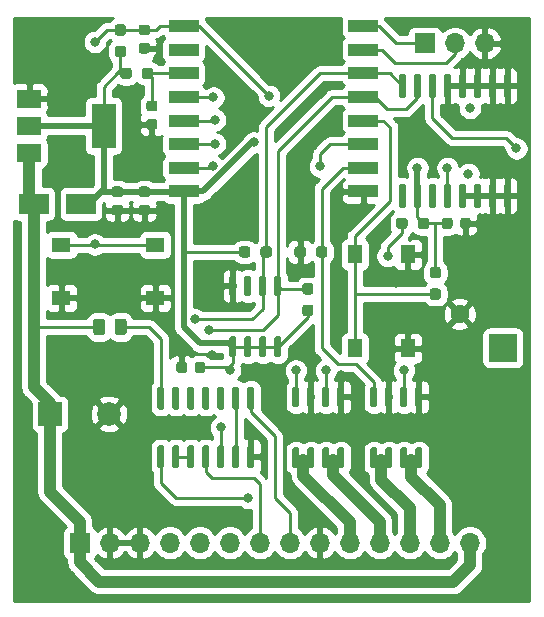
<source format=gbr>
%TF.GenerationSoftware,KiCad,Pcbnew,(5.1.10)-1*%
%TF.CreationDate,2021-07-07T23:24:12+02:00*%
%TF.ProjectId,Wortuhr_SK6812,576f7274-7568-4725-9f53-4b363831322e,rev?*%
%TF.SameCoordinates,Original*%
%TF.FileFunction,Copper,L1,Top*%
%TF.FilePolarity,Positive*%
%FSLAX46Y46*%
G04 Gerber Fmt 4.6, Leading zero omitted, Abs format (unit mm)*
G04 Created by KiCad (PCBNEW (5.1.10)-1) date 2021-07-07 23:24:12*
%MOMM*%
%LPD*%
G01*
G04 APERTURE LIST*
%TA.AperFunction,SMDPad,CuDef*%
%ADD10R,2.500000X1.000000*%
%TD*%
%TA.AperFunction,ComponentPad*%
%ADD11O,1.700000X1.700000*%
%TD*%
%TA.AperFunction,ComponentPad*%
%ADD12R,1.700000X1.700000*%
%TD*%
%TA.AperFunction,ComponentPad*%
%ADD13C,1.600000*%
%TD*%
%TA.AperFunction,ComponentPad*%
%ADD14R,2.350000X2.350000*%
%TD*%
%TA.AperFunction,SMDPad,CuDef*%
%ADD15R,1.550000X1.300000*%
%TD*%
%TA.AperFunction,SMDPad,CuDef*%
%ADD16R,2.000000X1.500000*%
%TD*%
%TA.AperFunction,SMDPad,CuDef*%
%ADD17R,2.000000X3.800000*%
%TD*%
%TA.AperFunction,SMDPad,CuDef*%
%ADD18R,1.300000X1.550000*%
%TD*%
%TA.AperFunction,SMDPad,CuDef*%
%ADD19R,2.500000X1.800000*%
%TD*%
%TA.AperFunction,ComponentPad*%
%ADD20C,2.000000*%
%TD*%
%TA.AperFunction,ComponentPad*%
%ADD21R,2.000000X2.000000*%
%TD*%
%TA.AperFunction,ViaPad*%
%ADD22C,0.800000*%
%TD*%
%TA.AperFunction,Conductor*%
%ADD23C,0.250000*%
%TD*%
%TA.AperFunction,Conductor*%
%ADD24C,0.500000*%
%TD*%
%TA.AperFunction,Conductor*%
%ADD25C,1.000000*%
%TD*%
%TA.AperFunction,Conductor*%
%ADD26C,0.254000*%
%TD*%
%TA.AperFunction,Conductor*%
%ADD27C,0.100000*%
%TD*%
G04 APERTURE END LIST*
D10*
%TO.P,U3,16*%
%TO.N,/TX*%
X142728000Y-109400000D03*
%TO.P,U3,15*%
%TO.N,/RX*%
X142728000Y-111400000D03*
%TO.P,U3,14*%
%TO.N,/SCL*%
X142728000Y-113400000D03*
%TO.P,U3,13*%
%TO.N,/SDA*%
X142728000Y-115400000D03*
%TO.P,U3,12*%
%TO.N,Net-(R5-Pad2)*%
X142728000Y-117400000D03*
%TO.P,U3,11*%
%TO.N,/D3.3*%
X142728000Y-119400000D03*
%TO.P,U3,10*%
%TO.N,Net-(Q2-Pad4)*%
X142728000Y-121400000D03*
%TO.P,U3,9*%
%TO.N,GND*%
X142728000Y-123400000D03*
%TO.P,U3,8*%
%TO.N,+3V3*%
X127528000Y-123400000D03*
%TO.P,U3,7*%
%TO.N,Net-(Q1-Pad4)*%
X127528000Y-121400000D03*
%TO.P,U3,6*%
%TO.N,Net-(Q1-Pad2)*%
X127528000Y-119400000D03*
%TO.P,U3,5*%
%TO.N,Net-(Q2-Pad2)*%
X127528000Y-117400000D03*
%TO.P,U3,4*%
%TO.N,/C3.3*%
X127528000Y-115400000D03*
%TO.P,U3,3*%
%TO.N,Net-(C5-Pad1)*%
X127528000Y-113400000D03*
%TO.P,U3,2*%
%TO.N,Net-(U3-Pad2)*%
X127528000Y-111400000D03*
%TO.P,U3,1*%
%TO.N,/RST*%
X127528000Y-109400000D03*
%TD*%
D11*
%TO.P,J2,3*%
%TO.N,GND*%
X153035000Y-110871000D03*
%TO.P,J2,2*%
%TO.N,/RX*%
X150495000Y-110871000D03*
D12*
%TO.P,J2,1*%
%TO.N,/TX*%
X147955000Y-110871000D03*
%TD*%
D13*
%TO.P,BT1,2*%
%TO.N,GND*%
X150909000Y-133777000D03*
D14*
%TO.P,BT1,1*%
%TO.N,Net-(BT1-Pad1)*%
X154559000Y-136652000D03*
%TD*%
%TO.P,U5,14*%
%TO.N,Net-(JP1-Pad2)*%
%TA.AperFunction,SMDPad,CuDef*%
G36*
G01*
X125753000Y-141883000D02*
X125453000Y-141883000D01*
G75*
G02*
X125303000Y-141733000I0J150000D01*
G01*
X125303000Y-140083000D01*
G75*
G02*
X125453000Y-139933000I150000J0D01*
G01*
X125753000Y-139933000D01*
G75*
G02*
X125903000Y-140083000I0J-150000D01*
G01*
X125903000Y-141733000D01*
G75*
G02*
X125753000Y-141883000I-150000J0D01*
G01*
G37*
%TD.AperFunction*%
%TO.P,U5,13*%
%TO.N,N/C*%
%TA.AperFunction,SMDPad,CuDef*%
G36*
G01*
X127023000Y-141883000D02*
X126723000Y-141883000D01*
G75*
G02*
X126573000Y-141733000I0J150000D01*
G01*
X126573000Y-140083000D01*
G75*
G02*
X126723000Y-139933000I150000J0D01*
G01*
X127023000Y-139933000D01*
G75*
G02*
X127173000Y-140083000I0J-150000D01*
G01*
X127173000Y-141733000D01*
G75*
G02*
X127023000Y-141883000I-150000J0D01*
G01*
G37*
%TD.AperFunction*%
%TO.P,U5,12*%
%TA.AperFunction,SMDPad,CuDef*%
G36*
G01*
X128293000Y-141883000D02*
X127993000Y-141883000D01*
G75*
G02*
X127843000Y-141733000I0J150000D01*
G01*
X127843000Y-140083000D01*
G75*
G02*
X127993000Y-139933000I150000J0D01*
G01*
X128293000Y-139933000D01*
G75*
G02*
X128443000Y-140083000I0J-150000D01*
G01*
X128443000Y-141733000D01*
G75*
G02*
X128293000Y-141883000I-150000J0D01*
G01*
G37*
%TD.AperFunction*%
%TO.P,U5,11*%
%TA.AperFunction,SMDPad,CuDef*%
G36*
G01*
X129563000Y-141883000D02*
X129263000Y-141883000D01*
G75*
G02*
X129113000Y-141733000I0J150000D01*
G01*
X129113000Y-140083000D01*
G75*
G02*
X129263000Y-139933000I150000J0D01*
G01*
X129563000Y-139933000D01*
G75*
G02*
X129713000Y-140083000I0J-150000D01*
G01*
X129713000Y-141733000D01*
G75*
G02*
X129563000Y-141883000I-150000J0D01*
G01*
G37*
%TD.AperFunction*%
%TO.P,U5,10*%
%TA.AperFunction,SMDPad,CuDef*%
G36*
G01*
X130833000Y-141883000D02*
X130533000Y-141883000D01*
G75*
G02*
X130383000Y-141733000I0J150000D01*
G01*
X130383000Y-140083000D01*
G75*
G02*
X130533000Y-139933000I150000J0D01*
G01*
X130833000Y-139933000D01*
G75*
G02*
X130983000Y-140083000I0J-150000D01*
G01*
X130983000Y-141733000D01*
G75*
G02*
X130833000Y-141883000I-150000J0D01*
G01*
G37*
%TD.AperFunction*%
%TO.P,U5,9*%
%TO.N,Net-(U5-Pad6)*%
%TA.AperFunction,SMDPad,CuDef*%
G36*
G01*
X132103000Y-141883000D02*
X131803000Y-141883000D01*
G75*
G02*
X131653000Y-141733000I0J150000D01*
G01*
X131653000Y-140083000D01*
G75*
G02*
X131803000Y-139933000I150000J0D01*
G01*
X132103000Y-139933000D01*
G75*
G02*
X132253000Y-140083000I0J-150000D01*
G01*
X132253000Y-141733000D01*
G75*
G02*
X132103000Y-141883000I-150000J0D01*
G01*
G37*
%TD.AperFunction*%
%TO.P,U5,8*%
%TO.N,/C5*%
%TA.AperFunction,SMDPad,CuDef*%
G36*
G01*
X133373000Y-141883000D02*
X133073000Y-141883000D01*
G75*
G02*
X132923000Y-141733000I0J150000D01*
G01*
X132923000Y-140083000D01*
G75*
G02*
X133073000Y-139933000I150000J0D01*
G01*
X133373000Y-139933000D01*
G75*
G02*
X133523000Y-140083000I0J-150000D01*
G01*
X133523000Y-141733000D01*
G75*
G02*
X133373000Y-141883000I-150000J0D01*
G01*
G37*
%TD.AperFunction*%
%TO.P,U5,7*%
%TO.N,GND*%
%TA.AperFunction,SMDPad,CuDef*%
G36*
G01*
X133373000Y-146833000D02*
X133073000Y-146833000D01*
G75*
G02*
X132923000Y-146683000I0J150000D01*
G01*
X132923000Y-145033000D01*
G75*
G02*
X133073000Y-144883000I150000J0D01*
G01*
X133373000Y-144883000D01*
G75*
G02*
X133523000Y-145033000I0J-150000D01*
G01*
X133523000Y-146683000D01*
G75*
G02*
X133373000Y-146833000I-150000J0D01*
G01*
G37*
%TD.AperFunction*%
%TO.P,U5,6*%
%TO.N,Net-(U5-Pad6)*%
%TA.AperFunction,SMDPad,CuDef*%
G36*
G01*
X132103000Y-146833000D02*
X131803000Y-146833000D01*
G75*
G02*
X131653000Y-146683000I0J150000D01*
G01*
X131653000Y-145033000D01*
G75*
G02*
X131803000Y-144883000I150000J0D01*
G01*
X132103000Y-144883000D01*
G75*
G02*
X132253000Y-145033000I0J-150000D01*
G01*
X132253000Y-146683000D01*
G75*
G02*
X132103000Y-146833000I-150000J0D01*
G01*
G37*
%TD.AperFunction*%
%TO.P,U5,5*%
%TO.N,/C3.3*%
%TA.AperFunction,SMDPad,CuDef*%
G36*
G01*
X130833000Y-146833000D02*
X130533000Y-146833000D01*
G75*
G02*
X130383000Y-146683000I0J150000D01*
G01*
X130383000Y-145033000D01*
G75*
G02*
X130533000Y-144883000I150000J0D01*
G01*
X130833000Y-144883000D01*
G75*
G02*
X130983000Y-145033000I0J-150000D01*
G01*
X130983000Y-146683000D01*
G75*
G02*
X130833000Y-146833000I-150000J0D01*
G01*
G37*
%TD.AperFunction*%
%TO.P,U5,4*%
%TO.N,/D5*%
%TA.AperFunction,SMDPad,CuDef*%
G36*
G01*
X129563000Y-146833000D02*
X129263000Y-146833000D01*
G75*
G02*
X129113000Y-146683000I0J150000D01*
G01*
X129113000Y-145033000D01*
G75*
G02*
X129263000Y-144883000I150000J0D01*
G01*
X129563000Y-144883000D01*
G75*
G02*
X129713000Y-145033000I0J-150000D01*
G01*
X129713000Y-146683000D01*
G75*
G02*
X129563000Y-146833000I-150000J0D01*
G01*
G37*
%TD.AperFunction*%
%TO.P,U5,3*%
%TO.N,Net-(U5-Pad2)*%
%TA.AperFunction,SMDPad,CuDef*%
G36*
G01*
X128293000Y-146833000D02*
X127993000Y-146833000D01*
G75*
G02*
X127843000Y-146683000I0J150000D01*
G01*
X127843000Y-145033000D01*
G75*
G02*
X127993000Y-144883000I150000J0D01*
G01*
X128293000Y-144883000D01*
G75*
G02*
X128443000Y-145033000I0J-150000D01*
G01*
X128443000Y-146683000D01*
G75*
G02*
X128293000Y-146833000I-150000J0D01*
G01*
G37*
%TD.AperFunction*%
%TO.P,U5,2*%
%TA.AperFunction,SMDPad,CuDef*%
G36*
G01*
X127023000Y-146833000D02*
X126723000Y-146833000D01*
G75*
G02*
X126573000Y-146683000I0J150000D01*
G01*
X126573000Y-145033000D01*
G75*
G02*
X126723000Y-144883000I150000J0D01*
G01*
X127023000Y-144883000D01*
G75*
G02*
X127173000Y-145033000I0J-150000D01*
G01*
X127173000Y-146683000D01*
G75*
G02*
X127023000Y-146833000I-150000J0D01*
G01*
G37*
%TD.AperFunction*%
%TO.P,U5,1*%
%TO.N,/D3.3*%
%TA.AperFunction,SMDPad,CuDef*%
G36*
G01*
X125753000Y-146833000D02*
X125453000Y-146833000D01*
G75*
G02*
X125303000Y-146683000I0J150000D01*
G01*
X125303000Y-145033000D01*
G75*
G02*
X125453000Y-144883000I150000J0D01*
G01*
X125753000Y-144883000D01*
G75*
G02*
X125903000Y-145033000I0J-150000D01*
G01*
X125903000Y-146683000D01*
G75*
G02*
X125753000Y-146833000I-150000J0D01*
G01*
G37*
%TD.AperFunction*%
%TD*%
%TO.P,U4,1*%
%TO.N,Net-(U4-Pad1)*%
%TA.AperFunction,SMDPad,CuDef*%
G36*
G01*
X146200000Y-124801000D02*
X145900000Y-124801000D01*
G75*
G02*
X145750000Y-124651000I0J150000D01*
G01*
X145750000Y-122901000D01*
G75*
G02*
X145900000Y-122751000I150000J0D01*
G01*
X146200000Y-122751000D01*
G75*
G02*
X146350000Y-122901000I0J-150000D01*
G01*
X146350000Y-124651000D01*
G75*
G02*
X146200000Y-124801000I-150000J0D01*
G01*
G37*
%TD.AperFunction*%
%TO.P,U4,2*%
%TO.N,+3V3*%
%TA.AperFunction,SMDPad,CuDef*%
G36*
G01*
X147470000Y-124801000D02*
X147170000Y-124801000D01*
G75*
G02*
X147020000Y-124651000I0J150000D01*
G01*
X147020000Y-122901000D01*
G75*
G02*
X147170000Y-122751000I150000J0D01*
G01*
X147470000Y-122751000D01*
G75*
G02*
X147620000Y-122901000I0J-150000D01*
G01*
X147620000Y-124651000D01*
G75*
G02*
X147470000Y-124801000I-150000J0D01*
G01*
G37*
%TD.AperFunction*%
%TO.P,U4,3*%
%TO.N,Net-(U4-Pad3)*%
%TA.AperFunction,SMDPad,CuDef*%
G36*
G01*
X148740000Y-124801000D02*
X148440000Y-124801000D01*
G75*
G02*
X148290000Y-124651000I0J150000D01*
G01*
X148290000Y-122901000D01*
G75*
G02*
X148440000Y-122751000I150000J0D01*
G01*
X148740000Y-122751000D01*
G75*
G02*
X148890000Y-122901000I0J-150000D01*
G01*
X148890000Y-124651000D01*
G75*
G02*
X148740000Y-124801000I-150000J0D01*
G01*
G37*
%TD.AperFunction*%
%TO.P,U4,4*%
%TO.N,/RST*%
%TA.AperFunction,SMDPad,CuDef*%
G36*
G01*
X150010000Y-124801000D02*
X149710000Y-124801000D01*
G75*
G02*
X149560000Y-124651000I0J150000D01*
G01*
X149560000Y-122901000D01*
G75*
G02*
X149710000Y-122751000I150000J0D01*
G01*
X150010000Y-122751000D01*
G75*
G02*
X150160000Y-122901000I0J-150000D01*
G01*
X150160000Y-124651000D01*
G75*
G02*
X150010000Y-124801000I-150000J0D01*
G01*
G37*
%TD.AperFunction*%
%TO.P,U4,5*%
%TO.N,GND*%
%TA.AperFunction,SMDPad,CuDef*%
G36*
G01*
X151280000Y-124801000D02*
X150980000Y-124801000D01*
G75*
G02*
X150830000Y-124651000I0J150000D01*
G01*
X150830000Y-122901000D01*
G75*
G02*
X150980000Y-122751000I150000J0D01*
G01*
X151280000Y-122751000D01*
G75*
G02*
X151430000Y-122901000I0J-150000D01*
G01*
X151430000Y-124651000D01*
G75*
G02*
X151280000Y-124801000I-150000J0D01*
G01*
G37*
%TD.AperFunction*%
%TO.P,U4,6*%
%TA.AperFunction,SMDPad,CuDef*%
G36*
G01*
X152550000Y-124801000D02*
X152250000Y-124801000D01*
G75*
G02*
X152100000Y-124651000I0J150000D01*
G01*
X152100000Y-122901000D01*
G75*
G02*
X152250000Y-122751000I150000J0D01*
G01*
X152550000Y-122751000D01*
G75*
G02*
X152700000Y-122901000I0J-150000D01*
G01*
X152700000Y-124651000D01*
G75*
G02*
X152550000Y-124801000I-150000J0D01*
G01*
G37*
%TD.AperFunction*%
%TO.P,U4,7*%
%TA.AperFunction,SMDPad,CuDef*%
G36*
G01*
X153820000Y-124801000D02*
X153520000Y-124801000D01*
G75*
G02*
X153370000Y-124651000I0J150000D01*
G01*
X153370000Y-122901000D01*
G75*
G02*
X153520000Y-122751000I150000J0D01*
G01*
X153820000Y-122751000D01*
G75*
G02*
X153970000Y-122901000I0J-150000D01*
G01*
X153970000Y-124651000D01*
G75*
G02*
X153820000Y-124801000I-150000J0D01*
G01*
G37*
%TD.AperFunction*%
%TO.P,U4,8*%
%TA.AperFunction,SMDPad,CuDef*%
G36*
G01*
X155090000Y-124801000D02*
X154790000Y-124801000D01*
G75*
G02*
X154640000Y-124651000I0J150000D01*
G01*
X154640000Y-122901000D01*
G75*
G02*
X154790000Y-122751000I150000J0D01*
G01*
X155090000Y-122751000D01*
G75*
G02*
X155240000Y-122901000I0J-150000D01*
G01*
X155240000Y-124651000D01*
G75*
G02*
X155090000Y-124801000I-150000J0D01*
G01*
G37*
%TD.AperFunction*%
%TO.P,U4,9*%
%TA.AperFunction,SMDPad,CuDef*%
G36*
G01*
X155090000Y-115501000D02*
X154790000Y-115501000D01*
G75*
G02*
X154640000Y-115351000I0J150000D01*
G01*
X154640000Y-113601000D01*
G75*
G02*
X154790000Y-113451000I150000J0D01*
G01*
X155090000Y-113451000D01*
G75*
G02*
X155240000Y-113601000I0J-150000D01*
G01*
X155240000Y-115351000D01*
G75*
G02*
X155090000Y-115501000I-150000J0D01*
G01*
G37*
%TD.AperFunction*%
%TO.P,U4,10*%
%TA.AperFunction,SMDPad,CuDef*%
G36*
G01*
X153820000Y-115501000D02*
X153520000Y-115501000D01*
G75*
G02*
X153370000Y-115351000I0J150000D01*
G01*
X153370000Y-113601000D01*
G75*
G02*
X153520000Y-113451000I150000J0D01*
G01*
X153820000Y-113451000D01*
G75*
G02*
X153970000Y-113601000I0J-150000D01*
G01*
X153970000Y-115351000D01*
G75*
G02*
X153820000Y-115501000I-150000J0D01*
G01*
G37*
%TD.AperFunction*%
%TO.P,U4,11*%
%TA.AperFunction,SMDPad,CuDef*%
G36*
G01*
X152550000Y-115501000D02*
X152250000Y-115501000D01*
G75*
G02*
X152100000Y-115351000I0J150000D01*
G01*
X152100000Y-113601000D01*
G75*
G02*
X152250000Y-113451000I150000J0D01*
G01*
X152550000Y-113451000D01*
G75*
G02*
X152700000Y-113601000I0J-150000D01*
G01*
X152700000Y-115351000D01*
G75*
G02*
X152550000Y-115501000I-150000J0D01*
G01*
G37*
%TD.AperFunction*%
%TO.P,U4,12*%
%TA.AperFunction,SMDPad,CuDef*%
G36*
G01*
X151280000Y-115501000D02*
X150980000Y-115501000D01*
G75*
G02*
X150830000Y-115351000I0J150000D01*
G01*
X150830000Y-113601000D01*
G75*
G02*
X150980000Y-113451000I150000J0D01*
G01*
X151280000Y-113451000D01*
G75*
G02*
X151430000Y-113601000I0J-150000D01*
G01*
X151430000Y-115351000D01*
G75*
G02*
X151280000Y-115501000I-150000J0D01*
G01*
G37*
%TD.AperFunction*%
%TO.P,U4,13*%
%TA.AperFunction,SMDPad,CuDef*%
G36*
G01*
X150010000Y-115501000D02*
X149710000Y-115501000D01*
G75*
G02*
X149560000Y-115351000I0J150000D01*
G01*
X149560000Y-113601000D01*
G75*
G02*
X149710000Y-113451000I150000J0D01*
G01*
X150010000Y-113451000D01*
G75*
G02*
X150160000Y-113601000I0J-150000D01*
G01*
X150160000Y-115351000D01*
G75*
G02*
X150010000Y-115501000I-150000J0D01*
G01*
G37*
%TD.AperFunction*%
%TO.P,U4,14*%
%TO.N,Net-(BT1-Pad1)*%
%TA.AperFunction,SMDPad,CuDef*%
G36*
G01*
X148740000Y-115501000D02*
X148440000Y-115501000D01*
G75*
G02*
X148290000Y-115351000I0J150000D01*
G01*
X148290000Y-113601000D01*
G75*
G02*
X148440000Y-113451000I150000J0D01*
G01*
X148740000Y-113451000D01*
G75*
G02*
X148890000Y-113601000I0J-150000D01*
G01*
X148890000Y-115351000D01*
G75*
G02*
X148740000Y-115501000I-150000J0D01*
G01*
G37*
%TD.AperFunction*%
%TO.P,U4,15*%
%TO.N,/SDA*%
%TA.AperFunction,SMDPad,CuDef*%
G36*
G01*
X147470000Y-115501000D02*
X147170000Y-115501000D01*
G75*
G02*
X147020000Y-115351000I0J150000D01*
G01*
X147020000Y-113601000D01*
G75*
G02*
X147170000Y-113451000I150000J0D01*
G01*
X147470000Y-113451000D01*
G75*
G02*
X147620000Y-113601000I0J-150000D01*
G01*
X147620000Y-115351000D01*
G75*
G02*
X147470000Y-115501000I-150000J0D01*
G01*
G37*
%TD.AperFunction*%
%TO.P,U4,16*%
%TO.N,/SCL*%
%TA.AperFunction,SMDPad,CuDef*%
G36*
G01*
X146200000Y-115501000D02*
X145900000Y-115501000D01*
G75*
G02*
X145750000Y-115351000I0J150000D01*
G01*
X145750000Y-113601000D01*
G75*
G02*
X145900000Y-113451000I150000J0D01*
G01*
X146200000Y-113451000D01*
G75*
G02*
X146350000Y-113601000I0J-150000D01*
G01*
X146350000Y-115351000D01*
G75*
G02*
X146200000Y-115501000I-150000J0D01*
G01*
G37*
%TD.AperFunction*%
%TD*%
%TO.P,R7,1*%
%TO.N,+3V3*%
%TA.AperFunction,SMDPad,CuDef*%
G36*
G01*
X148315500Y-125873500D02*
X148315500Y-126348500D01*
G75*
G02*
X148078000Y-126586000I-237500J0D01*
G01*
X147578000Y-126586000D01*
G75*
G02*
X147340500Y-126348500I0J237500D01*
G01*
X147340500Y-125873500D01*
G75*
G02*
X147578000Y-125636000I237500J0D01*
G01*
X148078000Y-125636000D01*
G75*
G02*
X148315500Y-125873500I0J-237500D01*
G01*
G37*
%TD.AperFunction*%
%TO.P,R7,2*%
%TO.N,/D3.3*%
%TA.AperFunction,SMDPad,CuDef*%
G36*
G01*
X146490500Y-125873500D02*
X146490500Y-126348500D01*
G75*
G02*
X146253000Y-126586000I-237500J0D01*
G01*
X145753000Y-126586000D01*
G75*
G02*
X145515500Y-126348500I0J237500D01*
G01*
X145515500Y-125873500D01*
G75*
G02*
X145753000Y-125636000I237500J0D01*
G01*
X146253000Y-125636000D01*
G75*
G02*
X146490500Y-125873500I0J-237500D01*
G01*
G37*
%TD.AperFunction*%
%TD*%
%TO.P,JP1,2*%
%TO.N,Net-(JP1-Pad2)*%
%TA.AperFunction,SMDPad,CuDef*%
G36*
G01*
X121685000Y-135324001D02*
X121685000Y-134423999D01*
G75*
G02*
X121934999Y-134174000I249999J0D01*
G01*
X122460001Y-134174000D01*
G75*
G02*
X122710000Y-134423999I0J-249999D01*
G01*
X122710000Y-135324001D01*
G75*
G02*
X122460001Y-135574000I-249999J0D01*
G01*
X121934999Y-135574000D01*
G75*
G02*
X121685000Y-135324001I0J249999D01*
G01*
G37*
%TD.AperFunction*%
%TO.P,JP1,1*%
%TO.N,VCC*%
%TA.AperFunction,SMDPad,CuDef*%
G36*
G01*
X119860000Y-135324001D02*
X119860000Y-134423999D01*
G75*
G02*
X120109999Y-134174000I249999J0D01*
G01*
X120635001Y-134174000D01*
G75*
G02*
X120885000Y-134423999I0J-249999D01*
G01*
X120885000Y-135324001D01*
G75*
G02*
X120635001Y-135574000I-249999J0D01*
G01*
X120109999Y-135574000D01*
G75*
G02*
X119860000Y-135324001I0J249999D01*
G01*
G37*
%TD.AperFunction*%
%TD*%
D11*
%TO.P,J1,14*%
%TO.N,VCC*%
X151765000Y-153162000D03*
%TO.P,J1,13*%
%TO.N,/MOS4*%
X149225000Y-153162000D03*
%TO.P,J1,12*%
%TO.N,/MOS3*%
X146685000Y-153162000D03*
%TO.P,J1,11*%
%TO.N,/MOS2*%
X144145000Y-153162000D03*
%TO.P,J1,10*%
%TO.N,/MOS1*%
X141605000Y-153162000D03*
%TO.P,J1,9*%
%TO.N,GND*%
X139065000Y-153162000D03*
%TO.P,J1,8*%
%TO.N,/C5*%
X136525000Y-153162000D03*
%TO.P,J1,7*%
%TO.N,/D5*%
X133985000Y-153162000D03*
%TO.P,J1,6*%
%TO.N,+3V3*%
X131445000Y-153162000D03*
%TO.P,J1,5*%
%TO.N,/SDA*%
X128905000Y-153162000D03*
%TO.P,J1,4*%
%TO.N,/SCL*%
X126365000Y-153162000D03*
%TO.P,J1,3*%
%TO.N,GND*%
X123825000Y-153162000D03*
%TO.P,J1,2*%
X121285000Y-153162000D03*
D12*
%TO.P,J1,1*%
%TO.N,VCC*%
X118745000Y-153162000D03*
%TD*%
%TO.P,C7,2*%
%TO.N,GND*%
%TA.AperFunction,SMDPad,CuDef*%
G36*
G01*
X150947000Y-126361000D02*
X150947000Y-125861000D01*
G75*
G02*
X151172000Y-125636000I225000J0D01*
G01*
X151622000Y-125636000D01*
G75*
G02*
X151847000Y-125861000I0J-225000D01*
G01*
X151847000Y-126361000D01*
G75*
G02*
X151622000Y-126586000I-225000J0D01*
G01*
X151172000Y-126586000D01*
G75*
G02*
X150947000Y-126361000I0J225000D01*
G01*
G37*
%TD.AperFunction*%
%TO.P,C7,1*%
%TO.N,+3V3*%
%TA.AperFunction,SMDPad,CuDef*%
G36*
G01*
X149397000Y-126361000D02*
X149397000Y-125861000D01*
G75*
G02*
X149622000Y-125636000I225000J0D01*
G01*
X150072000Y-125636000D01*
G75*
G02*
X150297000Y-125861000I0J-225000D01*
G01*
X150297000Y-126361000D01*
G75*
G02*
X150072000Y-126586000I-225000J0D01*
G01*
X149622000Y-126586000D01*
G75*
G02*
X149397000Y-126361000I0J225000D01*
G01*
G37*
%TD.AperFunction*%
%TD*%
D15*
%TO.P,SW1,2*%
%TO.N,/RST*%
X117183000Y-127925000D03*
%TO.P,SW1,1*%
%TO.N,GND*%
X117183000Y-132425000D03*
X125133000Y-132425000D03*
%TO.P,SW1,2*%
%TO.N,/RST*%
X125133000Y-127925000D03*
%TD*%
%TO.P,C6,2*%
%TO.N,GND*%
%TA.AperFunction,SMDPad,CuDef*%
G36*
G01*
X127818000Y-138053000D02*
X127818000Y-138553000D01*
G75*
G02*
X127593000Y-138778000I-225000J0D01*
G01*
X127143000Y-138778000D01*
G75*
G02*
X126918000Y-138553000I0J225000D01*
G01*
X126918000Y-138053000D01*
G75*
G02*
X127143000Y-137828000I225000J0D01*
G01*
X127593000Y-137828000D01*
G75*
G02*
X127818000Y-138053000I0J-225000D01*
G01*
G37*
%TD.AperFunction*%
%TO.P,C6,1*%
%TO.N,+3V3*%
%TA.AperFunction,SMDPad,CuDef*%
G36*
G01*
X129368000Y-138053000D02*
X129368000Y-138553000D01*
G75*
G02*
X129143000Y-138778000I-225000J0D01*
G01*
X128693000Y-138778000D01*
G75*
G02*
X128468000Y-138553000I0J225000D01*
G01*
X128468000Y-138053000D01*
G75*
G02*
X128693000Y-137828000I225000J0D01*
G01*
X129143000Y-137828000D01*
G75*
G02*
X129368000Y-138053000I0J-225000D01*
G01*
G37*
%TD.AperFunction*%
%TD*%
%TO.P,C5,2*%
%TO.N,GND*%
%TA.AperFunction,SMDPad,CuDef*%
G36*
G01*
X124591000Y-117279000D02*
X125091000Y-117279000D01*
G75*
G02*
X125316000Y-117504000I0J-225000D01*
G01*
X125316000Y-117954000D01*
G75*
G02*
X125091000Y-118179000I-225000J0D01*
G01*
X124591000Y-118179000D01*
G75*
G02*
X124366000Y-117954000I0J225000D01*
G01*
X124366000Y-117504000D01*
G75*
G02*
X124591000Y-117279000I225000J0D01*
G01*
G37*
%TD.AperFunction*%
%TO.P,C5,1*%
%TO.N,Net-(C5-Pad1)*%
%TA.AperFunction,SMDPad,CuDef*%
G36*
G01*
X124591000Y-115729000D02*
X125091000Y-115729000D01*
G75*
G02*
X125316000Y-115954000I0J-225000D01*
G01*
X125316000Y-116404000D01*
G75*
G02*
X125091000Y-116629000I-225000J0D01*
G01*
X124591000Y-116629000D01*
G75*
G02*
X124366000Y-116404000I0J225000D01*
G01*
X124366000Y-115954000D01*
G75*
G02*
X124591000Y-115729000I225000J0D01*
G01*
G37*
%TD.AperFunction*%
%TD*%
%TO.P,C4,2*%
%TO.N,GND*%
%TA.AperFunction,SMDPad,CuDef*%
G36*
G01*
X123956000Y-110828000D02*
X124456000Y-110828000D01*
G75*
G02*
X124681000Y-111053000I0J-225000D01*
G01*
X124681000Y-111503000D01*
G75*
G02*
X124456000Y-111728000I-225000J0D01*
G01*
X123956000Y-111728000D01*
G75*
G02*
X123731000Y-111503000I0J225000D01*
G01*
X123731000Y-111053000D01*
G75*
G02*
X123956000Y-110828000I225000J0D01*
G01*
G37*
%TD.AperFunction*%
%TO.P,C4,1*%
%TO.N,/RST*%
%TA.AperFunction,SMDPad,CuDef*%
G36*
G01*
X123956000Y-109278000D02*
X124456000Y-109278000D01*
G75*
G02*
X124681000Y-109503000I0J-225000D01*
G01*
X124681000Y-109953000D01*
G75*
G02*
X124456000Y-110178000I-225000J0D01*
G01*
X123956000Y-110178000D01*
G75*
G02*
X123731000Y-109953000I0J225000D01*
G01*
X123731000Y-109503000D01*
G75*
G02*
X123956000Y-109278000I225000J0D01*
G01*
G37*
%TD.AperFunction*%
%TD*%
D16*
%TO.P,U2,1*%
%TO.N,GND*%
X114452000Y-115556000D03*
%TO.P,U2,3*%
%TO.N,VCC*%
X114452000Y-120156000D03*
%TO.P,U2,2*%
%TO.N,+3V3*%
X114452000Y-117856000D03*
D17*
X120752000Y-117856000D03*
%TD*%
%TO.P,U1,8*%
%TO.N,+3V3*%
%TA.AperFunction,SMDPad,CuDef*%
G36*
G01*
X135359000Y-135685000D02*
X135659000Y-135685000D01*
G75*
G02*
X135809000Y-135835000I0J-150000D01*
G01*
X135809000Y-137285000D01*
G75*
G02*
X135659000Y-137435000I-150000J0D01*
G01*
X135359000Y-137435000D01*
G75*
G02*
X135209000Y-137285000I0J150000D01*
G01*
X135209000Y-135835000D01*
G75*
G02*
X135359000Y-135685000I150000J0D01*
G01*
G37*
%TD.AperFunction*%
%TO.P,U1,7*%
%TA.AperFunction,SMDPad,CuDef*%
G36*
G01*
X134089000Y-135685000D02*
X134389000Y-135685000D01*
G75*
G02*
X134539000Y-135835000I0J-150000D01*
G01*
X134539000Y-137285000D01*
G75*
G02*
X134389000Y-137435000I-150000J0D01*
G01*
X134089000Y-137435000D01*
G75*
G02*
X133939000Y-137285000I0J150000D01*
G01*
X133939000Y-135835000D01*
G75*
G02*
X134089000Y-135685000I150000J0D01*
G01*
G37*
%TD.AperFunction*%
%TO.P,U1,6*%
%TA.AperFunction,SMDPad,CuDef*%
G36*
G01*
X132819000Y-135685000D02*
X133119000Y-135685000D01*
G75*
G02*
X133269000Y-135835000I0J-150000D01*
G01*
X133269000Y-137285000D01*
G75*
G02*
X133119000Y-137435000I-150000J0D01*
G01*
X132819000Y-137435000D01*
G75*
G02*
X132669000Y-137285000I0J150000D01*
G01*
X132669000Y-135835000D01*
G75*
G02*
X132819000Y-135685000I150000J0D01*
G01*
G37*
%TD.AperFunction*%
%TO.P,U1,5*%
%TA.AperFunction,SMDPad,CuDef*%
G36*
G01*
X131549000Y-135685000D02*
X131849000Y-135685000D01*
G75*
G02*
X131999000Y-135835000I0J-150000D01*
G01*
X131999000Y-137285000D01*
G75*
G02*
X131849000Y-137435000I-150000J0D01*
G01*
X131549000Y-137435000D01*
G75*
G02*
X131399000Y-137285000I0J150000D01*
G01*
X131399000Y-135835000D01*
G75*
G02*
X131549000Y-135685000I150000J0D01*
G01*
G37*
%TD.AperFunction*%
%TO.P,U1,4*%
%TO.N,GND*%
%TA.AperFunction,SMDPad,CuDef*%
G36*
G01*
X131549000Y-130535000D02*
X131849000Y-130535000D01*
G75*
G02*
X131999000Y-130685000I0J-150000D01*
G01*
X131999000Y-132135000D01*
G75*
G02*
X131849000Y-132285000I-150000J0D01*
G01*
X131549000Y-132285000D01*
G75*
G02*
X131399000Y-132135000I0J150000D01*
G01*
X131399000Y-130685000D01*
G75*
G02*
X131549000Y-130535000I150000J0D01*
G01*
G37*
%TD.AperFunction*%
%TO.P,U1,3*%
%TO.N,Net-(U1-Pad3)*%
%TA.AperFunction,SMDPad,CuDef*%
G36*
G01*
X132819000Y-130535000D02*
X133119000Y-130535000D01*
G75*
G02*
X133269000Y-130685000I0J-150000D01*
G01*
X133269000Y-132135000D01*
G75*
G02*
X133119000Y-132285000I-150000J0D01*
G01*
X132819000Y-132285000D01*
G75*
G02*
X132669000Y-132135000I0J150000D01*
G01*
X132669000Y-130685000D01*
G75*
G02*
X132819000Y-130535000I150000J0D01*
G01*
G37*
%TD.AperFunction*%
%TO.P,U1,2*%
%TO.N,/SCL*%
%TA.AperFunction,SMDPad,CuDef*%
G36*
G01*
X134089000Y-130535000D02*
X134389000Y-130535000D01*
G75*
G02*
X134539000Y-130685000I0J-150000D01*
G01*
X134539000Y-132135000D01*
G75*
G02*
X134389000Y-132285000I-150000J0D01*
G01*
X134089000Y-132285000D01*
G75*
G02*
X133939000Y-132135000I0J150000D01*
G01*
X133939000Y-130685000D01*
G75*
G02*
X134089000Y-130535000I150000J0D01*
G01*
G37*
%TD.AperFunction*%
%TO.P,U1,1*%
%TO.N,/SDA*%
%TA.AperFunction,SMDPad,CuDef*%
G36*
G01*
X135359000Y-130535000D02*
X135659000Y-130535000D01*
G75*
G02*
X135809000Y-130685000I0J-150000D01*
G01*
X135809000Y-132135000D01*
G75*
G02*
X135659000Y-132285000I-150000J0D01*
G01*
X135359000Y-132285000D01*
G75*
G02*
X135209000Y-132135000I0J150000D01*
G01*
X135209000Y-130685000D01*
G75*
G02*
X135359000Y-130535000I150000J0D01*
G01*
G37*
%TD.AperFunction*%
%TD*%
D18*
%TO.P,SW2,2*%
%TO.N,Net-(R5-Pad2)*%
X142022000Y-136690000D03*
%TO.P,SW2,1*%
%TO.N,GND*%
X146522000Y-136690000D03*
X146522000Y-128740000D03*
%TO.P,SW2,2*%
%TO.N,Net-(R5-Pad2)*%
X142022000Y-128740000D03*
%TD*%
%TO.P,R6,1*%
%TO.N,Net-(Q2-Pad4)*%
%TA.AperFunction,SMDPad,CuDef*%
G36*
G01*
X139703000Y-128286500D02*
X139703000Y-128761500D01*
G75*
G02*
X139465500Y-128999000I-237500J0D01*
G01*
X138965500Y-128999000D01*
G75*
G02*
X138728000Y-128761500I0J237500D01*
G01*
X138728000Y-128286500D01*
G75*
G02*
X138965500Y-128049000I237500J0D01*
G01*
X139465500Y-128049000D01*
G75*
G02*
X139703000Y-128286500I0J-237500D01*
G01*
G37*
%TD.AperFunction*%
%TO.P,R6,2*%
%TO.N,GND*%
%TA.AperFunction,SMDPad,CuDef*%
G36*
G01*
X137878000Y-128286500D02*
X137878000Y-128761500D01*
G75*
G02*
X137640500Y-128999000I-237500J0D01*
G01*
X137140500Y-128999000D01*
G75*
G02*
X136903000Y-128761500I0J237500D01*
G01*
X136903000Y-128286500D01*
G75*
G02*
X137140500Y-128049000I237500J0D01*
G01*
X137640500Y-128049000D01*
G75*
G02*
X137878000Y-128286500I0J-237500D01*
G01*
G37*
%TD.AperFunction*%
%TD*%
%TO.P,R5,2*%
%TO.N,Net-(R5-Pad2)*%
%TA.AperFunction,SMDPad,CuDef*%
G36*
G01*
X148606500Y-131616000D02*
X149081500Y-131616000D01*
G75*
G02*
X149319000Y-131853500I0J-237500D01*
G01*
X149319000Y-132353500D01*
G75*
G02*
X149081500Y-132591000I-237500J0D01*
G01*
X148606500Y-132591000D01*
G75*
G02*
X148369000Y-132353500I0J237500D01*
G01*
X148369000Y-131853500D01*
G75*
G02*
X148606500Y-131616000I237500J0D01*
G01*
G37*
%TD.AperFunction*%
%TO.P,R5,1*%
%TO.N,+3V3*%
%TA.AperFunction,SMDPad,CuDef*%
G36*
G01*
X148606500Y-129791000D02*
X149081500Y-129791000D01*
G75*
G02*
X149319000Y-130028500I0J-237500D01*
G01*
X149319000Y-130528500D01*
G75*
G02*
X149081500Y-130766000I-237500J0D01*
G01*
X148606500Y-130766000D01*
G75*
G02*
X148369000Y-130528500I0J237500D01*
G01*
X148369000Y-130028500D01*
G75*
G02*
X148606500Y-129791000I237500J0D01*
G01*
G37*
%TD.AperFunction*%
%TD*%
%TO.P,R4,2*%
%TO.N,/RST*%
%TA.AperFunction,SMDPad,CuDef*%
G36*
G01*
X122411500Y-110215500D02*
X121936500Y-110215500D01*
G75*
G02*
X121699000Y-109978000I0J237500D01*
G01*
X121699000Y-109478000D01*
G75*
G02*
X121936500Y-109240500I237500J0D01*
G01*
X122411500Y-109240500D01*
G75*
G02*
X122649000Y-109478000I0J-237500D01*
G01*
X122649000Y-109978000D01*
G75*
G02*
X122411500Y-110215500I-237500J0D01*
G01*
G37*
%TD.AperFunction*%
%TO.P,R4,1*%
%TO.N,+3V3*%
%TA.AperFunction,SMDPad,CuDef*%
G36*
G01*
X122411500Y-112040500D02*
X121936500Y-112040500D01*
G75*
G02*
X121699000Y-111803000I0J237500D01*
G01*
X121699000Y-111303000D01*
G75*
G02*
X121936500Y-111065500I237500J0D01*
G01*
X122411500Y-111065500D01*
G75*
G02*
X122649000Y-111303000I0J-237500D01*
G01*
X122649000Y-111803000D01*
G75*
G02*
X122411500Y-112040500I-237500J0D01*
G01*
G37*
%TD.AperFunction*%
%TD*%
%TO.P,R3,2*%
%TO.N,Net-(C5-Pad1)*%
%TA.AperFunction,SMDPad,CuDef*%
G36*
G01*
X123996000Y-113648500D02*
X123996000Y-113173500D01*
G75*
G02*
X124233500Y-112936000I237500J0D01*
G01*
X124733500Y-112936000D01*
G75*
G02*
X124971000Y-113173500I0J-237500D01*
G01*
X124971000Y-113648500D01*
G75*
G02*
X124733500Y-113886000I-237500J0D01*
G01*
X124233500Y-113886000D01*
G75*
G02*
X123996000Y-113648500I0J237500D01*
G01*
G37*
%TD.AperFunction*%
%TO.P,R3,1*%
%TO.N,+3V3*%
%TA.AperFunction,SMDPad,CuDef*%
G36*
G01*
X122171000Y-113648500D02*
X122171000Y-113173500D01*
G75*
G02*
X122408500Y-112936000I237500J0D01*
G01*
X122908500Y-112936000D01*
G75*
G02*
X123146000Y-113173500I0J-237500D01*
G01*
X123146000Y-113648500D01*
G75*
G02*
X122908500Y-113886000I-237500J0D01*
G01*
X122408500Y-113886000D01*
G75*
G02*
X122171000Y-113648500I0J237500D01*
G01*
G37*
%TD.AperFunction*%
%TD*%
%TO.P,R2,2*%
%TO.N,/SCL*%
%TA.AperFunction,SMDPad,CuDef*%
G36*
G01*
X134029000Y-128761500D02*
X134029000Y-128286500D01*
G75*
G02*
X134266500Y-128049000I237500J0D01*
G01*
X134766500Y-128049000D01*
G75*
G02*
X135004000Y-128286500I0J-237500D01*
G01*
X135004000Y-128761500D01*
G75*
G02*
X134766500Y-128999000I-237500J0D01*
G01*
X134266500Y-128999000D01*
G75*
G02*
X134029000Y-128761500I0J237500D01*
G01*
G37*
%TD.AperFunction*%
%TO.P,R2,1*%
%TO.N,+3V3*%
%TA.AperFunction,SMDPad,CuDef*%
G36*
G01*
X132204000Y-128761500D02*
X132204000Y-128286500D01*
G75*
G02*
X132441500Y-128049000I237500J0D01*
G01*
X132941500Y-128049000D01*
G75*
G02*
X133179000Y-128286500I0J-237500D01*
G01*
X133179000Y-128761500D01*
G75*
G02*
X132941500Y-128999000I-237500J0D01*
G01*
X132441500Y-128999000D01*
G75*
G02*
X132204000Y-128761500I0J237500D01*
G01*
G37*
%TD.AperFunction*%
%TD*%
%TO.P,R1,2*%
%TO.N,/SDA*%
%TA.AperFunction,SMDPad,CuDef*%
G36*
G01*
X138286500Y-132139500D02*
X137811500Y-132139500D01*
G75*
G02*
X137574000Y-131902000I0J237500D01*
G01*
X137574000Y-131402000D01*
G75*
G02*
X137811500Y-131164500I237500J0D01*
G01*
X138286500Y-131164500D01*
G75*
G02*
X138524000Y-131402000I0J-237500D01*
G01*
X138524000Y-131902000D01*
G75*
G02*
X138286500Y-132139500I-237500J0D01*
G01*
G37*
%TD.AperFunction*%
%TO.P,R1,1*%
%TO.N,+3V3*%
%TA.AperFunction,SMDPad,CuDef*%
G36*
G01*
X138286500Y-133964500D02*
X137811500Y-133964500D01*
G75*
G02*
X137574000Y-133727000I0J237500D01*
G01*
X137574000Y-133227000D01*
G75*
G02*
X137811500Y-132989500I237500J0D01*
G01*
X138286500Y-132989500D01*
G75*
G02*
X138524000Y-133227000I0J-237500D01*
G01*
X138524000Y-133727000D01*
G75*
G02*
X138286500Y-133964500I-237500J0D01*
G01*
G37*
%TD.AperFunction*%
%TD*%
%TO.P,Q2,8*%
%TO.N,/MOS4*%
%TA.AperFunction,SMDPad,CuDef*%
G36*
G01*
X147297000Y-145083000D02*
X147597000Y-145083000D01*
G75*
G02*
X147747000Y-145233000I0J-150000D01*
G01*
X147747000Y-146683000D01*
G75*
G02*
X147597000Y-146833000I-150000J0D01*
G01*
X147297000Y-146833000D01*
G75*
G02*
X147147000Y-146683000I0J150000D01*
G01*
X147147000Y-145233000D01*
G75*
G02*
X147297000Y-145083000I150000J0D01*
G01*
G37*
%TD.AperFunction*%
%TO.P,Q2,7*%
%TA.AperFunction,SMDPad,CuDef*%
G36*
G01*
X146027000Y-145083000D02*
X146327000Y-145083000D01*
G75*
G02*
X146477000Y-145233000I0J-150000D01*
G01*
X146477000Y-146683000D01*
G75*
G02*
X146327000Y-146833000I-150000J0D01*
G01*
X146027000Y-146833000D01*
G75*
G02*
X145877000Y-146683000I0J150000D01*
G01*
X145877000Y-145233000D01*
G75*
G02*
X146027000Y-145083000I150000J0D01*
G01*
G37*
%TD.AperFunction*%
%TO.P,Q2,6*%
%TO.N,/MOS3*%
%TA.AperFunction,SMDPad,CuDef*%
G36*
G01*
X144757000Y-145083000D02*
X145057000Y-145083000D01*
G75*
G02*
X145207000Y-145233000I0J-150000D01*
G01*
X145207000Y-146683000D01*
G75*
G02*
X145057000Y-146833000I-150000J0D01*
G01*
X144757000Y-146833000D01*
G75*
G02*
X144607000Y-146683000I0J150000D01*
G01*
X144607000Y-145233000D01*
G75*
G02*
X144757000Y-145083000I150000J0D01*
G01*
G37*
%TD.AperFunction*%
%TO.P,Q2,5*%
%TA.AperFunction,SMDPad,CuDef*%
G36*
G01*
X143487000Y-145083000D02*
X143787000Y-145083000D01*
G75*
G02*
X143937000Y-145233000I0J-150000D01*
G01*
X143937000Y-146683000D01*
G75*
G02*
X143787000Y-146833000I-150000J0D01*
G01*
X143487000Y-146833000D01*
G75*
G02*
X143337000Y-146683000I0J150000D01*
G01*
X143337000Y-145233000D01*
G75*
G02*
X143487000Y-145083000I150000J0D01*
G01*
G37*
%TD.AperFunction*%
%TO.P,Q2,4*%
%TO.N,Net-(Q2-Pad4)*%
%TA.AperFunction,SMDPad,CuDef*%
G36*
G01*
X143487000Y-139933000D02*
X143787000Y-139933000D01*
G75*
G02*
X143937000Y-140083000I0J-150000D01*
G01*
X143937000Y-141533000D01*
G75*
G02*
X143787000Y-141683000I-150000J0D01*
G01*
X143487000Y-141683000D01*
G75*
G02*
X143337000Y-141533000I0J150000D01*
G01*
X143337000Y-140083000D01*
G75*
G02*
X143487000Y-139933000I150000J0D01*
G01*
G37*
%TD.AperFunction*%
%TO.P,Q2,3*%
%TO.N,GND*%
%TA.AperFunction,SMDPad,CuDef*%
G36*
G01*
X144757000Y-139933000D02*
X145057000Y-139933000D01*
G75*
G02*
X145207000Y-140083000I0J-150000D01*
G01*
X145207000Y-141533000D01*
G75*
G02*
X145057000Y-141683000I-150000J0D01*
G01*
X144757000Y-141683000D01*
G75*
G02*
X144607000Y-141533000I0J150000D01*
G01*
X144607000Y-140083000D01*
G75*
G02*
X144757000Y-139933000I150000J0D01*
G01*
G37*
%TD.AperFunction*%
%TO.P,Q2,2*%
%TO.N,Net-(Q2-Pad2)*%
%TA.AperFunction,SMDPad,CuDef*%
G36*
G01*
X146027000Y-139933000D02*
X146327000Y-139933000D01*
G75*
G02*
X146477000Y-140083000I0J-150000D01*
G01*
X146477000Y-141533000D01*
G75*
G02*
X146327000Y-141683000I-150000J0D01*
G01*
X146027000Y-141683000D01*
G75*
G02*
X145877000Y-141533000I0J150000D01*
G01*
X145877000Y-140083000D01*
G75*
G02*
X146027000Y-139933000I150000J0D01*
G01*
G37*
%TD.AperFunction*%
%TO.P,Q2,1*%
%TO.N,GND*%
%TA.AperFunction,SMDPad,CuDef*%
G36*
G01*
X147297000Y-139933000D02*
X147597000Y-139933000D01*
G75*
G02*
X147747000Y-140083000I0J-150000D01*
G01*
X147747000Y-141533000D01*
G75*
G02*
X147597000Y-141683000I-150000J0D01*
G01*
X147297000Y-141683000D01*
G75*
G02*
X147147000Y-141533000I0J150000D01*
G01*
X147147000Y-140083000D01*
G75*
G02*
X147297000Y-139933000I150000J0D01*
G01*
G37*
%TD.AperFunction*%
%TD*%
%TO.P,Q1,8*%
%TO.N,/MOS2*%
%TA.AperFunction,SMDPad,CuDef*%
G36*
G01*
X140693000Y-145083000D02*
X140993000Y-145083000D01*
G75*
G02*
X141143000Y-145233000I0J-150000D01*
G01*
X141143000Y-146683000D01*
G75*
G02*
X140993000Y-146833000I-150000J0D01*
G01*
X140693000Y-146833000D01*
G75*
G02*
X140543000Y-146683000I0J150000D01*
G01*
X140543000Y-145233000D01*
G75*
G02*
X140693000Y-145083000I150000J0D01*
G01*
G37*
%TD.AperFunction*%
%TO.P,Q1,7*%
%TA.AperFunction,SMDPad,CuDef*%
G36*
G01*
X139423000Y-145083000D02*
X139723000Y-145083000D01*
G75*
G02*
X139873000Y-145233000I0J-150000D01*
G01*
X139873000Y-146683000D01*
G75*
G02*
X139723000Y-146833000I-150000J0D01*
G01*
X139423000Y-146833000D01*
G75*
G02*
X139273000Y-146683000I0J150000D01*
G01*
X139273000Y-145233000D01*
G75*
G02*
X139423000Y-145083000I150000J0D01*
G01*
G37*
%TD.AperFunction*%
%TO.P,Q1,6*%
%TO.N,/MOS1*%
%TA.AperFunction,SMDPad,CuDef*%
G36*
G01*
X138153000Y-145083000D02*
X138453000Y-145083000D01*
G75*
G02*
X138603000Y-145233000I0J-150000D01*
G01*
X138603000Y-146683000D01*
G75*
G02*
X138453000Y-146833000I-150000J0D01*
G01*
X138153000Y-146833000D01*
G75*
G02*
X138003000Y-146683000I0J150000D01*
G01*
X138003000Y-145233000D01*
G75*
G02*
X138153000Y-145083000I150000J0D01*
G01*
G37*
%TD.AperFunction*%
%TO.P,Q1,5*%
%TA.AperFunction,SMDPad,CuDef*%
G36*
G01*
X136883000Y-145083000D02*
X137183000Y-145083000D01*
G75*
G02*
X137333000Y-145233000I0J-150000D01*
G01*
X137333000Y-146683000D01*
G75*
G02*
X137183000Y-146833000I-150000J0D01*
G01*
X136883000Y-146833000D01*
G75*
G02*
X136733000Y-146683000I0J150000D01*
G01*
X136733000Y-145233000D01*
G75*
G02*
X136883000Y-145083000I150000J0D01*
G01*
G37*
%TD.AperFunction*%
%TO.P,Q1,4*%
%TO.N,Net-(Q1-Pad4)*%
%TA.AperFunction,SMDPad,CuDef*%
G36*
G01*
X136883000Y-139933000D02*
X137183000Y-139933000D01*
G75*
G02*
X137333000Y-140083000I0J-150000D01*
G01*
X137333000Y-141533000D01*
G75*
G02*
X137183000Y-141683000I-150000J0D01*
G01*
X136883000Y-141683000D01*
G75*
G02*
X136733000Y-141533000I0J150000D01*
G01*
X136733000Y-140083000D01*
G75*
G02*
X136883000Y-139933000I150000J0D01*
G01*
G37*
%TD.AperFunction*%
%TO.P,Q1,3*%
%TO.N,GND*%
%TA.AperFunction,SMDPad,CuDef*%
G36*
G01*
X138153000Y-139933000D02*
X138453000Y-139933000D01*
G75*
G02*
X138603000Y-140083000I0J-150000D01*
G01*
X138603000Y-141533000D01*
G75*
G02*
X138453000Y-141683000I-150000J0D01*
G01*
X138153000Y-141683000D01*
G75*
G02*
X138003000Y-141533000I0J150000D01*
G01*
X138003000Y-140083000D01*
G75*
G02*
X138153000Y-139933000I150000J0D01*
G01*
G37*
%TD.AperFunction*%
%TO.P,Q1,2*%
%TO.N,Net-(Q1-Pad2)*%
%TA.AperFunction,SMDPad,CuDef*%
G36*
G01*
X139423000Y-139933000D02*
X139723000Y-139933000D01*
G75*
G02*
X139873000Y-140083000I0J-150000D01*
G01*
X139873000Y-141533000D01*
G75*
G02*
X139723000Y-141683000I-150000J0D01*
G01*
X139423000Y-141683000D01*
G75*
G02*
X139273000Y-141533000I0J150000D01*
G01*
X139273000Y-140083000D01*
G75*
G02*
X139423000Y-139933000I150000J0D01*
G01*
G37*
%TD.AperFunction*%
%TO.P,Q1,1*%
%TO.N,GND*%
%TA.AperFunction,SMDPad,CuDef*%
G36*
G01*
X140693000Y-139933000D02*
X140993000Y-139933000D01*
G75*
G02*
X141143000Y-140083000I0J-150000D01*
G01*
X141143000Y-141533000D01*
G75*
G02*
X140993000Y-141683000I-150000J0D01*
G01*
X140693000Y-141683000D01*
G75*
G02*
X140543000Y-141533000I0J150000D01*
G01*
X140543000Y-140083000D01*
G75*
G02*
X140693000Y-139933000I150000J0D01*
G01*
G37*
%TD.AperFunction*%
%TD*%
D19*
%TO.P,D1,2*%
%TO.N,+3V3*%
X118840000Y-124460000D03*
%TO.P,D1,1*%
%TO.N,VCC*%
X114840000Y-124460000D03*
%TD*%
%TO.P,C3,2*%
%TO.N,GND*%
%TA.AperFunction,SMDPad,CuDef*%
G36*
G01*
X121670000Y-124531000D02*
X122170000Y-124531000D01*
G75*
G02*
X122395000Y-124756000I0J-225000D01*
G01*
X122395000Y-125206000D01*
G75*
G02*
X122170000Y-125431000I-225000J0D01*
G01*
X121670000Y-125431000D01*
G75*
G02*
X121445000Y-125206000I0J225000D01*
G01*
X121445000Y-124756000D01*
G75*
G02*
X121670000Y-124531000I225000J0D01*
G01*
G37*
%TD.AperFunction*%
%TO.P,C3,1*%
%TO.N,+3V3*%
%TA.AperFunction,SMDPad,CuDef*%
G36*
G01*
X121670000Y-122981000D02*
X122170000Y-122981000D01*
G75*
G02*
X122395000Y-123206000I0J-225000D01*
G01*
X122395000Y-123656000D01*
G75*
G02*
X122170000Y-123881000I-225000J0D01*
G01*
X121670000Y-123881000D01*
G75*
G02*
X121445000Y-123656000I0J225000D01*
G01*
X121445000Y-123206000D01*
G75*
G02*
X121670000Y-122981000I225000J0D01*
G01*
G37*
%TD.AperFunction*%
%TD*%
%TO.P,C2,2*%
%TO.N,GND*%
%TA.AperFunction,SMDPad,CuDef*%
G36*
G01*
X123956000Y-124531000D02*
X124456000Y-124531000D01*
G75*
G02*
X124681000Y-124756000I0J-225000D01*
G01*
X124681000Y-125206000D01*
G75*
G02*
X124456000Y-125431000I-225000J0D01*
G01*
X123956000Y-125431000D01*
G75*
G02*
X123731000Y-125206000I0J225000D01*
G01*
X123731000Y-124756000D01*
G75*
G02*
X123956000Y-124531000I225000J0D01*
G01*
G37*
%TD.AperFunction*%
%TO.P,C2,1*%
%TO.N,+3V3*%
%TA.AperFunction,SMDPad,CuDef*%
G36*
G01*
X123956000Y-122981000D02*
X124456000Y-122981000D01*
G75*
G02*
X124681000Y-123206000I0J-225000D01*
G01*
X124681000Y-123656000D01*
G75*
G02*
X124456000Y-123881000I-225000J0D01*
G01*
X123956000Y-123881000D01*
G75*
G02*
X123731000Y-123656000I0J225000D01*
G01*
X123731000Y-123206000D01*
G75*
G02*
X123956000Y-122981000I225000J0D01*
G01*
G37*
%TD.AperFunction*%
%TD*%
D20*
%TO.P,C1,2*%
%TO.N,GND*%
X121205000Y-142240000D03*
D21*
%TO.P,C1,1*%
%TO.N,VCC*%
X116205000Y-142240000D03*
%TD*%
D22*
%TO.N,*%
X151765000Y-116332000D03*
X151638000Y-121920000D03*
%TO.N,GND*%
X121158000Y-139700000D03*
X126111000Y-134493000D03*
X123698000Y-150622000D03*
X121285000Y-150622000D03*
X124206000Y-120142000D03*
X114808000Y-110998000D03*
X117602000Y-110998000D03*
X121158000Y-130175000D03*
X154051000Y-126238000D03*
X138938000Y-110617000D03*
X138938000Y-112141000D03*
X133604000Y-110617000D03*
X133604000Y-112141000D03*
X132588000Y-117094000D03*
X129286000Y-125984000D03*
X138811000Y-150622000D03*
X138303000Y-142875000D03*
X140843000Y-142875000D03*
X144907000Y-142875000D03*
X147447000Y-142875000D03*
X151257000Y-139192000D03*
X131699000Y-129667000D03*
X147447000Y-138938000D03*
X144907000Y-138938000D03*
X117602000Y-115443000D03*
X117475000Y-119761000D03*
X137033000Y-117094000D03*
X137033000Y-121285000D03*
X129921000Y-137287000D03*
X154305000Y-116332000D03*
X154178000Y-121920000D03*
X145542000Y-131191000D03*
X131826000Y-133096000D03*
X140970000Y-132842000D03*
X133223000Y-143637000D03*
X125349000Y-112141000D03*
X130175000Y-150622000D03*
X127635000Y-150622000D03*
X140843000Y-138938000D03*
X138303000Y-138938000D03*
%TO.N,+3V3*%
X131445000Y-138557000D03*
X133477000Y-119253000D03*
X147320000Y-121412000D03*
%TO.N,/SDA*%
X129667000Y-135128000D03*
%TO.N,/SCL*%
X128524000Y-134239000D03*
%TO.N,Net-(Q1-Pad4)*%
X130048000Y-121285000D03*
X137033000Y-138557000D03*
%TO.N,Net-(Q1-Pad2)*%
X130175000Y-119380000D03*
X139573000Y-138557000D03*
%TO.N,Net-(Q2-Pad2)*%
X130175000Y-117348000D03*
X146177000Y-138557000D03*
%TO.N,Net-(BT1-Pad1)*%
X155702000Y-119761000D03*
%TO.N,/RST*%
X120015000Y-127889000D03*
X120015000Y-110744000D03*
X134747000Y-115316000D03*
X149860000Y-121412000D03*
%TO.N,/D3.3*%
X132969000Y-149352000D03*
X139065000Y-121285000D03*
X144808501Y-128876499D03*
%TO.N,/C3.3*%
X130048000Y-115443000D03*
X130683000Y-143383000D03*
%TD*%
D23*
%TO.N,+3V3*%
X131699000Y-136560000D02*
X132969000Y-136560000D01*
X132969000Y-136560000D02*
X134239000Y-136560000D01*
X134239000Y-136560000D02*
X135509000Y-136560000D01*
D24*
X121920000Y-123431000D02*
X124206000Y-123431000D01*
X127497000Y-123431000D02*
X127528000Y-123400000D01*
X124206000Y-123431000D02*
X127497000Y-123431000D01*
X118840000Y-124460000D02*
X119507000Y-124460000D01*
X120536000Y-123431000D02*
X121920000Y-123431000D01*
X119507000Y-124460000D02*
X120536000Y-123431000D01*
X120752000Y-123215000D02*
X120536000Y-123431000D01*
X120752000Y-117856000D02*
X120752000Y-123215000D01*
X114452000Y-117856000D02*
X120752000Y-117856000D01*
D23*
X121920000Y-113411000D02*
X122658500Y-113411000D01*
X120752000Y-114579000D02*
X121920000Y-113411000D01*
X120752000Y-117856000D02*
X120752000Y-114579000D01*
X122174000Y-113157000D02*
X121920000Y-113411000D01*
X122174000Y-111553000D02*
X122174000Y-113157000D01*
X147307000Y-123789000D02*
X147320000Y-123776000D01*
X131445000Y-138557000D02*
X131445000Y-138176000D01*
X131699000Y-137922000D02*
X131699000Y-136560000D01*
X131445000Y-138176000D02*
X131699000Y-137922000D01*
X131191000Y-138303000D02*
X131445000Y-138557000D01*
X128918000Y-138303000D02*
X131191000Y-138303000D01*
D24*
X127528000Y-123400000D02*
X128433000Y-123400000D01*
X127528000Y-123400000D02*
X129115000Y-123400000D01*
X129115000Y-123400000D02*
X129203000Y-123400000D01*
X133350000Y-119253000D02*
X133477000Y-119253000D01*
X129203000Y-123400000D02*
X133350000Y-119253000D01*
X147320000Y-123776000D02*
X147320000Y-121412000D01*
D23*
X147320000Y-125603000D02*
X147828000Y-126111000D01*
X147320000Y-123776000D02*
X147320000Y-125603000D01*
X148844000Y-130278500D02*
X148844000Y-126111000D01*
X148844000Y-126111000D02*
X147828000Y-126111000D01*
X149847000Y-126111000D02*
X148844000Y-126111000D01*
D24*
X131410000Y-136271000D02*
X131699000Y-136560000D01*
X128905000Y-136271000D02*
X131410000Y-136271000D01*
X127528000Y-134894000D02*
X128905000Y-136271000D01*
D23*
X132691500Y-128524000D02*
X127635000Y-128524000D01*
X127635000Y-128524000D02*
X127528000Y-128631000D01*
D24*
X127528000Y-128631000D02*
X127528000Y-134894000D01*
X127528000Y-123400000D02*
X127528000Y-128631000D01*
D23*
X138049000Y-134020000D02*
X138049000Y-133477000D01*
X135509000Y-136560000D02*
X138049000Y-134020000D01*
%TO.N,/SDA*%
X142728000Y-115400000D02*
X143721000Y-115400000D01*
X143721000Y-115400000D02*
X144780000Y-116459000D01*
X147320000Y-115501000D02*
X147320000Y-114476000D01*
X146362000Y-116459000D02*
X147320000Y-115501000D01*
X144780000Y-116459000D02*
X146362000Y-116459000D01*
X135509000Y-133858000D02*
X135509000Y-131410000D01*
X134239000Y-135128000D02*
X135509000Y-133858000D01*
X129667000Y-135128000D02*
X134239000Y-135128000D01*
X135751000Y-131652000D02*
X135509000Y-131410000D01*
X138049000Y-131652000D02*
X135751000Y-131652000D01*
X140124000Y-115400000D02*
X142728000Y-115400000D01*
X135509000Y-120015000D02*
X140124000Y-115400000D01*
X135509000Y-131410000D02*
X135509000Y-120015000D01*
%TO.N,/SCL*%
X144974000Y-113400000D02*
X146050000Y-114476000D01*
X142728000Y-113400000D02*
X144974000Y-113400000D01*
X139076000Y-113400000D02*
X142728000Y-113400000D01*
X134516500Y-117959500D02*
X139076000Y-113400000D01*
X134239000Y-128801500D02*
X134516500Y-128524000D01*
X134239000Y-131410000D02*
X134239000Y-128801500D01*
X134239000Y-133350000D02*
X134239000Y-131410000D01*
X133350000Y-134239000D02*
X134239000Y-133350000D01*
X128524000Y-134239000D02*
X133350000Y-134239000D01*
X134516500Y-128524000D02*
X134516500Y-117959500D01*
D25*
%TO.N,VCC*%
X118745000Y-153162000D02*
X118745000Y-151384000D01*
D23*
X114872000Y-135763000D02*
X114840000Y-135795000D01*
D25*
X114840000Y-139986000D02*
X114840000Y-135795000D01*
X114452000Y-124072000D02*
X114840000Y-124460000D01*
X114452000Y-120156000D02*
X114452000Y-124072000D01*
X151765000Y-155067000D02*
X151765000Y-153162000D01*
X150368000Y-156464000D02*
X151765000Y-155067000D01*
X120396000Y-156464000D02*
X150368000Y-156464000D01*
X118745000Y-154813000D02*
X120396000Y-156464000D01*
X118745000Y-153162000D02*
X118745000Y-154813000D01*
D23*
X114999000Y-134874000D02*
X114840000Y-134715000D01*
X120372500Y-134874000D02*
X114999000Y-134874000D01*
D25*
X114840000Y-134715000D02*
X114840000Y-124460000D01*
X114840000Y-135795000D02*
X114840000Y-134715000D01*
X116205000Y-141351000D02*
X114840000Y-139986000D01*
X116205000Y-142240000D02*
X116205000Y-141351000D01*
X116205000Y-148844000D02*
X118745000Y-151384000D01*
X116205000Y-142240000D02*
X116205000Y-148844000D01*
D23*
%TO.N,Net-(Q1-Pad4)*%
X129933000Y-121400000D02*
X130048000Y-121285000D01*
X127528000Y-121400000D02*
X129933000Y-121400000D01*
X137033000Y-138557000D02*
X137033000Y-140808000D01*
%TO.N,Net-(Q1-Pad2)*%
X130155000Y-119400000D02*
X130175000Y-119380000D01*
X127528000Y-119400000D02*
X130155000Y-119400000D01*
X139573000Y-138557000D02*
X139573000Y-140808000D01*
%TO.N,Net-(Q2-Pad4)*%
X139215500Y-128524000D02*
X139215500Y-123166500D01*
X140982000Y-121400000D02*
X142728000Y-121400000D01*
X139215500Y-123166500D02*
X140982000Y-121400000D01*
X143637000Y-139573000D02*
X143637000Y-140808000D01*
X142113000Y-138049000D02*
X143637000Y-139573000D01*
X140589000Y-138049000D02*
X142113000Y-138049000D01*
X139215500Y-136675500D02*
X140589000Y-138049000D01*
X139215500Y-128524000D02*
X139215500Y-136675500D01*
%TO.N,Net-(Q2-Pad2)*%
X130123000Y-117400000D02*
X130175000Y-117348000D01*
X127528000Y-117400000D02*
X130123000Y-117400000D01*
X146177000Y-138557000D02*
X146177000Y-140808000D01*
%TO.N,Net-(R5-Pad2)*%
X142022000Y-136690000D02*
X142022000Y-133314000D01*
X142009500Y-133326500D02*
X142022000Y-133314000D01*
X142022000Y-130774000D02*
X142022000Y-128740000D01*
X142022000Y-128740000D02*
X142462002Y-128740000D01*
X142034500Y-132103500D02*
X142022000Y-132116000D01*
X148844000Y-132103500D02*
X142034500Y-132103500D01*
X142022000Y-132116000D02*
X142022000Y-130774000D01*
X142022000Y-133314000D02*
X142022000Y-132116000D01*
X142022000Y-127218000D02*
X142022000Y-128740000D01*
X145034000Y-124206000D02*
X142022000Y-127218000D01*
X145034000Y-117983000D02*
X145034000Y-124206000D01*
X144451000Y-117400000D02*
X145034000Y-117983000D01*
X142728000Y-117400000D02*
X144451000Y-117400000D01*
%TO.N,/RX*%
X142728000Y-111400000D02*
X144293000Y-111400000D01*
X144293000Y-111400000D02*
X145415000Y-112522000D01*
X145415000Y-112522000D02*
X149733000Y-112522000D01*
X150495000Y-111760000D02*
X150495000Y-110871000D01*
X149733000Y-112522000D02*
X150495000Y-111760000D01*
%TO.N,/TX*%
X142728000Y-109400000D02*
X143436000Y-109400000D01*
X142728000Y-109400000D02*
X144071000Y-109400000D01*
X145542000Y-110871000D02*
X147955000Y-110871000D01*
X144071000Y-109400000D02*
X145542000Y-110871000D01*
%TO.N,Net-(C5-Pad1)*%
X127403000Y-113525000D02*
X127528000Y-113400000D01*
X127528000Y-113400000D02*
X128266000Y-113400000D01*
X127517000Y-113411000D02*
X127528000Y-113400000D01*
X124483500Y-113411000D02*
X127517000Y-113411000D01*
X124841000Y-113768500D02*
X124483500Y-113411000D01*
X124841000Y-116179000D02*
X124841000Y-113768500D01*
D24*
%TO.N,/MOS4*%
X146177000Y-145958000D02*
X147447000Y-145958000D01*
D25*
X149225000Y-153162000D02*
X149225000Y-149987000D01*
X149225000Y-149987000D02*
X146812000Y-147574000D01*
X146812000Y-147574000D02*
X146812000Y-146177000D01*
D24*
%TO.N,/MOS3*%
X144237000Y-145958000D02*
X144907000Y-145958000D01*
X143637000Y-145958000D02*
X144237000Y-145958000D01*
%TO.N,/MOS2*%
X139573000Y-145958000D02*
X140843000Y-145958000D01*
D25*
%TO.N,/MOS3*%
X146685000Y-152781000D02*
X146685000Y-153162000D01*
X146685000Y-153162000D02*
X146685000Y-150241000D01*
X146685000Y-150241000D02*
X144272000Y-147828000D01*
X144272000Y-147828000D02*
X144272000Y-146177000D01*
%TO.N,/MOS2*%
X144145000Y-153162000D02*
X144145000Y-151384000D01*
X144145000Y-151384000D02*
X140208000Y-147447000D01*
X140208000Y-147447000D02*
X140208000Y-146177000D01*
D24*
%TO.N,/MOS1*%
X137033000Y-145958000D02*
X137887000Y-145958000D01*
X137887000Y-145958000D02*
X138303000Y-145958000D01*
D25*
X141605000Y-151406998D02*
X137668000Y-147469998D01*
X141605000Y-153162000D02*
X141605000Y-151406998D01*
X137668000Y-147469998D02*
X137668000Y-146177000D01*
D23*
%TO.N,Net-(BT1-Pad1)*%
X148590000Y-114476000D02*
X148590000Y-117221000D01*
X148590000Y-117221000D02*
X150241000Y-118872000D01*
X150241000Y-118872000D02*
X154813000Y-118872000D01*
X154813000Y-118872000D02*
X155702000Y-119761000D01*
%TO.N,/RST*%
X124206000Y-109728000D02*
X125222000Y-109728000D01*
X125550000Y-109400000D02*
X127528000Y-109400000D01*
X125222000Y-109728000D02*
X125550000Y-109400000D01*
X122174000Y-109728000D02*
X124206000Y-109728000D01*
X125133000Y-127925000D02*
X121702000Y-127925000D01*
X121702000Y-127925000D02*
X117183000Y-127925000D01*
X121031000Y-109728000D02*
X122174000Y-109728000D01*
X120015000Y-110744000D02*
X121031000Y-109728000D01*
X149860000Y-121412000D02*
X149860000Y-123776000D01*
X128831000Y-109400000D02*
X127528000Y-109400000D01*
X134747000Y-115316000D02*
X128831000Y-109400000D01*
%TO.N,/C5*%
X133223000Y-140908000D02*
X133223000Y-142113000D01*
X133223000Y-142113000D02*
X135255000Y-144145000D01*
X135255000Y-144145000D02*
X135255000Y-149352000D01*
X136525000Y-150622000D02*
X136525000Y-153162000D01*
X135255000Y-149352000D02*
X136525000Y-150622000D01*
%TO.N,/D5*%
X129413000Y-145858000D02*
X129413000Y-147193000D01*
X129413000Y-147193000D02*
X129921000Y-147701000D01*
X129921000Y-147701000D02*
X133477000Y-147701000D01*
X133985000Y-148209000D02*
X133985000Y-153162000D01*
X133477000Y-147701000D02*
X133985000Y-148209000D01*
%TO.N,Net-(JP1-Pad2)*%
X122197500Y-134874000D02*
X124587000Y-134874000D01*
X125603000Y-135890000D02*
X125603000Y-140908000D01*
X124587000Y-134874000D02*
X125603000Y-135890000D01*
%TO.N,/D3.3*%
X125603000Y-145858000D02*
X125603000Y-148082000D01*
X126873000Y-149352000D02*
X129921000Y-149352000D01*
X125603000Y-148082000D02*
X126873000Y-149352000D01*
X129921000Y-149352000D02*
X132969000Y-149352000D01*
X146003000Y-126111000D02*
X146003000Y-126920000D01*
X144808501Y-128114499D02*
X146003000Y-126920000D01*
X144808501Y-128876499D02*
X144808501Y-128114499D01*
X139065000Y-121285000D02*
X139065000Y-120269000D01*
X139934000Y-119400000D02*
X142728000Y-119400000D01*
X139065000Y-120269000D02*
X139934000Y-119400000D01*
%TO.N,/C3.3*%
X127571000Y-115443000D02*
X127528000Y-115400000D01*
X130048000Y-115443000D02*
X127571000Y-115443000D01*
X130683000Y-144272000D02*
X130683000Y-145858000D01*
X130683000Y-143383000D02*
X130683000Y-144272000D01*
%TO.N,Net-(U5-Pad6)*%
X131953000Y-140908000D02*
X131953000Y-145858000D01*
%TO.N,Net-(U5-Pad2)*%
X126873000Y-145858000D02*
X128143000Y-145858000D01*
%TD*%
D26*
%TO.N,GND*%
X156795001Y-158065000D02*
X113207000Y-158065000D01*
X113207000Y-125867143D01*
X113235506Y-125890537D01*
X113345820Y-125949502D01*
X113465518Y-125985812D01*
X113590000Y-125998072D01*
X113705001Y-125998072D01*
X113705000Y-134659248D01*
X113705000Y-135850751D01*
X113705001Y-135850761D01*
X113705000Y-139930248D01*
X113699509Y-139986000D01*
X113705000Y-140041751D01*
X113721423Y-140208498D01*
X113786324Y-140422446D01*
X113891716Y-140619623D01*
X114033551Y-140792449D01*
X114076864Y-140827995D01*
X114566928Y-141318060D01*
X114566928Y-143240000D01*
X114579188Y-143364482D01*
X114615498Y-143484180D01*
X114674463Y-143594494D01*
X114753815Y-143691185D01*
X114850506Y-143770537D01*
X114960820Y-143829502D01*
X115070000Y-143862621D01*
X115070001Y-148788239D01*
X115064509Y-148844000D01*
X115086423Y-149066498D01*
X115151324Y-149280446D01*
X115190306Y-149353376D01*
X115256717Y-149477623D01*
X115398552Y-149650449D01*
X115441860Y-149685991D01*
X117538762Y-151782894D01*
X117443815Y-151860815D01*
X117364463Y-151957506D01*
X117305498Y-152067820D01*
X117269188Y-152187518D01*
X117256928Y-152312000D01*
X117256928Y-154012000D01*
X117269188Y-154136482D01*
X117305498Y-154256180D01*
X117364463Y-154366494D01*
X117443815Y-154463185D01*
X117540506Y-154542537D01*
X117610000Y-154579683D01*
X117610000Y-154757249D01*
X117604509Y-154813000D01*
X117626423Y-155035498D01*
X117691324Y-155249446D01*
X117733847Y-155329000D01*
X117796717Y-155446623D01*
X117938552Y-155619449D01*
X117981860Y-155654991D01*
X119554013Y-157227146D01*
X119589551Y-157270449D01*
X119632854Y-157305987D01*
X119632856Y-157305989D01*
X119762377Y-157412284D01*
X119959553Y-157517676D01*
X120173501Y-157582577D01*
X120396000Y-157604491D01*
X120451752Y-157599000D01*
X150312249Y-157599000D01*
X150368000Y-157604491D01*
X150423751Y-157599000D01*
X150423752Y-157599000D01*
X150590499Y-157582577D01*
X150804447Y-157517676D01*
X151001623Y-157412284D01*
X151174449Y-157270449D01*
X151209996Y-157227135D01*
X152528140Y-155908992D01*
X152571449Y-155873449D01*
X152713284Y-155700623D01*
X152818676Y-155503447D01*
X152883577Y-155289499D01*
X152900000Y-155122752D01*
X152900000Y-155122743D01*
X152905490Y-155067001D01*
X152900000Y-155011259D01*
X152900000Y-154127107D01*
X152918475Y-154108632D01*
X153080990Y-153865411D01*
X153192932Y-153595158D01*
X153250000Y-153308260D01*
X153250000Y-153015740D01*
X153192932Y-152728842D01*
X153080990Y-152458589D01*
X152918475Y-152215368D01*
X152711632Y-152008525D01*
X152468411Y-151846010D01*
X152198158Y-151734068D01*
X151911260Y-151677000D01*
X151618740Y-151677000D01*
X151331842Y-151734068D01*
X151061589Y-151846010D01*
X150818368Y-152008525D01*
X150611525Y-152215368D01*
X150495000Y-152389760D01*
X150378475Y-152215368D01*
X150360000Y-152196893D01*
X150360000Y-150042741D01*
X150365490Y-149986999D01*
X150360000Y-149931257D01*
X150360000Y-149931248D01*
X150343577Y-149764501D01*
X150278676Y-149550553D01*
X150173284Y-149353377D01*
X150031449Y-149180551D01*
X149988141Y-149145009D01*
X148115327Y-147272195D01*
X148154251Y-147240251D01*
X148252258Y-147120829D01*
X148325084Y-146984582D01*
X148369929Y-146836745D01*
X148385072Y-146683000D01*
X148385072Y-145233000D01*
X148369929Y-145079255D01*
X148325084Y-144931418D01*
X148252258Y-144795171D01*
X148154251Y-144675749D01*
X148034829Y-144577742D01*
X147898582Y-144504916D01*
X147750745Y-144460071D01*
X147597000Y-144444928D01*
X147297000Y-144444928D01*
X147143255Y-144460071D01*
X146995418Y-144504916D01*
X146859171Y-144577742D01*
X146812000Y-144616454D01*
X146764829Y-144577742D01*
X146628582Y-144504916D01*
X146480745Y-144460071D01*
X146327000Y-144444928D01*
X146027000Y-144444928D01*
X145873255Y-144460071D01*
X145725418Y-144504916D01*
X145589171Y-144577742D01*
X145542000Y-144616454D01*
X145494829Y-144577742D01*
X145358582Y-144504916D01*
X145210745Y-144460071D01*
X145057000Y-144444928D01*
X144757000Y-144444928D01*
X144603255Y-144460071D01*
X144455418Y-144504916D01*
X144319171Y-144577742D01*
X144272000Y-144616454D01*
X144224829Y-144577742D01*
X144088582Y-144504916D01*
X143940745Y-144460071D01*
X143787000Y-144444928D01*
X143487000Y-144444928D01*
X143333255Y-144460071D01*
X143185418Y-144504916D01*
X143049171Y-144577742D01*
X142929749Y-144675749D01*
X142831742Y-144795171D01*
X142758916Y-144931418D01*
X142714071Y-145079255D01*
X142698928Y-145233000D01*
X142698928Y-146683000D01*
X142714071Y-146836745D01*
X142758916Y-146984582D01*
X142831742Y-147120829D01*
X142929749Y-147240251D01*
X143049171Y-147338258D01*
X143137000Y-147385204D01*
X143137000Y-147772249D01*
X143131509Y-147828000D01*
X143147784Y-147993246D01*
X143153423Y-148050498D01*
X143218324Y-148264446D01*
X143323716Y-148461623D01*
X143465551Y-148634449D01*
X143508865Y-148669996D01*
X145550001Y-150711133D01*
X145550000Y-152196893D01*
X145531525Y-152215368D01*
X145415000Y-152389760D01*
X145298475Y-152215368D01*
X145280000Y-152196893D01*
X145280000Y-151439752D01*
X145285491Y-151384000D01*
X145263577Y-151161501D01*
X145198676Y-150947553D01*
X145093284Y-150750377D01*
X145033431Y-150677446D01*
X144951449Y-150577551D01*
X144908141Y-150542009D01*
X141575552Y-147209421D01*
X141648258Y-147120829D01*
X141721084Y-146984582D01*
X141765929Y-146836745D01*
X141781072Y-146683000D01*
X141781072Y-145233000D01*
X141765929Y-145079255D01*
X141721084Y-144931418D01*
X141648258Y-144795171D01*
X141550251Y-144675749D01*
X141430829Y-144577742D01*
X141294582Y-144504916D01*
X141146745Y-144460071D01*
X140993000Y-144444928D01*
X140693000Y-144444928D01*
X140539255Y-144460071D01*
X140391418Y-144504916D01*
X140255171Y-144577742D01*
X140208000Y-144616454D01*
X140160829Y-144577742D01*
X140024582Y-144504916D01*
X139876745Y-144460071D01*
X139723000Y-144444928D01*
X139423000Y-144444928D01*
X139269255Y-144460071D01*
X139121418Y-144504916D01*
X138985171Y-144577742D01*
X138938000Y-144616454D01*
X138890829Y-144577742D01*
X138754582Y-144504916D01*
X138606745Y-144460071D01*
X138453000Y-144444928D01*
X138153000Y-144444928D01*
X137999255Y-144460071D01*
X137851418Y-144504916D01*
X137715171Y-144577742D01*
X137668000Y-144616454D01*
X137620829Y-144577742D01*
X137484582Y-144504916D01*
X137336745Y-144460071D01*
X137183000Y-144444928D01*
X136883000Y-144444928D01*
X136729255Y-144460071D01*
X136581418Y-144504916D01*
X136445171Y-144577742D01*
X136325749Y-144675749D01*
X136227742Y-144795171D01*
X136154916Y-144931418D01*
X136110071Y-145079255D01*
X136094928Y-145233000D01*
X136094928Y-146683000D01*
X136110071Y-146836745D01*
X136154916Y-146984582D01*
X136227742Y-147120829D01*
X136325749Y-147240251D01*
X136445171Y-147338258D01*
X136533000Y-147385204D01*
X136533000Y-147414247D01*
X136527509Y-147469998D01*
X136533000Y-147525749D01*
X136549423Y-147692496D01*
X136614324Y-147906444D01*
X136719716Y-148103621D01*
X136861551Y-148276447D01*
X136904865Y-148311994D01*
X140470000Y-151877130D01*
X140470000Y-152196893D01*
X140451525Y-152215368D01*
X140329805Y-152397534D01*
X140260178Y-152280645D01*
X140065269Y-152064412D01*
X139831920Y-151890359D01*
X139569099Y-151765175D01*
X139421890Y-151720524D01*
X139192000Y-151841845D01*
X139192000Y-153035000D01*
X139212000Y-153035000D01*
X139212000Y-153289000D01*
X139192000Y-153289000D01*
X139192000Y-154482155D01*
X139421890Y-154603476D01*
X139569099Y-154558825D01*
X139831920Y-154433641D01*
X140065269Y-154259588D01*
X140260178Y-154043355D01*
X140329805Y-153926466D01*
X140451525Y-154108632D01*
X140658368Y-154315475D01*
X140901589Y-154477990D01*
X141171842Y-154589932D01*
X141458740Y-154647000D01*
X141751260Y-154647000D01*
X142038158Y-154589932D01*
X142308411Y-154477990D01*
X142551632Y-154315475D01*
X142758475Y-154108632D01*
X142875000Y-153934240D01*
X142991525Y-154108632D01*
X143198368Y-154315475D01*
X143441589Y-154477990D01*
X143711842Y-154589932D01*
X143998740Y-154647000D01*
X144291260Y-154647000D01*
X144578158Y-154589932D01*
X144848411Y-154477990D01*
X145091632Y-154315475D01*
X145298475Y-154108632D01*
X145415000Y-153934240D01*
X145531525Y-154108632D01*
X145738368Y-154315475D01*
X145981589Y-154477990D01*
X146251842Y-154589932D01*
X146538740Y-154647000D01*
X146831260Y-154647000D01*
X147118158Y-154589932D01*
X147388411Y-154477990D01*
X147631632Y-154315475D01*
X147838475Y-154108632D01*
X147955000Y-153934240D01*
X148071525Y-154108632D01*
X148278368Y-154315475D01*
X148521589Y-154477990D01*
X148791842Y-154589932D01*
X149078740Y-154647000D01*
X149371260Y-154647000D01*
X149658158Y-154589932D01*
X149928411Y-154477990D01*
X150171632Y-154315475D01*
X150378475Y-154108632D01*
X150495000Y-153934240D01*
X150611525Y-154108632D01*
X150630000Y-154127107D01*
X150630000Y-154596868D01*
X149897869Y-155329000D01*
X120866133Y-155329000D01*
X120020992Y-154483860D01*
X120046185Y-154463185D01*
X120125537Y-154366494D01*
X120184502Y-154256180D01*
X120208966Y-154175534D01*
X120284731Y-154259588D01*
X120518080Y-154433641D01*
X120780901Y-154558825D01*
X120928110Y-154603476D01*
X121158000Y-154482155D01*
X121158000Y-153289000D01*
X121412000Y-153289000D01*
X121412000Y-154482155D01*
X121641890Y-154603476D01*
X121789099Y-154558825D01*
X122051920Y-154433641D01*
X122285269Y-154259588D01*
X122480178Y-154043355D01*
X122555000Y-153917745D01*
X122629822Y-154043355D01*
X122824731Y-154259588D01*
X123058080Y-154433641D01*
X123320901Y-154558825D01*
X123468110Y-154603476D01*
X123698000Y-154482155D01*
X123698000Y-153289000D01*
X121412000Y-153289000D01*
X121158000Y-153289000D01*
X121138000Y-153289000D01*
X121138000Y-153035000D01*
X121158000Y-153035000D01*
X121158000Y-151841845D01*
X121412000Y-151841845D01*
X121412000Y-153035000D01*
X123698000Y-153035000D01*
X123698000Y-151841845D01*
X123468110Y-151720524D01*
X123320901Y-151765175D01*
X123058080Y-151890359D01*
X122824731Y-152064412D01*
X122629822Y-152280645D01*
X122555000Y-152406255D01*
X122480178Y-152280645D01*
X122285269Y-152064412D01*
X122051920Y-151890359D01*
X121789099Y-151765175D01*
X121641890Y-151720524D01*
X121412000Y-151841845D01*
X121158000Y-151841845D01*
X120928110Y-151720524D01*
X120780901Y-151765175D01*
X120518080Y-151890359D01*
X120284731Y-152064412D01*
X120208966Y-152148466D01*
X120184502Y-152067820D01*
X120125537Y-151957506D01*
X120046185Y-151860815D01*
X119949494Y-151781463D01*
X119880000Y-151744317D01*
X119880000Y-151439741D01*
X119885490Y-151383999D01*
X119880000Y-151328257D01*
X119880000Y-151328248D01*
X119863577Y-151161501D01*
X119798676Y-150947553D01*
X119693284Y-150750377D01*
X119551449Y-150577551D01*
X119508141Y-150542009D01*
X117340000Y-148373869D01*
X117340000Y-143862621D01*
X117449180Y-143829502D01*
X117559494Y-143770537D01*
X117656185Y-143691185D01*
X117735537Y-143594494D01*
X117794502Y-143484180D01*
X117827496Y-143375413D01*
X120249192Y-143375413D01*
X120344956Y-143639814D01*
X120634571Y-143780704D01*
X120946108Y-143862384D01*
X121267595Y-143881718D01*
X121586675Y-143837961D01*
X121891088Y-143732795D01*
X122065044Y-143639814D01*
X122160808Y-143375413D01*
X121205000Y-142419605D01*
X120249192Y-143375413D01*
X117827496Y-143375413D01*
X117830812Y-143364482D01*
X117843072Y-143240000D01*
X117843072Y-142302595D01*
X119563282Y-142302595D01*
X119607039Y-142621675D01*
X119712205Y-142926088D01*
X119805186Y-143100044D01*
X120069587Y-143195808D01*
X121025395Y-142240000D01*
X121384605Y-142240000D01*
X122340413Y-143195808D01*
X122604814Y-143100044D01*
X122745704Y-142810429D01*
X122827384Y-142498892D01*
X122846718Y-142177405D01*
X122802961Y-141858325D01*
X122697795Y-141553912D01*
X122604814Y-141379956D01*
X122340413Y-141284192D01*
X121384605Y-142240000D01*
X121025395Y-142240000D01*
X120069587Y-141284192D01*
X119805186Y-141379956D01*
X119664296Y-141669571D01*
X119582616Y-141981108D01*
X119563282Y-142302595D01*
X117843072Y-142302595D01*
X117843072Y-141240000D01*
X117830812Y-141115518D01*
X117827497Y-141104587D01*
X120249192Y-141104587D01*
X121205000Y-142060395D01*
X122160808Y-141104587D01*
X122065044Y-140840186D01*
X121775429Y-140699296D01*
X121463892Y-140617616D01*
X121142405Y-140598282D01*
X120823325Y-140642039D01*
X120518912Y-140747205D01*
X120344956Y-140840186D01*
X120249192Y-141104587D01*
X117827497Y-141104587D01*
X117794502Y-140995820D01*
X117735537Y-140885506D01*
X117656185Y-140788815D01*
X117559494Y-140709463D01*
X117449180Y-140650498D01*
X117329482Y-140614188D01*
X117205000Y-140601928D01*
X117058538Y-140601928D01*
X117046989Y-140587856D01*
X117046987Y-140587854D01*
X117011449Y-140544551D01*
X116968146Y-140509013D01*
X115975000Y-139515868D01*
X115975000Y-135634000D01*
X119280473Y-135634000D01*
X119289528Y-135663851D01*
X119371595Y-135817387D01*
X119482038Y-135951962D01*
X119616613Y-136062405D01*
X119770149Y-136144472D01*
X119936745Y-136195008D01*
X120109999Y-136212072D01*
X120635001Y-136212072D01*
X120808255Y-136195008D01*
X120974851Y-136144472D01*
X121128387Y-136062405D01*
X121262962Y-135951962D01*
X121285000Y-135925109D01*
X121307038Y-135951962D01*
X121441613Y-136062405D01*
X121595149Y-136144472D01*
X121761745Y-136195008D01*
X121934999Y-136212072D01*
X122460001Y-136212072D01*
X122633255Y-136195008D01*
X122799851Y-136144472D01*
X122953387Y-136062405D01*
X123087962Y-135951962D01*
X123198405Y-135817387D01*
X123280472Y-135663851D01*
X123289527Y-135634000D01*
X124272199Y-135634000D01*
X124843000Y-136204802D01*
X124843001Y-139590023D01*
X124797742Y-139645171D01*
X124724916Y-139781418D01*
X124680071Y-139929255D01*
X124664928Y-140083000D01*
X124664928Y-141733000D01*
X124680071Y-141886745D01*
X124724916Y-142034582D01*
X124797742Y-142170829D01*
X124895749Y-142290251D01*
X125015171Y-142388258D01*
X125151418Y-142461084D01*
X125299255Y-142505929D01*
X125453000Y-142521072D01*
X125753000Y-142521072D01*
X125906745Y-142505929D01*
X126054582Y-142461084D01*
X126190829Y-142388258D01*
X126238000Y-142349546D01*
X126285171Y-142388258D01*
X126421418Y-142461084D01*
X126569255Y-142505929D01*
X126723000Y-142521072D01*
X127023000Y-142521072D01*
X127176745Y-142505929D01*
X127324582Y-142461084D01*
X127460829Y-142388258D01*
X127508000Y-142349546D01*
X127555171Y-142388258D01*
X127691418Y-142461084D01*
X127839255Y-142505929D01*
X127993000Y-142521072D01*
X128293000Y-142521072D01*
X128446745Y-142505929D01*
X128594582Y-142461084D01*
X128730829Y-142388258D01*
X128778000Y-142349546D01*
X128825171Y-142388258D01*
X128961418Y-142461084D01*
X129109255Y-142505929D01*
X129263000Y-142521072D01*
X129563000Y-142521072D01*
X129716745Y-142505929D01*
X129864582Y-142461084D01*
X130000829Y-142388258D01*
X130048000Y-142349546D01*
X130095171Y-142388258D01*
X130219498Y-142454713D01*
X130192744Y-142465795D01*
X130023226Y-142579063D01*
X129879063Y-142723226D01*
X129765795Y-142892744D01*
X129687774Y-143081102D01*
X129648000Y-143281061D01*
X129648000Y-143484939D01*
X129687774Y-143684898D01*
X129765795Y-143873256D01*
X129879063Y-144042774D01*
X129923000Y-144086711D01*
X129923000Y-144336141D01*
X129864582Y-144304916D01*
X129716745Y-144260071D01*
X129563000Y-144244928D01*
X129263000Y-144244928D01*
X129109255Y-144260071D01*
X128961418Y-144304916D01*
X128825171Y-144377742D01*
X128778000Y-144416454D01*
X128730829Y-144377742D01*
X128594582Y-144304916D01*
X128446745Y-144260071D01*
X128293000Y-144244928D01*
X127993000Y-144244928D01*
X127839255Y-144260071D01*
X127691418Y-144304916D01*
X127555171Y-144377742D01*
X127508000Y-144416454D01*
X127460829Y-144377742D01*
X127324582Y-144304916D01*
X127176745Y-144260071D01*
X127023000Y-144244928D01*
X126723000Y-144244928D01*
X126569255Y-144260071D01*
X126421418Y-144304916D01*
X126285171Y-144377742D01*
X126238000Y-144416454D01*
X126190829Y-144377742D01*
X126054582Y-144304916D01*
X125906745Y-144260071D01*
X125753000Y-144244928D01*
X125453000Y-144244928D01*
X125299255Y-144260071D01*
X125151418Y-144304916D01*
X125015171Y-144377742D01*
X124895749Y-144475749D01*
X124797742Y-144595171D01*
X124724916Y-144731418D01*
X124680071Y-144879255D01*
X124664928Y-145033000D01*
X124664928Y-146683000D01*
X124680071Y-146836745D01*
X124724916Y-146984582D01*
X124797742Y-147120829D01*
X124843001Y-147175977D01*
X124843001Y-148044668D01*
X124839324Y-148082000D01*
X124843001Y-148119333D01*
X124851833Y-148208999D01*
X124853998Y-148230985D01*
X124897454Y-148374246D01*
X124968026Y-148506276D01*
X125038379Y-148592000D01*
X125063000Y-148622001D01*
X125091998Y-148645799D01*
X126309200Y-149863002D01*
X126332999Y-149892001D01*
X126448724Y-149986974D01*
X126580753Y-150057546D01*
X126724014Y-150101003D01*
X126835667Y-150112000D01*
X126835676Y-150112000D01*
X126872999Y-150115676D01*
X126910322Y-150112000D01*
X132265289Y-150112000D01*
X132309226Y-150155937D01*
X132478744Y-150269205D01*
X132667102Y-150347226D01*
X132867061Y-150387000D01*
X133070939Y-150387000D01*
X133225000Y-150356356D01*
X133225001Y-151883821D01*
X133038368Y-152008525D01*
X132831525Y-152215368D01*
X132715000Y-152389760D01*
X132598475Y-152215368D01*
X132391632Y-152008525D01*
X132148411Y-151846010D01*
X131878158Y-151734068D01*
X131591260Y-151677000D01*
X131298740Y-151677000D01*
X131011842Y-151734068D01*
X130741589Y-151846010D01*
X130498368Y-152008525D01*
X130291525Y-152215368D01*
X130175000Y-152389760D01*
X130058475Y-152215368D01*
X129851632Y-152008525D01*
X129608411Y-151846010D01*
X129338158Y-151734068D01*
X129051260Y-151677000D01*
X128758740Y-151677000D01*
X128471842Y-151734068D01*
X128201589Y-151846010D01*
X127958368Y-152008525D01*
X127751525Y-152215368D01*
X127635000Y-152389760D01*
X127518475Y-152215368D01*
X127311632Y-152008525D01*
X127068411Y-151846010D01*
X126798158Y-151734068D01*
X126511260Y-151677000D01*
X126218740Y-151677000D01*
X125931842Y-151734068D01*
X125661589Y-151846010D01*
X125418368Y-152008525D01*
X125211525Y-152215368D01*
X125089805Y-152397534D01*
X125020178Y-152280645D01*
X124825269Y-152064412D01*
X124591920Y-151890359D01*
X124329099Y-151765175D01*
X124181890Y-151720524D01*
X123952000Y-151841845D01*
X123952000Y-153035000D01*
X123972000Y-153035000D01*
X123972000Y-153289000D01*
X123952000Y-153289000D01*
X123952000Y-154482155D01*
X124181890Y-154603476D01*
X124329099Y-154558825D01*
X124591920Y-154433641D01*
X124825269Y-154259588D01*
X125020178Y-154043355D01*
X125089805Y-153926466D01*
X125211525Y-154108632D01*
X125418368Y-154315475D01*
X125661589Y-154477990D01*
X125931842Y-154589932D01*
X126218740Y-154647000D01*
X126511260Y-154647000D01*
X126798158Y-154589932D01*
X127068411Y-154477990D01*
X127311632Y-154315475D01*
X127518475Y-154108632D01*
X127635000Y-153934240D01*
X127751525Y-154108632D01*
X127958368Y-154315475D01*
X128201589Y-154477990D01*
X128471842Y-154589932D01*
X128758740Y-154647000D01*
X129051260Y-154647000D01*
X129338158Y-154589932D01*
X129608411Y-154477990D01*
X129851632Y-154315475D01*
X130058475Y-154108632D01*
X130175000Y-153934240D01*
X130291525Y-154108632D01*
X130498368Y-154315475D01*
X130741589Y-154477990D01*
X131011842Y-154589932D01*
X131298740Y-154647000D01*
X131591260Y-154647000D01*
X131878158Y-154589932D01*
X132148411Y-154477990D01*
X132391632Y-154315475D01*
X132598475Y-154108632D01*
X132715000Y-153934240D01*
X132831525Y-154108632D01*
X133038368Y-154315475D01*
X133281589Y-154477990D01*
X133551842Y-154589932D01*
X133838740Y-154647000D01*
X134131260Y-154647000D01*
X134418158Y-154589932D01*
X134688411Y-154477990D01*
X134931632Y-154315475D01*
X135138475Y-154108632D01*
X135255000Y-153934240D01*
X135371525Y-154108632D01*
X135578368Y-154315475D01*
X135821589Y-154477990D01*
X136091842Y-154589932D01*
X136378740Y-154647000D01*
X136671260Y-154647000D01*
X136958158Y-154589932D01*
X137228411Y-154477990D01*
X137471632Y-154315475D01*
X137678475Y-154108632D01*
X137800195Y-153926466D01*
X137869822Y-154043355D01*
X138064731Y-154259588D01*
X138298080Y-154433641D01*
X138560901Y-154558825D01*
X138708110Y-154603476D01*
X138938000Y-154482155D01*
X138938000Y-153289000D01*
X138918000Y-153289000D01*
X138918000Y-153035000D01*
X138938000Y-153035000D01*
X138938000Y-151841845D01*
X138708110Y-151720524D01*
X138560901Y-151765175D01*
X138298080Y-151890359D01*
X138064731Y-152064412D01*
X137869822Y-152280645D01*
X137800195Y-152397534D01*
X137678475Y-152215368D01*
X137471632Y-152008525D01*
X137285000Y-151883822D01*
X137285000Y-150659322D01*
X137288676Y-150621999D01*
X137285000Y-150584676D01*
X137285000Y-150584667D01*
X137274003Y-150473014D01*
X137230546Y-150329753D01*
X137159974Y-150197724D01*
X137065001Y-150081999D01*
X137036004Y-150058202D01*
X136015000Y-149037199D01*
X136015000Y-144182323D01*
X136018676Y-144145000D01*
X136015000Y-144107677D01*
X136015000Y-144107667D01*
X136004003Y-143996014D01*
X135960546Y-143852753D01*
X135948118Y-143829502D01*
X135889974Y-143720723D01*
X135818799Y-143633997D01*
X135795001Y-143604999D01*
X135766004Y-143581202D01*
X134128617Y-141943816D01*
X134145929Y-141886745D01*
X134161072Y-141733000D01*
X134161072Y-140083000D01*
X134145929Y-139929255D01*
X134101084Y-139781418D01*
X134028258Y-139645171D01*
X133930251Y-139525749D01*
X133810829Y-139427742D01*
X133674582Y-139354916D01*
X133526745Y-139310071D01*
X133373000Y-139294928D01*
X133073000Y-139294928D01*
X132919255Y-139310071D01*
X132771418Y-139354916D01*
X132635171Y-139427742D01*
X132588000Y-139466454D01*
X132540829Y-139427742D01*
X132404582Y-139354916D01*
X132256745Y-139310071D01*
X132164705Y-139301006D01*
X132248937Y-139216774D01*
X132362205Y-139047256D01*
X132440226Y-138858898D01*
X132480000Y-138658939D01*
X132480000Y-138455061D01*
X135998000Y-138455061D01*
X135998000Y-138658939D01*
X136037774Y-138858898D01*
X136115795Y-139047256D01*
X136229063Y-139216774D01*
X136273000Y-139260711D01*
X136273000Y-139590023D01*
X136227742Y-139645171D01*
X136154916Y-139781418D01*
X136110071Y-139929255D01*
X136094928Y-140083000D01*
X136094928Y-141533000D01*
X136110071Y-141686745D01*
X136154916Y-141834582D01*
X136227742Y-141970829D01*
X136325749Y-142090251D01*
X136445171Y-142188258D01*
X136581418Y-142261084D01*
X136729255Y-142305929D01*
X136883000Y-142321072D01*
X137183000Y-142321072D01*
X137336745Y-142305929D01*
X137484582Y-142261084D01*
X137618936Y-142189270D01*
X137648506Y-142213537D01*
X137758820Y-142272502D01*
X137878518Y-142308812D01*
X138003000Y-142321072D01*
X138017250Y-142318000D01*
X138176000Y-142159250D01*
X138176000Y-140935000D01*
X138156000Y-140935000D01*
X138156000Y-140681000D01*
X138176000Y-140681000D01*
X138176000Y-139456750D01*
X138017250Y-139298000D01*
X138003000Y-139294928D01*
X137878518Y-139307188D01*
X137793000Y-139333130D01*
X137793000Y-139260711D01*
X137836937Y-139216774D01*
X137950205Y-139047256D01*
X138028226Y-138858898D01*
X138068000Y-138658939D01*
X138068000Y-138455061D01*
X138028226Y-138255102D01*
X137950205Y-138066744D01*
X137836937Y-137897226D01*
X137692774Y-137753063D01*
X137523256Y-137639795D01*
X137334898Y-137561774D01*
X137134939Y-137522000D01*
X136931061Y-137522000D01*
X136731102Y-137561774D01*
X136542744Y-137639795D01*
X136373226Y-137753063D01*
X136229063Y-137897226D01*
X136115795Y-138066744D01*
X136037774Y-138255102D01*
X135998000Y-138455061D01*
X132480000Y-138455061D01*
X132440226Y-138255102D01*
X132412475Y-138188107D01*
X132448003Y-138070986D01*
X132456892Y-137980732D01*
X132517418Y-138013084D01*
X132665255Y-138057929D01*
X132819000Y-138073072D01*
X133119000Y-138073072D01*
X133272745Y-138057929D01*
X133420582Y-138013084D01*
X133556829Y-137940258D01*
X133604000Y-137901546D01*
X133651171Y-137940258D01*
X133787418Y-138013084D01*
X133935255Y-138057929D01*
X134089000Y-138073072D01*
X134389000Y-138073072D01*
X134542745Y-138057929D01*
X134690582Y-138013084D01*
X134826829Y-137940258D01*
X134874000Y-137901546D01*
X134921171Y-137940258D01*
X135057418Y-138013084D01*
X135205255Y-138057929D01*
X135359000Y-138073072D01*
X135659000Y-138073072D01*
X135812745Y-138057929D01*
X135960582Y-138013084D01*
X136096829Y-137940258D01*
X136216251Y-137842251D01*
X136314258Y-137722829D01*
X136387084Y-137586582D01*
X136431929Y-137438745D01*
X136447072Y-137285000D01*
X136447072Y-136696729D01*
X138455501Y-134688302D01*
X138455501Y-136638168D01*
X138451824Y-136675500D01*
X138455501Y-136712833D01*
X138466498Y-136824486D01*
X138473836Y-136848676D01*
X138509954Y-136967746D01*
X138580526Y-137099776D01*
X138651701Y-137186502D01*
X138675500Y-137215501D01*
X138704498Y-137239299D01*
X139098477Y-137633278D01*
X139082744Y-137639795D01*
X138913226Y-137753063D01*
X138769063Y-137897226D01*
X138655795Y-138066744D01*
X138577774Y-138255102D01*
X138538000Y-138455061D01*
X138538000Y-138658939D01*
X138577774Y-138858898D01*
X138655795Y-139047256D01*
X138769063Y-139216774D01*
X138813000Y-139260711D01*
X138813000Y-139333130D01*
X138727482Y-139307188D01*
X138603000Y-139294928D01*
X138588750Y-139298000D01*
X138430000Y-139456750D01*
X138430000Y-140681000D01*
X138450000Y-140681000D01*
X138450000Y-140935000D01*
X138430000Y-140935000D01*
X138430000Y-142159250D01*
X138588750Y-142318000D01*
X138603000Y-142321072D01*
X138727482Y-142308812D01*
X138847180Y-142272502D01*
X138957494Y-142213537D01*
X138987064Y-142189270D01*
X139121418Y-142261084D01*
X139269255Y-142305929D01*
X139423000Y-142321072D01*
X139723000Y-142321072D01*
X139876745Y-142305929D01*
X140024582Y-142261084D01*
X140158936Y-142189270D01*
X140188506Y-142213537D01*
X140298820Y-142272502D01*
X140418518Y-142308812D01*
X140543000Y-142321072D01*
X140557250Y-142318000D01*
X140716000Y-142159250D01*
X140716000Y-140935000D01*
X140970000Y-140935000D01*
X140970000Y-142159250D01*
X141128750Y-142318000D01*
X141143000Y-142321072D01*
X141267482Y-142308812D01*
X141387180Y-142272502D01*
X141497494Y-142213537D01*
X141594185Y-142134185D01*
X141673537Y-142037494D01*
X141732502Y-141927180D01*
X141768812Y-141807482D01*
X141781072Y-141683000D01*
X141778000Y-141093750D01*
X141619250Y-140935000D01*
X140970000Y-140935000D01*
X140716000Y-140935000D01*
X140696000Y-140935000D01*
X140696000Y-140681000D01*
X140716000Y-140681000D01*
X140716000Y-139456750D01*
X140970000Y-139456750D01*
X140970000Y-140681000D01*
X141619250Y-140681000D01*
X141778000Y-140522250D01*
X141781072Y-139933000D01*
X141768812Y-139808518D01*
X141732502Y-139688820D01*
X141673537Y-139578506D01*
X141594185Y-139481815D01*
X141497494Y-139402463D01*
X141387180Y-139343498D01*
X141267482Y-139307188D01*
X141143000Y-139294928D01*
X141128750Y-139298000D01*
X140970000Y-139456750D01*
X140716000Y-139456750D01*
X140557250Y-139298000D01*
X140543000Y-139294928D01*
X140418518Y-139307188D01*
X140333000Y-139333130D01*
X140333000Y-139260711D01*
X140376937Y-139216774D01*
X140490205Y-139047256D01*
X140568226Y-138858898D01*
X140577643Y-138811557D01*
X140588999Y-138812676D01*
X140626322Y-138809000D01*
X141798199Y-138809000D01*
X142762991Y-139773794D01*
X142758916Y-139781418D01*
X142714071Y-139929255D01*
X142698928Y-140083000D01*
X142698928Y-141533000D01*
X142714071Y-141686745D01*
X142758916Y-141834582D01*
X142831742Y-141970829D01*
X142929749Y-142090251D01*
X143049171Y-142188258D01*
X143185418Y-142261084D01*
X143333255Y-142305929D01*
X143487000Y-142321072D01*
X143787000Y-142321072D01*
X143940745Y-142305929D01*
X144088582Y-142261084D01*
X144222936Y-142189270D01*
X144252506Y-142213537D01*
X144362820Y-142272502D01*
X144482518Y-142308812D01*
X144607000Y-142321072D01*
X144621250Y-142318000D01*
X144780000Y-142159250D01*
X144780000Y-140935000D01*
X144760000Y-140935000D01*
X144760000Y-140681000D01*
X144780000Y-140681000D01*
X144780000Y-139456750D01*
X145034000Y-139456750D01*
X145034000Y-140681000D01*
X145054000Y-140681000D01*
X145054000Y-140935000D01*
X145034000Y-140935000D01*
X145034000Y-142159250D01*
X145192750Y-142318000D01*
X145207000Y-142321072D01*
X145331482Y-142308812D01*
X145451180Y-142272502D01*
X145561494Y-142213537D01*
X145591064Y-142189270D01*
X145725418Y-142261084D01*
X145873255Y-142305929D01*
X146027000Y-142321072D01*
X146327000Y-142321072D01*
X146480745Y-142305929D01*
X146628582Y-142261084D01*
X146762936Y-142189270D01*
X146792506Y-142213537D01*
X146902820Y-142272502D01*
X147022518Y-142308812D01*
X147147000Y-142321072D01*
X147161250Y-142318000D01*
X147320000Y-142159250D01*
X147320000Y-140935000D01*
X147574000Y-140935000D01*
X147574000Y-142159250D01*
X147732750Y-142318000D01*
X147747000Y-142321072D01*
X147871482Y-142308812D01*
X147991180Y-142272502D01*
X148101494Y-142213537D01*
X148198185Y-142134185D01*
X148277537Y-142037494D01*
X148336502Y-141927180D01*
X148372812Y-141807482D01*
X148385072Y-141683000D01*
X148382000Y-141093750D01*
X148223250Y-140935000D01*
X147574000Y-140935000D01*
X147320000Y-140935000D01*
X147300000Y-140935000D01*
X147300000Y-140681000D01*
X147320000Y-140681000D01*
X147320000Y-139456750D01*
X147574000Y-139456750D01*
X147574000Y-140681000D01*
X148223250Y-140681000D01*
X148382000Y-140522250D01*
X148385072Y-139933000D01*
X148372812Y-139808518D01*
X148336502Y-139688820D01*
X148277537Y-139578506D01*
X148198185Y-139481815D01*
X148101494Y-139402463D01*
X147991180Y-139343498D01*
X147871482Y-139307188D01*
X147747000Y-139294928D01*
X147732750Y-139298000D01*
X147574000Y-139456750D01*
X147320000Y-139456750D01*
X147161250Y-139298000D01*
X147147000Y-139294928D01*
X147022518Y-139307188D01*
X146937000Y-139333130D01*
X146937000Y-139260711D01*
X146980937Y-139216774D01*
X147094205Y-139047256D01*
X147172226Y-138858898D01*
X147212000Y-138658939D01*
X147212000Y-138455061D01*
X147172226Y-138255102D01*
X147109033Y-138102541D01*
X147172000Y-138103072D01*
X147296482Y-138090812D01*
X147416180Y-138054502D01*
X147526494Y-137995537D01*
X147623185Y-137916185D01*
X147702537Y-137819494D01*
X147761502Y-137709180D01*
X147797812Y-137589482D01*
X147810072Y-137465000D01*
X147807000Y-136975750D01*
X147648250Y-136817000D01*
X146649000Y-136817000D01*
X146649000Y-136837000D01*
X146395000Y-136837000D01*
X146395000Y-136817000D01*
X145395750Y-136817000D01*
X145237000Y-136975750D01*
X145233928Y-137465000D01*
X145246188Y-137589482D01*
X145282498Y-137709180D01*
X145341463Y-137819494D01*
X145390745Y-137879544D01*
X145373063Y-137897226D01*
X145259795Y-138066744D01*
X145181774Y-138255102D01*
X145142000Y-138455061D01*
X145142000Y-138658939D01*
X145181774Y-138858898D01*
X145259795Y-139047256D01*
X145373063Y-139216774D01*
X145417000Y-139260711D01*
X145417000Y-139333130D01*
X145331482Y-139307188D01*
X145207000Y-139294928D01*
X145192750Y-139298000D01*
X145034000Y-139456750D01*
X144780000Y-139456750D01*
X144621250Y-139298000D01*
X144607000Y-139294928D01*
X144482518Y-139307188D01*
X144362820Y-139343498D01*
X144361752Y-139344069D01*
X144342546Y-139280753D01*
X144271974Y-139148724D01*
X144229526Y-139097001D01*
X144200799Y-139061996D01*
X144200795Y-139061992D01*
X144177001Y-139032999D01*
X144148009Y-139009206D01*
X143085727Y-137946926D01*
X143123185Y-137916185D01*
X143202537Y-137819494D01*
X143261502Y-137709180D01*
X143297812Y-137589482D01*
X143310072Y-137465000D01*
X143310072Y-135915000D01*
X145233928Y-135915000D01*
X145237000Y-136404250D01*
X145395750Y-136563000D01*
X146395000Y-136563000D01*
X146395000Y-135438750D01*
X146649000Y-135438750D01*
X146649000Y-136563000D01*
X147648250Y-136563000D01*
X147807000Y-136404250D01*
X147810072Y-135915000D01*
X147797812Y-135790518D01*
X147761502Y-135670820D01*
X147702537Y-135560506D01*
X147634006Y-135477000D01*
X152745928Y-135477000D01*
X152745928Y-137827000D01*
X152758188Y-137951482D01*
X152794498Y-138071180D01*
X152853463Y-138181494D01*
X152932815Y-138278185D01*
X153029506Y-138357537D01*
X153139820Y-138416502D01*
X153259518Y-138452812D01*
X153384000Y-138465072D01*
X155734000Y-138465072D01*
X155858482Y-138452812D01*
X155978180Y-138416502D01*
X156088494Y-138357537D01*
X156185185Y-138278185D01*
X156264537Y-138181494D01*
X156323502Y-138071180D01*
X156359812Y-137951482D01*
X156372072Y-137827000D01*
X156372072Y-135477000D01*
X156359812Y-135352518D01*
X156323502Y-135232820D01*
X156264537Y-135122506D01*
X156185185Y-135025815D01*
X156088494Y-134946463D01*
X155978180Y-134887498D01*
X155858482Y-134851188D01*
X155734000Y-134838928D01*
X153384000Y-134838928D01*
X153259518Y-134851188D01*
X153139820Y-134887498D01*
X153029506Y-134946463D01*
X152932815Y-135025815D01*
X152853463Y-135122506D01*
X152794498Y-135232820D01*
X152758188Y-135352518D01*
X152745928Y-135477000D01*
X147634006Y-135477000D01*
X147623185Y-135463815D01*
X147526494Y-135384463D01*
X147416180Y-135325498D01*
X147296482Y-135289188D01*
X147172000Y-135276928D01*
X146807750Y-135280000D01*
X146649000Y-135438750D01*
X146395000Y-135438750D01*
X146236250Y-135280000D01*
X145872000Y-135276928D01*
X145747518Y-135289188D01*
X145627820Y-135325498D01*
X145517506Y-135384463D01*
X145420815Y-135463815D01*
X145341463Y-135560506D01*
X145282498Y-135670820D01*
X145246188Y-135790518D01*
X145233928Y-135915000D01*
X143310072Y-135915000D01*
X143297812Y-135790518D01*
X143261502Y-135670820D01*
X143202537Y-135560506D01*
X143123185Y-135463815D01*
X143026494Y-135384463D01*
X142916180Y-135325498D01*
X142796482Y-135289188D01*
X142782000Y-135287762D01*
X142782000Y-134769702D01*
X150095903Y-134769702D01*
X150167486Y-135013671D01*
X150422996Y-135134571D01*
X150697184Y-135203300D01*
X150979512Y-135217217D01*
X151259130Y-135175787D01*
X151525292Y-135080603D01*
X151650514Y-135013671D01*
X151722097Y-134769702D01*
X150909000Y-133956605D01*
X150095903Y-134769702D01*
X142782000Y-134769702D01*
X142782000Y-133847512D01*
X149468783Y-133847512D01*
X149510213Y-134127130D01*
X149605397Y-134393292D01*
X149672329Y-134518514D01*
X149916298Y-134590097D01*
X150729395Y-133777000D01*
X151088605Y-133777000D01*
X151901702Y-134590097D01*
X152145671Y-134518514D01*
X152266571Y-134263004D01*
X152335300Y-133988816D01*
X152349217Y-133706488D01*
X152307787Y-133426870D01*
X152212603Y-133160708D01*
X152145671Y-133035486D01*
X151901702Y-132963903D01*
X151088605Y-133777000D01*
X150729395Y-133777000D01*
X149916298Y-132963903D01*
X149672329Y-133035486D01*
X149551429Y-133290996D01*
X149482700Y-133565184D01*
X149468783Y-133847512D01*
X142782000Y-133847512D01*
X142782000Y-133351325D01*
X142785676Y-133314000D01*
X142782000Y-133276675D01*
X142782000Y-132863500D01*
X147897822Y-132863500D01*
X147987377Y-132972623D01*
X148120058Y-133081512D01*
X148271433Y-133162423D01*
X148435684Y-133212248D01*
X148606500Y-133229072D01*
X149081500Y-133229072D01*
X149252316Y-133212248D01*
X149416567Y-133162423D01*
X149567942Y-133081512D01*
X149700623Y-132972623D01*
X149809512Y-132839942D01*
X149839254Y-132784298D01*
X150095903Y-132784298D01*
X150909000Y-133597395D01*
X151722097Y-132784298D01*
X151650514Y-132540329D01*
X151395004Y-132419429D01*
X151120816Y-132350700D01*
X150838488Y-132336783D01*
X150558870Y-132378213D01*
X150292708Y-132473397D01*
X150167486Y-132540329D01*
X150095903Y-132784298D01*
X149839254Y-132784298D01*
X149890423Y-132688567D01*
X149940248Y-132524316D01*
X149957072Y-132353500D01*
X149957072Y-131853500D01*
X149940248Y-131682684D01*
X149890423Y-131518433D01*
X149809512Y-131367058D01*
X149700623Y-131234377D01*
X149647768Y-131191000D01*
X149700623Y-131147623D01*
X149809512Y-131014942D01*
X149890423Y-130863567D01*
X149940248Y-130699316D01*
X149957072Y-130528500D01*
X149957072Y-130028500D01*
X149940248Y-129857684D01*
X149890423Y-129693433D01*
X149809512Y-129542058D01*
X149700623Y-129409377D01*
X149604000Y-129330080D01*
X149604000Y-127222299D01*
X149622000Y-127224072D01*
X150072000Y-127224072D01*
X150240377Y-127207488D01*
X150402283Y-127158375D01*
X150548351Y-127080300D01*
X150592506Y-127116537D01*
X150702820Y-127175502D01*
X150822518Y-127211812D01*
X150947000Y-127224072D01*
X151111250Y-127221000D01*
X151270000Y-127062250D01*
X151270000Y-126238000D01*
X151524000Y-126238000D01*
X151524000Y-127062250D01*
X151682750Y-127221000D01*
X151847000Y-127224072D01*
X151971482Y-127211812D01*
X152091180Y-127175502D01*
X152201494Y-127116537D01*
X152298185Y-127037185D01*
X152377537Y-126940494D01*
X152436502Y-126830180D01*
X152472812Y-126710482D01*
X152485072Y-126586000D01*
X152482000Y-126396750D01*
X152323250Y-126238000D01*
X151524000Y-126238000D01*
X151270000Y-126238000D01*
X151250000Y-126238000D01*
X151250000Y-125984000D01*
X151270000Y-125984000D01*
X151270000Y-125964000D01*
X151524000Y-125964000D01*
X151524000Y-125984000D01*
X152323250Y-125984000D01*
X152482000Y-125825250D01*
X152485072Y-125636000D01*
X152472812Y-125511518D01*
X152449904Y-125436000D01*
X152527002Y-125436000D01*
X152527002Y-125277252D01*
X152685750Y-125436000D01*
X152700000Y-125439072D01*
X152824482Y-125426812D01*
X152944180Y-125390502D01*
X153035000Y-125341957D01*
X153125820Y-125390502D01*
X153245518Y-125426812D01*
X153370000Y-125439072D01*
X153384250Y-125436000D01*
X153543000Y-125277250D01*
X153543000Y-123903000D01*
X153797000Y-123903000D01*
X153797000Y-125277250D01*
X153955750Y-125436000D01*
X153970000Y-125439072D01*
X154094482Y-125426812D01*
X154214180Y-125390502D01*
X154305000Y-125341957D01*
X154395820Y-125390502D01*
X154515518Y-125426812D01*
X154640000Y-125439072D01*
X154654250Y-125436000D01*
X154813000Y-125277250D01*
X154813000Y-123903000D01*
X155067000Y-123903000D01*
X155067000Y-125277250D01*
X155225750Y-125436000D01*
X155240000Y-125439072D01*
X155364482Y-125426812D01*
X155484180Y-125390502D01*
X155594494Y-125331537D01*
X155691185Y-125252185D01*
X155770537Y-125155494D01*
X155829502Y-125045180D01*
X155865812Y-124925482D01*
X155878072Y-124801000D01*
X155875000Y-124061750D01*
X155716250Y-123903000D01*
X155067000Y-123903000D01*
X154813000Y-123903000D01*
X153797000Y-123903000D01*
X153543000Y-123903000D01*
X152527000Y-123903000D01*
X152527000Y-123923000D01*
X152273000Y-123923000D01*
X152273000Y-123903000D01*
X151257000Y-123903000D01*
X151257000Y-123923000D01*
X151003000Y-123923000D01*
X151003000Y-123903000D01*
X150983000Y-123903000D01*
X150983000Y-123649000D01*
X151003000Y-123649000D01*
X151003000Y-123629000D01*
X151257000Y-123629000D01*
X151257000Y-123649000D01*
X152273000Y-123649000D01*
X152273000Y-123629000D01*
X152527000Y-123629000D01*
X152527000Y-123649000D01*
X153543000Y-123649000D01*
X153543000Y-122274750D01*
X153797000Y-122274750D01*
X153797000Y-123649000D01*
X154813000Y-123649000D01*
X154813000Y-122274750D01*
X155067000Y-122274750D01*
X155067000Y-123649000D01*
X155716250Y-123649000D01*
X155875000Y-123490250D01*
X155878072Y-122751000D01*
X155865812Y-122626518D01*
X155829502Y-122506820D01*
X155770537Y-122396506D01*
X155691185Y-122299815D01*
X155594494Y-122220463D01*
X155484180Y-122161498D01*
X155364482Y-122125188D01*
X155240000Y-122112928D01*
X155225750Y-122116000D01*
X155067000Y-122274750D01*
X154813000Y-122274750D01*
X154654250Y-122116000D01*
X154640000Y-122112928D01*
X154515518Y-122125188D01*
X154395820Y-122161498D01*
X154305000Y-122210043D01*
X154214180Y-122161498D01*
X154094482Y-122125188D01*
X153970000Y-122112928D01*
X153955750Y-122116000D01*
X153797000Y-122274750D01*
X153543000Y-122274750D01*
X153384250Y-122116000D01*
X153370000Y-122112928D01*
X153245518Y-122125188D01*
X153125820Y-122161498D01*
X153035000Y-122210043D01*
X152944180Y-122161498D01*
X152824482Y-122125188D01*
X152700000Y-122112928D01*
X152685750Y-122116000D01*
X152646479Y-122155271D01*
X152673000Y-122021939D01*
X152673000Y-121818061D01*
X152633226Y-121618102D01*
X152555205Y-121429744D01*
X152441937Y-121260226D01*
X152297774Y-121116063D01*
X152128256Y-121002795D01*
X151939898Y-120924774D01*
X151739939Y-120885000D01*
X151536061Y-120885000D01*
X151336102Y-120924774D01*
X151147744Y-121002795D01*
X150978226Y-121116063D01*
X150876622Y-121217667D01*
X150855226Y-121110102D01*
X150777205Y-120921744D01*
X150663937Y-120752226D01*
X150519774Y-120608063D01*
X150350256Y-120494795D01*
X150161898Y-120416774D01*
X149961939Y-120377000D01*
X149758061Y-120377000D01*
X149558102Y-120416774D01*
X149369744Y-120494795D01*
X149200226Y-120608063D01*
X149056063Y-120752226D01*
X148942795Y-120921744D01*
X148864774Y-121110102D01*
X148825000Y-121310061D01*
X148825000Y-121513939D01*
X148864774Y-121713898D01*
X148942795Y-121902256D01*
X149056063Y-122071774D01*
X149100000Y-122115711D01*
X149100000Y-122204141D01*
X149041582Y-122172916D01*
X148893745Y-122128071D01*
X148740000Y-122112928D01*
X148440000Y-122112928D01*
X148286255Y-122128071D01*
X148205000Y-122152719D01*
X148205000Y-121950454D01*
X148237205Y-121902256D01*
X148315226Y-121713898D01*
X148355000Y-121513939D01*
X148355000Y-121310061D01*
X148315226Y-121110102D01*
X148237205Y-120921744D01*
X148123937Y-120752226D01*
X147979774Y-120608063D01*
X147810256Y-120494795D01*
X147621898Y-120416774D01*
X147421939Y-120377000D01*
X147218061Y-120377000D01*
X147018102Y-120416774D01*
X146829744Y-120494795D01*
X146660226Y-120608063D01*
X146516063Y-120752226D01*
X146402795Y-120921744D01*
X146324774Y-121110102D01*
X146285000Y-121310061D01*
X146285000Y-121513939D01*
X146324774Y-121713898D01*
X146402795Y-121902256D01*
X146435001Y-121950455D01*
X146435001Y-122152719D01*
X146353745Y-122128071D01*
X146200000Y-122112928D01*
X145900000Y-122112928D01*
X145794000Y-122123368D01*
X145794000Y-118020333D01*
X145797677Y-117983000D01*
X145783003Y-117834014D01*
X145739546Y-117690753D01*
X145668974Y-117558724D01*
X145597799Y-117471997D01*
X145574001Y-117442999D01*
X145545004Y-117419202D01*
X145344802Y-117219000D01*
X146324678Y-117219000D01*
X146362000Y-117222676D01*
X146399322Y-117219000D01*
X146399333Y-117219000D01*
X146510986Y-117208003D01*
X146654247Y-117164546D01*
X146786276Y-117093974D01*
X146902001Y-116999001D01*
X146925804Y-116969998D01*
X147830001Y-116065801D01*
X147830001Y-117183668D01*
X147826324Y-117221000D01*
X147830001Y-117258333D01*
X147840998Y-117369986D01*
X147854180Y-117413442D01*
X147884454Y-117513246D01*
X147955026Y-117645276D01*
X147993574Y-117692246D01*
X148050000Y-117761001D01*
X148078998Y-117784799D01*
X149677200Y-119383002D01*
X149700999Y-119412001D01*
X149729997Y-119435799D01*
X149816724Y-119506974D01*
X149948753Y-119577546D01*
X150092014Y-119621003D01*
X150241000Y-119635677D01*
X150278333Y-119632000D01*
X154498199Y-119632000D01*
X154667000Y-119800801D01*
X154667000Y-119862939D01*
X154706774Y-120062898D01*
X154784795Y-120251256D01*
X154898063Y-120420774D01*
X155042226Y-120564937D01*
X155211744Y-120678205D01*
X155400102Y-120756226D01*
X155600061Y-120796000D01*
X155803939Y-120796000D01*
X156003898Y-120756226D01*
X156192256Y-120678205D01*
X156361774Y-120564937D01*
X156505937Y-120420774D01*
X156619205Y-120251256D01*
X156697226Y-120062898D01*
X156737000Y-119862939D01*
X156737000Y-119659061D01*
X156697226Y-119459102D01*
X156619205Y-119270744D01*
X156505937Y-119101226D01*
X156361774Y-118957063D01*
X156192256Y-118843795D01*
X156003898Y-118765774D01*
X155803939Y-118726000D01*
X155741801Y-118726000D01*
X155376803Y-118361002D01*
X155353001Y-118331999D01*
X155237276Y-118237026D01*
X155105247Y-118166454D01*
X154961986Y-118122997D01*
X154850333Y-118112000D01*
X154850322Y-118112000D01*
X154813000Y-118108324D01*
X154775678Y-118112000D01*
X150555802Y-118112000D01*
X149350000Y-116906199D01*
X149350000Y-116100870D01*
X149435518Y-116126812D01*
X149560000Y-116139072D01*
X149574250Y-116136000D01*
X149733000Y-115977250D01*
X149733000Y-114603000D01*
X149987000Y-114603000D01*
X149987000Y-115977250D01*
X150145750Y-116136000D01*
X150160000Y-116139072D01*
X150284482Y-116126812D01*
X150404180Y-116090502D01*
X150495000Y-116041957D01*
X150585820Y-116090502D01*
X150705518Y-116126812D01*
X150749672Y-116131161D01*
X150730000Y-116230061D01*
X150730000Y-116433939D01*
X150769774Y-116633898D01*
X150847795Y-116822256D01*
X150961063Y-116991774D01*
X151105226Y-117135937D01*
X151274744Y-117249205D01*
X151463102Y-117327226D01*
X151663061Y-117367000D01*
X151866939Y-117367000D01*
X152066898Y-117327226D01*
X152255256Y-117249205D01*
X152424774Y-117135937D01*
X152568937Y-116991774D01*
X152682205Y-116822256D01*
X152760226Y-116633898D01*
X152800000Y-116433939D01*
X152800000Y-116230061D01*
X152780328Y-116131161D01*
X152824482Y-116126812D01*
X152944180Y-116090502D01*
X153035000Y-116041957D01*
X153125820Y-116090502D01*
X153245518Y-116126812D01*
X153370000Y-116139072D01*
X153384250Y-116136000D01*
X153543000Y-115977250D01*
X153543000Y-114603000D01*
X153797000Y-114603000D01*
X153797000Y-115977250D01*
X153955750Y-116136000D01*
X153970000Y-116139072D01*
X154094482Y-116126812D01*
X154214180Y-116090502D01*
X154305000Y-116041957D01*
X154395820Y-116090502D01*
X154515518Y-116126812D01*
X154640000Y-116139072D01*
X154654250Y-116136000D01*
X154813000Y-115977250D01*
X154813000Y-114603000D01*
X155067000Y-114603000D01*
X155067000Y-115977250D01*
X155225750Y-116136000D01*
X155240000Y-116139072D01*
X155364482Y-116126812D01*
X155484180Y-116090502D01*
X155594494Y-116031537D01*
X155691185Y-115952185D01*
X155770537Y-115855494D01*
X155829502Y-115745180D01*
X155865812Y-115625482D01*
X155878072Y-115501000D01*
X155875000Y-114761750D01*
X155716250Y-114603000D01*
X155067000Y-114603000D01*
X154813000Y-114603000D01*
X153797000Y-114603000D01*
X153543000Y-114603000D01*
X152527000Y-114603000D01*
X152527000Y-114623000D01*
X152273000Y-114623000D01*
X152273000Y-114603000D01*
X151257000Y-114603000D01*
X151257000Y-114623000D01*
X151003000Y-114623000D01*
X151003000Y-114603000D01*
X149987000Y-114603000D01*
X149733000Y-114603000D01*
X149713000Y-114603000D01*
X149713000Y-114349000D01*
X149733000Y-114349000D01*
X149733000Y-114329000D01*
X149987000Y-114329000D01*
X149987000Y-114349000D01*
X151003000Y-114349000D01*
X151003000Y-112974750D01*
X151257000Y-112974750D01*
X151257000Y-114349000D01*
X152273000Y-114349000D01*
X152273000Y-112974750D01*
X152527000Y-112974750D01*
X152527000Y-114349000D01*
X153543000Y-114349000D01*
X153543000Y-112974750D01*
X153797000Y-112974750D01*
X153797000Y-114349000D01*
X154813000Y-114349000D01*
X154813000Y-112974750D01*
X155067000Y-112974750D01*
X155067000Y-114349000D01*
X155716250Y-114349000D01*
X155875000Y-114190250D01*
X155878072Y-113451000D01*
X155865812Y-113326518D01*
X155829502Y-113206820D01*
X155770537Y-113096506D01*
X155691185Y-112999815D01*
X155594494Y-112920463D01*
X155484180Y-112861498D01*
X155364482Y-112825188D01*
X155240000Y-112812928D01*
X155225750Y-112816000D01*
X155067000Y-112974750D01*
X154813000Y-112974750D01*
X154654250Y-112816000D01*
X154640000Y-112812928D01*
X154515518Y-112825188D01*
X154395820Y-112861498D01*
X154305000Y-112910043D01*
X154214180Y-112861498D01*
X154094482Y-112825188D01*
X153970000Y-112812928D01*
X153955750Y-112816000D01*
X153797000Y-112974750D01*
X153543000Y-112974750D01*
X153384250Y-112816000D01*
X153370000Y-112812928D01*
X153245518Y-112825188D01*
X153125820Y-112861498D01*
X153035000Y-112910043D01*
X152944180Y-112861498D01*
X152824482Y-112825188D01*
X152700000Y-112812928D01*
X152685750Y-112816000D01*
X152527000Y-112974750D01*
X152273000Y-112974750D01*
X152114250Y-112816000D01*
X152100000Y-112812928D01*
X151975518Y-112825188D01*
X151855820Y-112861498D01*
X151765000Y-112910043D01*
X151674180Y-112861498D01*
X151554482Y-112825188D01*
X151430000Y-112812928D01*
X151415750Y-112816000D01*
X151257000Y-112974750D01*
X151003000Y-112974750D01*
X150844250Y-112816000D01*
X150830000Y-112812928D01*
X150705518Y-112825188D01*
X150585820Y-112861498D01*
X150495000Y-112910043D01*
X150445967Y-112883834D01*
X151006004Y-112323798D01*
X151035001Y-112300001D01*
X151091354Y-112231334D01*
X151198411Y-112186990D01*
X151441632Y-112024475D01*
X151648475Y-111817632D01*
X151770195Y-111635466D01*
X151839822Y-111752355D01*
X152034731Y-111968588D01*
X152268080Y-112142641D01*
X152530901Y-112267825D01*
X152678110Y-112312476D01*
X152908000Y-112191155D01*
X152908000Y-110998000D01*
X153162000Y-110998000D01*
X153162000Y-112191155D01*
X153391890Y-112312476D01*
X153539099Y-112267825D01*
X153801920Y-112142641D01*
X154035269Y-111968588D01*
X154230178Y-111752355D01*
X154379157Y-111502252D01*
X154476481Y-111227891D01*
X154355814Y-110998000D01*
X153162000Y-110998000D01*
X152908000Y-110998000D01*
X152888000Y-110998000D01*
X152888000Y-110744000D01*
X152908000Y-110744000D01*
X152908000Y-109550845D01*
X153162000Y-109550845D01*
X153162000Y-110744000D01*
X154355814Y-110744000D01*
X154476481Y-110514109D01*
X154379157Y-110239748D01*
X154230178Y-109989645D01*
X154035269Y-109773412D01*
X153801920Y-109599359D01*
X153539099Y-109474175D01*
X153391890Y-109429524D01*
X153162000Y-109550845D01*
X152908000Y-109550845D01*
X152678110Y-109429524D01*
X152530901Y-109474175D01*
X152268080Y-109599359D01*
X152034731Y-109773412D01*
X151839822Y-109989645D01*
X151770195Y-110106534D01*
X151648475Y-109924368D01*
X151441632Y-109717525D01*
X151198411Y-109555010D01*
X150928158Y-109443068D01*
X150641260Y-109386000D01*
X150348740Y-109386000D01*
X150061842Y-109443068D01*
X149791589Y-109555010D01*
X149548368Y-109717525D01*
X149416513Y-109849380D01*
X149394502Y-109776820D01*
X149335537Y-109666506D01*
X149256185Y-109569815D01*
X149159494Y-109490463D01*
X149049180Y-109431498D01*
X148929482Y-109395188D01*
X148805000Y-109382928D01*
X147105000Y-109382928D01*
X146980518Y-109395188D01*
X146860820Y-109431498D01*
X146750506Y-109490463D01*
X146653815Y-109569815D01*
X146574463Y-109666506D01*
X146515498Y-109776820D01*
X146479188Y-109896518D01*
X146466928Y-110021000D01*
X146466928Y-110111000D01*
X145856802Y-110111000D01*
X144634804Y-108889003D01*
X144612287Y-108861566D01*
X144603812Y-108775518D01*
X144584544Y-108712000D01*
X156795000Y-108712000D01*
X156795001Y-158065000D01*
%TA.AperFunction,Conductor*%
D27*
G36*
X156795001Y-158065000D02*
G01*
X113207000Y-158065000D01*
X113207000Y-125867143D01*
X113235506Y-125890537D01*
X113345820Y-125949502D01*
X113465518Y-125985812D01*
X113590000Y-125998072D01*
X113705001Y-125998072D01*
X113705000Y-134659248D01*
X113705000Y-135850751D01*
X113705001Y-135850761D01*
X113705000Y-139930248D01*
X113699509Y-139986000D01*
X113705000Y-140041751D01*
X113721423Y-140208498D01*
X113786324Y-140422446D01*
X113891716Y-140619623D01*
X114033551Y-140792449D01*
X114076864Y-140827995D01*
X114566928Y-141318060D01*
X114566928Y-143240000D01*
X114579188Y-143364482D01*
X114615498Y-143484180D01*
X114674463Y-143594494D01*
X114753815Y-143691185D01*
X114850506Y-143770537D01*
X114960820Y-143829502D01*
X115070000Y-143862621D01*
X115070001Y-148788239D01*
X115064509Y-148844000D01*
X115086423Y-149066498D01*
X115151324Y-149280446D01*
X115190306Y-149353376D01*
X115256717Y-149477623D01*
X115398552Y-149650449D01*
X115441860Y-149685991D01*
X117538762Y-151782894D01*
X117443815Y-151860815D01*
X117364463Y-151957506D01*
X117305498Y-152067820D01*
X117269188Y-152187518D01*
X117256928Y-152312000D01*
X117256928Y-154012000D01*
X117269188Y-154136482D01*
X117305498Y-154256180D01*
X117364463Y-154366494D01*
X117443815Y-154463185D01*
X117540506Y-154542537D01*
X117610000Y-154579683D01*
X117610000Y-154757249D01*
X117604509Y-154813000D01*
X117626423Y-155035498D01*
X117691324Y-155249446D01*
X117733847Y-155329000D01*
X117796717Y-155446623D01*
X117938552Y-155619449D01*
X117981860Y-155654991D01*
X119554013Y-157227146D01*
X119589551Y-157270449D01*
X119632854Y-157305987D01*
X119632856Y-157305989D01*
X119762377Y-157412284D01*
X119959553Y-157517676D01*
X120173501Y-157582577D01*
X120396000Y-157604491D01*
X120451752Y-157599000D01*
X150312249Y-157599000D01*
X150368000Y-157604491D01*
X150423751Y-157599000D01*
X150423752Y-157599000D01*
X150590499Y-157582577D01*
X150804447Y-157517676D01*
X151001623Y-157412284D01*
X151174449Y-157270449D01*
X151209996Y-157227135D01*
X152528140Y-155908992D01*
X152571449Y-155873449D01*
X152713284Y-155700623D01*
X152818676Y-155503447D01*
X152883577Y-155289499D01*
X152900000Y-155122752D01*
X152900000Y-155122743D01*
X152905490Y-155067001D01*
X152900000Y-155011259D01*
X152900000Y-154127107D01*
X152918475Y-154108632D01*
X153080990Y-153865411D01*
X153192932Y-153595158D01*
X153250000Y-153308260D01*
X153250000Y-153015740D01*
X153192932Y-152728842D01*
X153080990Y-152458589D01*
X152918475Y-152215368D01*
X152711632Y-152008525D01*
X152468411Y-151846010D01*
X152198158Y-151734068D01*
X151911260Y-151677000D01*
X151618740Y-151677000D01*
X151331842Y-151734068D01*
X151061589Y-151846010D01*
X150818368Y-152008525D01*
X150611525Y-152215368D01*
X150495000Y-152389760D01*
X150378475Y-152215368D01*
X150360000Y-152196893D01*
X150360000Y-150042741D01*
X150365490Y-149986999D01*
X150360000Y-149931257D01*
X150360000Y-149931248D01*
X150343577Y-149764501D01*
X150278676Y-149550553D01*
X150173284Y-149353377D01*
X150031449Y-149180551D01*
X149988141Y-149145009D01*
X148115327Y-147272195D01*
X148154251Y-147240251D01*
X148252258Y-147120829D01*
X148325084Y-146984582D01*
X148369929Y-146836745D01*
X148385072Y-146683000D01*
X148385072Y-145233000D01*
X148369929Y-145079255D01*
X148325084Y-144931418D01*
X148252258Y-144795171D01*
X148154251Y-144675749D01*
X148034829Y-144577742D01*
X147898582Y-144504916D01*
X147750745Y-144460071D01*
X147597000Y-144444928D01*
X147297000Y-144444928D01*
X147143255Y-144460071D01*
X146995418Y-144504916D01*
X146859171Y-144577742D01*
X146812000Y-144616454D01*
X146764829Y-144577742D01*
X146628582Y-144504916D01*
X146480745Y-144460071D01*
X146327000Y-144444928D01*
X146027000Y-144444928D01*
X145873255Y-144460071D01*
X145725418Y-144504916D01*
X145589171Y-144577742D01*
X145542000Y-144616454D01*
X145494829Y-144577742D01*
X145358582Y-144504916D01*
X145210745Y-144460071D01*
X145057000Y-144444928D01*
X144757000Y-144444928D01*
X144603255Y-144460071D01*
X144455418Y-144504916D01*
X144319171Y-144577742D01*
X144272000Y-144616454D01*
X144224829Y-144577742D01*
X144088582Y-144504916D01*
X143940745Y-144460071D01*
X143787000Y-144444928D01*
X143487000Y-144444928D01*
X143333255Y-144460071D01*
X143185418Y-144504916D01*
X143049171Y-144577742D01*
X142929749Y-144675749D01*
X142831742Y-144795171D01*
X142758916Y-144931418D01*
X142714071Y-145079255D01*
X142698928Y-145233000D01*
X142698928Y-146683000D01*
X142714071Y-146836745D01*
X142758916Y-146984582D01*
X142831742Y-147120829D01*
X142929749Y-147240251D01*
X143049171Y-147338258D01*
X143137000Y-147385204D01*
X143137000Y-147772249D01*
X143131509Y-147828000D01*
X143147784Y-147993246D01*
X143153423Y-148050498D01*
X143218324Y-148264446D01*
X143323716Y-148461623D01*
X143465551Y-148634449D01*
X143508865Y-148669996D01*
X145550001Y-150711133D01*
X145550000Y-152196893D01*
X145531525Y-152215368D01*
X145415000Y-152389760D01*
X145298475Y-152215368D01*
X145280000Y-152196893D01*
X145280000Y-151439752D01*
X145285491Y-151384000D01*
X145263577Y-151161501D01*
X145198676Y-150947553D01*
X145093284Y-150750377D01*
X145033431Y-150677446D01*
X144951449Y-150577551D01*
X144908141Y-150542009D01*
X141575552Y-147209421D01*
X141648258Y-147120829D01*
X141721084Y-146984582D01*
X141765929Y-146836745D01*
X141781072Y-146683000D01*
X141781072Y-145233000D01*
X141765929Y-145079255D01*
X141721084Y-144931418D01*
X141648258Y-144795171D01*
X141550251Y-144675749D01*
X141430829Y-144577742D01*
X141294582Y-144504916D01*
X141146745Y-144460071D01*
X140993000Y-144444928D01*
X140693000Y-144444928D01*
X140539255Y-144460071D01*
X140391418Y-144504916D01*
X140255171Y-144577742D01*
X140208000Y-144616454D01*
X140160829Y-144577742D01*
X140024582Y-144504916D01*
X139876745Y-144460071D01*
X139723000Y-144444928D01*
X139423000Y-144444928D01*
X139269255Y-144460071D01*
X139121418Y-144504916D01*
X138985171Y-144577742D01*
X138938000Y-144616454D01*
X138890829Y-144577742D01*
X138754582Y-144504916D01*
X138606745Y-144460071D01*
X138453000Y-144444928D01*
X138153000Y-144444928D01*
X137999255Y-144460071D01*
X137851418Y-144504916D01*
X137715171Y-144577742D01*
X137668000Y-144616454D01*
X137620829Y-144577742D01*
X137484582Y-144504916D01*
X137336745Y-144460071D01*
X137183000Y-144444928D01*
X136883000Y-144444928D01*
X136729255Y-144460071D01*
X136581418Y-144504916D01*
X136445171Y-144577742D01*
X136325749Y-144675749D01*
X136227742Y-144795171D01*
X136154916Y-144931418D01*
X136110071Y-145079255D01*
X136094928Y-145233000D01*
X136094928Y-146683000D01*
X136110071Y-146836745D01*
X136154916Y-146984582D01*
X136227742Y-147120829D01*
X136325749Y-147240251D01*
X136445171Y-147338258D01*
X136533000Y-147385204D01*
X136533000Y-147414247D01*
X136527509Y-147469998D01*
X136533000Y-147525749D01*
X136549423Y-147692496D01*
X136614324Y-147906444D01*
X136719716Y-148103621D01*
X136861551Y-148276447D01*
X136904865Y-148311994D01*
X140470000Y-151877130D01*
X140470000Y-152196893D01*
X140451525Y-152215368D01*
X140329805Y-152397534D01*
X140260178Y-152280645D01*
X140065269Y-152064412D01*
X139831920Y-151890359D01*
X139569099Y-151765175D01*
X139421890Y-151720524D01*
X139192000Y-151841845D01*
X139192000Y-153035000D01*
X139212000Y-153035000D01*
X139212000Y-153289000D01*
X139192000Y-153289000D01*
X139192000Y-154482155D01*
X139421890Y-154603476D01*
X139569099Y-154558825D01*
X139831920Y-154433641D01*
X140065269Y-154259588D01*
X140260178Y-154043355D01*
X140329805Y-153926466D01*
X140451525Y-154108632D01*
X140658368Y-154315475D01*
X140901589Y-154477990D01*
X141171842Y-154589932D01*
X141458740Y-154647000D01*
X141751260Y-154647000D01*
X142038158Y-154589932D01*
X142308411Y-154477990D01*
X142551632Y-154315475D01*
X142758475Y-154108632D01*
X142875000Y-153934240D01*
X142991525Y-154108632D01*
X143198368Y-154315475D01*
X143441589Y-154477990D01*
X143711842Y-154589932D01*
X143998740Y-154647000D01*
X144291260Y-154647000D01*
X144578158Y-154589932D01*
X144848411Y-154477990D01*
X145091632Y-154315475D01*
X145298475Y-154108632D01*
X145415000Y-153934240D01*
X145531525Y-154108632D01*
X145738368Y-154315475D01*
X145981589Y-154477990D01*
X146251842Y-154589932D01*
X146538740Y-154647000D01*
X146831260Y-154647000D01*
X147118158Y-154589932D01*
X147388411Y-154477990D01*
X147631632Y-154315475D01*
X147838475Y-154108632D01*
X147955000Y-153934240D01*
X148071525Y-154108632D01*
X148278368Y-154315475D01*
X148521589Y-154477990D01*
X148791842Y-154589932D01*
X149078740Y-154647000D01*
X149371260Y-154647000D01*
X149658158Y-154589932D01*
X149928411Y-154477990D01*
X150171632Y-154315475D01*
X150378475Y-154108632D01*
X150495000Y-153934240D01*
X150611525Y-154108632D01*
X150630000Y-154127107D01*
X150630000Y-154596868D01*
X149897869Y-155329000D01*
X120866133Y-155329000D01*
X120020992Y-154483860D01*
X120046185Y-154463185D01*
X120125537Y-154366494D01*
X120184502Y-154256180D01*
X120208966Y-154175534D01*
X120284731Y-154259588D01*
X120518080Y-154433641D01*
X120780901Y-154558825D01*
X120928110Y-154603476D01*
X121158000Y-154482155D01*
X121158000Y-153289000D01*
X121412000Y-153289000D01*
X121412000Y-154482155D01*
X121641890Y-154603476D01*
X121789099Y-154558825D01*
X122051920Y-154433641D01*
X122285269Y-154259588D01*
X122480178Y-154043355D01*
X122555000Y-153917745D01*
X122629822Y-154043355D01*
X122824731Y-154259588D01*
X123058080Y-154433641D01*
X123320901Y-154558825D01*
X123468110Y-154603476D01*
X123698000Y-154482155D01*
X123698000Y-153289000D01*
X121412000Y-153289000D01*
X121158000Y-153289000D01*
X121138000Y-153289000D01*
X121138000Y-153035000D01*
X121158000Y-153035000D01*
X121158000Y-151841845D01*
X121412000Y-151841845D01*
X121412000Y-153035000D01*
X123698000Y-153035000D01*
X123698000Y-151841845D01*
X123468110Y-151720524D01*
X123320901Y-151765175D01*
X123058080Y-151890359D01*
X122824731Y-152064412D01*
X122629822Y-152280645D01*
X122555000Y-152406255D01*
X122480178Y-152280645D01*
X122285269Y-152064412D01*
X122051920Y-151890359D01*
X121789099Y-151765175D01*
X121641890Y-151720524D01*
X121412000Y-151841845D01*
X121158000Y-151841845D01*
X120928110Y-151720524D01*
X120780901Y-151765175D01*
X120518080Y-151890359D01*
X120284731Y-152064412D01*
X120208966Y-152148466D01*
X120184502Y-152067820D01*
X120125537Y-151957506D01*
X120046185Y-151860815D01*
X119949494Y-151781463D01*
X119880000Y-151744317D01*
X119880000Y-151439741D01*
X119885490Y-151383999D01*
X119880000Y-151328257D01*
X119880000Y-151328248D01*
X119863577Y-151161501D01*
X119798676Y-150947553D01*
X119693284Y-150750377D01*
X119551449Y-150577551D01*
X119508141Y-150542009D01*
X117340000Y-148373869D01*
X117340000Y-143862621D01*
X117449180Y-143829502D01*
X117559494Y-143770537D01*
X117656185Y-143691185D01*
X117735537Y-143594494D01*
X117794502Y-143484180D01*
X117827496Y-143375413D01*
X120249192Y-143375413D01*
X120344956Y-143639814D01*
X120634571Y-143780704D01*
X120946108Y-143862384D01*
X121267595Y-143881718D01*
X121586675Y-143837961D01*
X121891088Y-143732795D01*
X122065044Y-143639814D01*
X122160808Y-143375413D01*
X121205000Y-142419605D01*
X120249192Y-143375413D01*
X117827496Y-143375413D01*
X117830812Y-143364482D01*
X117843072Y-143240000D01*
X117843072Y-142302595D01*
X119563282Y-142302595D01*
X119607039Y-142621675D01*
X119712205Y-142926088D01*
X119805186Y-143100044D01*
X120069587Y-143195808D01*
X121025395Y-142240000D01*
X121384605Y-142240000D01*
X122340413Y-143195808D01*
X122604814Y-143100044D01*
X122745704Y-142810429D01*
X122827384Y-142498892D01*
X122846718Y-142177405D01*
X122802961Y-141858325D01*
X122697795Y-141553912D01*
X122604814Y-141379956D01*
X122340413Y-141284192D01*
X121384605Y-142240000D01*
X121025395Y-142240000D01*
X120069587Y-141284192D01*
X119805186Y-141379956D01*
X119664296Y-141669571D01*
X119582616Y-141981108D01*
X119563282Y-142302595D01*
X117843072Y-142302595D01*
X117843072Y-141240000D01*
X117830812Y-141115518D01*
X117827497Y-141104587D01*
X120249192Y-141104587D01*
X121205000Y-142060395D01*
X122160808Y-141104587D01*
X122065044Y-140840186D01*
X121775429Y-140699296D01*
X121463892Y-140617616D01*
X121142405Y-140598282D01*
X120823325Y-140642039D01*
X120518912Y-140747205D01*
X120344956Y-140840186D01*
X120249192Y-141104587D01*
X117827497Y-141104587D01*
X117794502Y-140995820D01*
X117735537Y-140885506D01*
X117656185Y-140788815D01*
X117559494Y-140709463D01*
X117449180Y-140650498D01*
X117329482Y-140614188D01*
X117205000Y-140601928D01*
X117058538Y-140601928D01*
X117046989Y-140587856D01*
X117046987Y-140587854D01*
X117011449Y-140544551D01*
X116968146Y-140509013D01*
X115975000Y-139515868D01*
X115975000Y-135634000D01*
X119280473Y-135634000D01*
X119289528Y-135663851D01*
X119371595Y-135817387D01*
X119482038Y-135951962D01*
X119616613Y-136062405D01*
X119770149Y-136144472D01*
X119936745Y-136195008D01*
X120109999Y-136212072D01*
X120635001Y-136212072D01*
X120808255Y-136195008D01*
X120974851Y-136144472D01*
X121128387Y-136062405D01*
X121262962Y-135951962D01*
X121285000Y-135925109D01*
X121307038Y-135951962D01*
X121441613Y-136062405D01*
X121595149Y-136144472D01*
X121761745Y-136195008D01*
X121934999Y-136212072D01*
X122460001Y-136212072D01*
X122633255Y-136195008D01*
X122799851Y-136144472D01*
X122953387Y-136062405D01*
X123087962Y-135951962D01*
X123198405Y-135817387D01*
X123280472Y-135663851D01*
X123289527Y-135634000D01*
X124272199Y-135634000D01*
X124843000Y-136204802D01*
X124843001Y-139590023D01*
X124797742Y-139645171D01*
X124724916Y-139781418D01*
X124680071Y-139929255D01*
X124664928Y-140083000D01*
X124664928Y-141733000D01*
X124680071Y-141886745D01*
X124724916Y-142034582D01*
X124797742Y-142170829D01*
X124895749Y-142290251D01*
X125015171Y-142388258D01*
X125151418Y-142461084D01*
X125299255Y-142505929D01*
X125453000Y-142521072D01*
X125753000Y-142521072D01*
X125906745Y-142505929D01*
X126054582Y-142461084D01*
X126190829Y-142388258D01*
X126238000Y-142349546D01*
X126285171Y-142388258D01*
X126421418Y-142461084D01*
X126569255Y-142505929D01*
X126723000Y-142521072D01*
X127023000Y-142521072D01*
X127176745Y-142505929D01*
X127324582Y-142461084D01*
X127460829Y-142388258D01*
X127508000Y-142349546D01*
X127555171Y-142388258D01*
X127691418Y-142461084D01*
X127839255Y-142505929D01*
X127993000Y-142521072D01*
X128293000Y-142521072D01*
X128446745Y-142505929D01*
X128594582Y-142461084D01*
X128730829Y-142388258D01*
X128778000Y-142349546D01*
X128825171Y-142388258D01*
X128961418Y-142461084D01*
X129109255Y-142505929D01*
X129263000Y-142521072D01*
X129563000Y-142521072D01*
X129716745Y-142505929D01*
X129864582Y-142461084D01*
X130000829Y-142388258D01*
X130048000Y-142349546D01*
X130095171Y-142388258D01*
X130219498Y-142454713D01*
X130192744Y-142465795D01*
X130023226Y-142579063D01*
X129879063Y-142723226D01*
X129765795Y-142892744D01*
X129687774Y-143081102D01*
X129648000Y-143281061D01*
X129648000Y-143484939D01*
X129687774Y-143684898D01*
X129765795Y-143873256D01*
X129879063Y-144042774D01*
X129923000Y-144086711D01*
X129923000Y-144336141D01*
X129864582Y-144304916D01*
X129716745Y-144260071D01*
X129563000Y-144244928D01*
X129263000Y-144244928D01*
X129109255Y-144260071D01*
X128961418Y-144304916D01*
X128825171Y-144377742D01*
X128778000Y-144416454D01*
X128730829Y-144377742D01*
X128594582Y-144304916D01*
X128446745Y-144260071D01*
X128293000Y-144244928D01*
X127993000Y-144244928D01*
X127839255Y-144260071D01*
X127691418Y-144304916D01*
X127555171Y-144377742D01*
X127508000Y-144416454D01*
X127460829Y-144377742D01*
X127324582Y-144304916D01*
X127176745Y-144260071D01*
X127023000Y-144244928D01*
X126723000Y-144244928D01*
X126569255Y-144260071D01*
X126421418Y-144304916D01*
X126285171Y-144377742D01*
X126238000Y-144416454D01*
X126190829Y-144377742D01*
X126054582Y-144304916D01*
X125906745Y-144260071D01*
X125753000Y-144244928D01*
X125453000Y-144244928D01*
X125299255Y-144260071D01*
X125151418Y-144304916D01*
X125015171Y-144377742D01*
X124895749Y-144475749D01*
X124797742Y-144595171D01*
X124724916Y-144731418D01*
X124680071Y-144879255D01*
X124664928Y-145033000D01*
X124664928Y-146683000D01*
X124680071Y-146836745D01*
X124724916Y-146984582D01*
X124797742Y-147120829D01*
X124843001Y-147175977D01*
X124843001Y-148044668D01*
X124839324Y-148082000D01*
X124843001Y-148119333D01*
X124851833Y-148208999D01*
X124853998Y-148230985D01*
X124897454Y-148374246D01*
X124968026Y-148506276D01*
X125038379Y-148592000D01*
X125063000Y-148622001D01*
X125091998Y-148645799D01*
X126309200Y-149863002D01*
X126332999Y-149892001D01*
X126448724Y-149986974D01*
X126580753Y-150057546D01*
X126724014Y-150101003D01*
X126835667Y-150112000D01*
X126835676Y-150112000D01*
X126872999Y-150115676D01*
X126910322Y-150112000D01*
X132265289Y-150112000D01*
X132309226Y-150155937D01*
X132478744Y-150269205D01*
X132667102Y-150347226D01*
X132867061Y-150387000D01*
X133070939Y-150387000D01*
X133225000Y-150356356D01*
X133225001Y-151883821D01*
X133038368Y-152008525D01*
X132831525Y-152215368D01*
X132715000Y-152389760D01*
X132598475Y-152215368D01*
X132391632Y-152008525D01*
X132148411Y-151846010D01*
X131878158Y-151734068D01*
X131591260Y-151677000D01*
X131298740Y-151677000D01*
X131011842Y-151734068D01*
X130741589Y-151846010D01*
X130498368Y-152008525D01*
X130291525Y-152215368D01*
X130175000Y-152389760D01*
X130058475Y-152215368D01*
X129851632Y-152008525D01*
X129608411Y-151846010D01*
X129338158Y-151734068D01*
X129051260Y-151677000D01*
X128758740Y-151677000D01*
X128471842Y-151734068D01*
X128201589Y-151846010D01*
X127958368Y-152008525D01*
X127751525Y-152215368D01*
X127635000Y-152389760D01*
X127518475Y-152215368D01*
X127311632Y-152008525D01*
X127068411Y-151846010D01*
X126798158Y-151734068D01*
X126511260Y-151677000D01*
X126218740Y-151677000D01*
X125931842Y-151734068D01*
X125661589Y-151846010D01*
X125418368Y-152008525D01*
X125211525Y-152215368D01*
X125089805Y-152397534D01*
X125020178Y-152280645D01*
X124825269Y-152064412D01*
X124591920Y-151890359D01*
X124329099Y-151765175D01*
X124181890Y-151720524D01*
X123952000Y-151841845D01*
X123952000Y-153035000D01*
X123972000Y-153035000D01*
X123972000Y-153289000D01*
X123952000Y-153289000D01*
X123952000Y-154482155D01*
X124181890Y-154603476D01*
X124329099Y-154558825D01*
X124591920Y-154433641D01*
X124825269Y-154259588D01*
X125020178Y-154043355D01*
X125089805Y-153926466D01*
X125211525Y-154108632D01*
X125418368Y-154315475D01*
X125661589Y-154477990D01*
X125931842Y-154589932D01*
X126218740Y-154647000D01*
X126511260Y-154647000D01*
X126798158Y-154589932D01*
X127068411Y-154477990D01*
X127311632Y-154315475D01*
X127518475Y-154108632D01*
X127635000Y-153934240D01*
X127751525Y-154108632D01*
X127958368Y-154315475D01*
X128201589Y-154477990D01*
X128471842Y-154589932D01*
X128758740Y-154647000D01*
X129051260Y-154647000D01*
X129338158Y-154589932D01*
X129608411Y-154477990D01*
X129851632Y-154315475D01*
X130058475Y-154108632D01*
X130175000Y-153934240D01*
X130291525Y-154108632D01*
X130498368Y-154315475D01*
X130741589Y-154477990D01*
X131011842Y-154589932D01*
X131298740Y-154647000D01*
X131591260Y-154647000D01*
X131878158Y-154589932D01*
X132148411Y-154477990D01*
X132391632Y-154315475D01*
X132598475Y-154108632D01*
X132715000Y-153934240D01*
X132831525Y-154108632D01*
X133038368Y-154315475D01*
X133281589Y-154477990D01*
X133551842Y-154589932D01*
X133838740Y-154647000D01*
X134131260Y-154647000D01*
X134418158Y-154589932D01*
X134688411Y-154477990D01*
X134931632Y-154315475D01*
X135138475Y-154108632D01*
X135255000Y-153934240D01*
X135371525Y-154108632D01*
X135578368Y-154315475D01*
X135821589Y-154477990D01*
X136091842Y-154589932D01*
X136378740Y-154647000D01*
X136671260Y-154647000D01*
X136958158Y-154589932D01*
X137228411Y-154477990D01*
X137471632Y-154315475D01*
X137678475Y-154108632D01*
X137800195Y-153926466D01*
X137869822Y-154043355D01*
X138064731Y-154259588D01*
X138298080Y-154433641D01*
X138560901Y-154558825D01*
X138708110Y-154603476D01*
X138938000Y-154482155D01*
X138938000Y-153289000D01*
X138918000Y-153289000D01*
X138918000Y-153035000D01*
X138938000Y-153035000D01*
X138938000Y-151841845D01*
X138708110Y-151720524D01*
X138560901Y-151765175D01*
X138298080Y-151890359D01*
X138064731Y-152064412D01*
X137869822Y-152280645D01*
X137800195Y-152397534D01*
X137678475Y-152215368D01*
X137471632Y-152008525D01*
X137285000Y-151883822D01*
X137285000Y-150659322D01*
X137288676Y-150621999D01*
X137285000Y-150584676D01*
X137285000Y-150584667D01*
X137274003Y-150473014D01*
X137230546Y-150329753D01*
X137159974Y-150197724D01*
X137065001Y-150081999D01*
X137036004Y-150058202D01*
X136015000Y-149037199D01*
X136015000Y-144182323D01*
X136018676Y-144145000D01*
X136015000Y-144107677D01*
X136015000Y-144107667D01*
X136004003Y-143996014D01*
X135960546Y-143852753D01*
X135948118Y-143829502D01*
X135889974Y-143720723D01*
X135818799Y-143633997D01*
X135795001Y-143604999D01*
X135766004Y-143581202D01*
X134128617Y-141943816D01*
X134145929Y-141886745D01*
X134161072Y-141733000D01*
X134161072Y-140083000D01*
X134145929Y-139929255D01*
X134101084Y-139781418D01*
X134028258Y-139645171D01*
X133930251Y-139525749D01*
X133810829Y-139427742D01*
X133674582Y-139354916D01*
X133526745Y-139310071D01*
X133373000Y-139294928D01*
X133073000Y-139294928D01*
X132919255Y-139310071D01*
X132771418Y-139354916D01*
X132635171Y-139427742D01*
X132588000Y-139466454D01*
X132540829Y-139427742D01*
X132404582Y-139354916D01*
X132256745Y-139310071D01*
X132164705Y-139301006D01*
X132248937Y-139216774D01*
X132362205Y-139047256D01*
X132440226Y-138858898D01*
X132480000Y-138658939D01*
X132480000Y-138455061D01*
X135998000Y-138455061D01*
X135998000Y-138658939D01*
X136037774Y-138858898D01*
X136115795Y-139047256D01*
X136229063Y-139216774D01*
X136273000Y-139260711D01*
X136273000Y-139590023D01*
X136227742Y-139645171D01*
X136154916Y-139781418D01*
X136110071Y-139929255D01*
X136094928Y-140083000D01*
X136094928Y-141533000D01*
X136110071Y-141686745D01*
X136154916Y-141834582D01*
X136227742Y-141970829D01*
X136325749Y-142090251D01*
X136445171Y-142188258D01*
X136581418Y-142261084D01*
X136729255Y-142305929D01*
X136883000Y-142321072D01*
X137183000Y-142321072D01*
X137336745Y-142305929D01*
X137484582Y-142261084D01*
X137618936Y-142189270D01*
X137648506Y-142213537D01*
X137758820Y-142272502D01*
X137878518Y-142308812D01*
X138003000Y-142321072D01*
X138017250Y-142318000D01*
X138176000Y-142159250D01*
X138176000Y-140935000D01*
X138156000Y-140935000D01*
X138156000Y-140681000D01*
X138176000Y-140681000D01*
X138176000Y-139456750D01*
X138017250Y-139298000D01*
X138003000Y-139294928D01*
X137878518Y-139307188D01*
X137793000Y-139333130D01*
X137793000Y-139260711D01*
X137836937Y-139216774D01*
X137950205Y-139047256D01*
X138028226Y-138858898D01*
X138068000Y-138658939D01*
X138068000Y-138455061D01*
X138028226Y-138255102D01*
X137950205Y-138066744D01*
X137836937Y-137897226D01*
X137692774Y-137753063D01*
X137523256Y-137639795D01*
X137334898Y-137561774D01*
X137134939Y-137522000D01*
X136931061Y-137522000D01*
X136731102Y-137561774D01*
X136542744Y-137639795D01*
X136373226Y-137753063D01*
X136229063Y-137897226D01*
X136115795Y-138066744D01*
X136037774Y-138255102D01*
X135998000Y-138455061D01*
X132480000Y-138455061D01*
X132440226Y-138255102D01*
X132412475Y-138188107D01*
X132448003Y-138070986D01*
X132456892Y-137980732D01*
X132517418Y-138013084D01*
X132665255Y-138057929D01*
X132819000Y-138073072D01*
X133119000Y-138073072D01*
X133272745Y-138057929D01*
X133420582Y-138013084D01*
X133556829Y-137940258D01*
X133604000Y-137901546D01*
X133651171Y-137940258D01*
X133787418Y-138013084D01*
X133935255Y-138057929D01*
X134089000Y-138073072D01*
X134389000Y-138073072D01*
X134542745Y-138057929D01*
X134690582Y-138013084D01*
X134826829Y-137940258D01*
X134874000Y-137901546D01*
X134921171Y-137940258D01*
X135057418Y-138013084D01*
X135205255Y-138057929D01*
X135359000Y-138073072D01*
X135659000Y-138073072D01*
X135812745Y-138057929D01*
X135960582Y-138013084D01*
X136096829Y-137940258D01*
X136216251Y-137842251D01*
X136314258Y-137722829D01*
X136387084Y-137586582D01*
X136431929Y-137438745D01*
X136447072Y-137285000D01*
X136447072Y-136696729D01*
X138455501Y-134688302D01*
X138455501Y-136638168D01*
X138451824Y-136675500D01*
X138455501Y-136712833D01*
X138466498Y-136824486D01*
X138473836Y-136848676D01*
X138509954Y-136967746D01*
X138580526Y-137099776D01*
X138651701Y-137186502D01*
X138675500Y-137215501D01*
X138704498Y-137239299D01*
X139098477Y-137633278D01*
X139082744Y-137639795D01*
X138913226Y-137753063D01*
X138769063Y-137897226D01*
X138655795Y-138066744D01*
X138577774Y-138255102D01*
X138538000Y-138455061D01*
X138538000Y-138658939D01*
X138577774Y-138858898D01*
X138655795Y-139047256D01*
X138769063Y-139216774D01*
X138813000Y-139260711D01*
X138813000Y-139333130D01*
X138727482Y-139307188D01*
X138603000Y-139294928D01*
X138588750Y-139298000D01*
X138430000Y-139456750D01*
X138430000Y-140681000D01*
X138450000Y-140681000D01*
X138450000Y-140935000D01*
X138430000Y-140935000D01*
X138430000Y-142159250D01*
X138588750Y-142318000D01*
X138603000Y-142321072D01*
X138727482Y-142308812D01*
X138847180Y-142272502D01*
X138957494Y-142213537D01*
X138987064Y-142189270D01*
X139121418Y-142261084D01*
X139269255Y-142305929D01*
X139423000Y-142321072D01*
X139723000Y-142321072D01*
X139876745Y-142305929D01*
X140024582Y-142261084D01*
X140158936Y-142189270D01*
X140188506Y-142213537D01*
X140298820Y-142272502D01*
X140418518Y-142308812D01*
X140543000Y-142321072D01*
X140557250Y-142318000D01*
X140716000Y-142159250D01*
X140716000Y-140935000D01*
X140970000Y-140935000D01*
X140970000Y-142159250D01*
X141128750Y-142318000D01*
X141143000Y-142321072D01*
X141267482Y-142308812D01*
X141387180Y-142272502D01*
X141497494Y-142213537D01*
X141594185Y-142134185D01*
X141673537Y-142037494D01*
X141732502Y-141927180D01*
X141768812Y-141807482D01*
X141781072Y-141683000D01*
X141778000Y-141093750D01*
X141619250Y-140935000D01*
X140970000Y-140935000D01*
X140716000Y-140935000D01*
X140696000Y-140935000D01*
X140696000Y-140681000D01*
X140716000Y-140681000D01*
X140716000Y-139456750D01*
X140970000Y-139456750D01*
X140970000Y-140681000D01*
X141619250Y-140681000D01*
X141778000Y-140522250D01*
X141781072Y-139933000D01*
X141768812Y-139808518D01*
X141732502Y-139688820D01*
X141673537Y-139578506D01*
X141594185Y-139481815D01*
X141497494Y-139402463D01*
X141387180Y-139343498D01*
X141267482Y-139307188D01*
X141143000Y-139294928D01*
X141128750Y-139298000D01*
X140970000Y-139456750D01*
X140716000Y-139456750D01*
X140557250Y-139298000D01*
X140543000Y-139294928D01*
X140418518Y-139307188D01*
X140333000Y-139333130D01*
X140333000Y-139260711D01*
X140376937Y-139216774D01*
X140490205Y-139047256D01*
X140568226Y-138858898D01*
X140577643Y-138811557D01*
X140588999Y-138812676D01*
X140626322Y-138809000D01*
X141798199Y-138809000D01*
X142762991Y-139773794D01*
X142758916Y-139781418D01*
X142714071Y-139929255D01*
X142698928Y-140083000D01*
X142698928Y-141533000D01*
X142714071Y-141686745D01*
X142758916Y-141834582D01*
X142831742Y-141970829D01*
X142929749Y-142090251D01*
X143049171Y-142188258D01*
X143185418Y-142261084D01*
X143333255Y-142305929D01*
X143487000Y-142321072D01*
X143787000Y-142321072D01*
X143940745Y-142305929D01*
X144088582Y-142261084D01*
X144222936Y-142189270D01*
X144252506Y-142213537D01*
X144362820Y-142272502D01*
X144482518Y-142308812D01*
X144607000Y-142321072D01*
X144621250Y-142318000D01*
X144780000Y-142159250D01*
X144780000Y-140935000D01*
X144760000Y-140935000D01*
X144760000Y-140681000D01*
X144780000Y-140681000D01*
X144780000Y-139456750D01*
X145034000Y-139456750D01*
X145034000Y-140681000D01*
X145054000Y-140681000D01*
X145054000Y-140935000D01*
X145034000Y-140935000D01*
X145034000Y-142159250D01*
X145192750Y-142318000D01*
X145207000Y-142321072D01*
X145331482Y-142308812D01*
X145451180Y-142272502D01*
X145561494Y-142213537D01*
X145591064Y-142189270D01*
X145725418Y-142261084D01*
X145873255Y-142305929D01*
X146027000Y-142321072D01*
X146327000Y-142321072D01*
X146480745Y-142305929D01*
X146628582Y-142261084D01*
X146762936Y-142189270D01*
X146792506Y-142213537D01*
X146902820Y-142272502D01*
X147022518Y-142308812D01*
X147147000Y-142321072D01*
X147161250Y-142318000D01*
X147320000Y-142159250D01*
X147320000Y-140935000D01*
X147574000Y-140935000D01*
X147574000Y-142159250D01*
X147732750Y-142318000D01*
X147747000Y-142321072D01*
X147871482Y-142308812D01*
X147991180Y-142272502D01*
X148101494Y-142213537D01*
X148198185Y-142134185D01*
X148277537Y-142037494D01*
X148336502Y-141927180D01*
X148372812Y-141807482D01*
X148385072Y-141683000D01*
X148382000Y-141093750D01*
X148223250Y-140935000D01*
X147574000Y-140935000D01*
X147320000Y-140935000D01*
X147300000Y-140935000D01*
X147300000Y-140681000D01*
X147320000Y-140681000D01*
X147320000Y-139456750D01*
X147574000Y-139456750D01*
X147574000Y-140681000D01*
X148223250Y-140681000D01*
X148382000Y-140522250D01*
X148385072Y-139933000D01*
X148372812Y-139808518D01*
X148336502Y-139688820D01*
X148277537Y-139578506D01*
X148198185Y-139481815D01*
X148101494Y-139402463D01*
X147991180Y-139343498D01*
X147871482Y-139307188D01*
X147747000Y-139294928D01*
X147732750Y-139298000D01*
X147574000Y-139456750D01*
X147320000Y-139456750D01*
X147161250Y-139298000D01*
X147147000Y-139294928D01*
X147022518Y-139307188D01*
X146937000Y-139333130D01*
X146937000Y-139260711D01*
X146980937Y-139216774D01*
X147094205Y-139047256D01*
X147172226Y-138858898D01*
X147212000Y-138658939D01*
X147212000Y-138455061D01*
X147172226Y-138255102D01*
X147109033Y-138102541D01*
X147172000Y-138103072D01*
X147296482Y-138090812D01*
X147416180Y-138054502D01*
X147526494Y-137995537D01*
X147623185Y-137916185D01*
X147702537Y-137819494D01*
X147761502Y-137709180D01*
X147797812Y-137589482D01*
X147810072Y-137465000D01*
X147807000Y-136975750D01*
X147648250Y-136817000D01*
X146649000Y-136817000D01*
X146649000Y-136837000D01*
X146395000Y-136837000D01*
X146395000Y-136817000D01*
X145395750Y-136817000D01*
X145237000Y-136975750D01*
X145233928Y-137465000D01*
X145246188Y-137589482D01*
X145282498Y-137709180D01*
X145341463Y-137819494D01*
X145390745Y-137879544D01*
X145373063Y-137897226D01*
X145259795Y-138066744D01*
X145181774Y-138255102D01*
X145142000Y-138455061D01*
X145142000Y-138658939D01*
X145181774Y-138858898D01*
X145259795Y-139047256D01*
X145373063Y-139216774D01*
X145417000Y-139260711D01*
X145417000Y-139333130D01*
X145331482Y-139307188D01*
X145207000Y-139294928D01*
X145192750Y-139298000D01*
X145034000Y-139456750D01*
X144780000Y-139456750D01*
X144621250Y-139298000D01*
X144607000Y-139294928D01*
X144482518Y-139307188D01*
X144362820Y-139343498D01*
X144361752Y-139344069D01*
X144342546Y-139280753D01*
X144271974Y-139148724D01*
X144229526Y-139097001D01*
X144200799Y-139061996D01*
X144200795Y-139061992D01*
X144177001Y-139032999D01*
X144148009Y-139009206D01*
X143085727Y-137946926D01*
X143123185Y-137916185D01*
X143202537Y-137819494D01*
X143261502Y-137709180D01*
X143297812Y-137589482D01*
X143310072Y-137465000D01*
X143310072Y-135915000D01*
X145233928Y-135915000D01*
X145237000Y-136404250D01*
X145395750Y-136563000D01*
X146395000Y-136563000D01*
X146395000Y-135438750D01*
X146649000Y-135438750D01*
X146649000Y-136563000D01*
X147648250Y-136563000D01*
X147807000Y-136404250D01*
X147810072Y-135915000D01*
X147797812Y-135790518D01*
X147761502Y-135670820D01*
X147702537Y-135560506D01*
X147634006Y-135477000D01*
X152745928Y-135477000D01*
X152745928Y-137827000D01*
X152758188Y-137951482D01*
X152794498Y-138071180D01*
X152853463Y-138181494D01*
X152932815Y-138278185D01*
X153029506Y-138357537D01*
X153139820Y-138416502D01*
X153259518Y-138452812D01*
X153384000Y-138465072D01*
X155734000Y-138465072D01*
X155858482Y-138452812D01*
X155978180Y-138416502D01*
X156088494Y-138357537D01*
X156185185Y-138278185D01*
X156264537Y-138181494D01*
X156323502Y-138071180D01*
X156359812Y-137951482D01*
X156372072Y-137827000D01*
X156372072Y-135477000D01*
X156359812Y-135352518D01*
X156323502Y-135232820D01*
X156264537Y-135122506D01*
X156185185Y-135025815D01*
X156088494Y-134946463D01*
X155978180Y-134887498D01*
X155858482Y-134851188D01*
X155734000Y-134838928D01*
X153384000Y-134838928D01*
X153259518Y-134851188D01*
X153139820Y-134887498D01*
X153029506Y-134946463D01*
X152932815Y-135025815D01*
X152853463Y-135122506D01*
X152794498Y-135232820D01*
X152758188Y-135352518D01*
X152745928Y-135477000D01*
X147634006Y-135477000D01*
X147623185Y-135463815D01*
X147526494Y-135384463D01*
X147416180Y-135325498D01*
X147296482Y-135289188D01*
X147172000Y-135276928D01*
X146807750Y-135280000D01*
X146649000Y-135438750D01*
X146395000Y-135438750D01*
X146236250Y-135280000D01*
X145872000Y-135276928D01*
X145747518Y-135289188D01*
X145627820Y-135325498D01*
X145517506Y-135384463D01*
X145420815Y-135463815D01*
X145341463Y-135560506D01*
X145282498Y-135670820D01*
X145246188Y-135790518D01*
X145233928Y-135915000D01*
X143310072Y-135915000D01*
X143297812Y-135790518D01*
X143261502Y-135670820D01*
X143202537Y-135560506D01*
X143123185Y-135463815D01*
X143026494Y-135384463D01*
X142916180Y-135325498D01*
X142796482Y-135289188D01*
X142782000Y-135287762D01*
X142782000Y-134769702D01*
X150095903Y-134769702D01*
X150167486Y-135013671D01*
X150422996Y-135134571D01*
X150697184Y-135203300D01*
X150979512Y-135217217D01*
X151259130Y-135175787D01*
X151525292Y-135080603D01*
X151650514Y-135013671D01*
X151722097Y-134769702D01*
X150909000Y-133956605D01*
X150095903Y-134769702D01*
X142782000Y-134769702D01*
X142782000Y-133847512D01*
X149468783Y-133847512D01*
X149510213Y-134127130D01*
X149605397Y-134393292D01*
X149672329Y-134518514D01*
X149916298Y-134590097D01*
X150729395Y-133777000D01*
X151088605Y-133777000D01*
X151901702Y-134590097D01*
X152145671Y-134518514D01*
X152266571Y-134263004D01*
X152335300Y-133988816D01*
X152349217Y-133706488D01*
X152307787Y-133426870D01*
X152212603Y-133160708D01*
X152145671Y-133035486D01*
X151901702Y-132963903D01*
X151088605Y-133777000D01*
X150729395Y-133777000D01*
X149916298Y-132963903D01*
X149672329Y-133035486D01*
X149551429Y-133290996D01*
X149482700Y-133565184D01*
X149468783Y-133847512D01*
X142782000Y-133847512D01*
X142782000Y-133351325D01*
X142785676Y-133314000D01*
X142782000Y-133276675D01*
X142782000Y-132863500D01*
X147897822Y-132863500D01*
X147987377Y-132972623D01*
X148120058Y-133081512D01*
X148271433Y-133162423D01*
X148435684Y-133212248D01*
X148606500Y-133229072D01*
X149081500Y-133229072D01*
X149252316Y-133212248D01*
X149416567Y-133162423D01*
X149567942Y-133081512D01*
X149700623Y-132972623D01*
X149809512Y-132839942D01*
X149839254Y-132784298D01*
X150095903Y-132784298D01*
X150909000Y-133597395D01*
X151722097Y-132784298D01*
X151650514Y-132540329D01*
X151395004Y-132419429D01*
X151120816Y-132350700D01*
X150838488Y-132336783D01*
X150558870Y-132378213D01*
X150292708Y-132473397D01*
X150167486Y-132540329D01*
X150095903Y-132784298D01*
X149839254Y-132784298D01*
X149890423Y-132688567D01*
X149940248Y-132524316D01*
X149957072Y-132353500D01*
X149957072Y-131853500D01*
X149940248Y-131682684D01*
X149890423Y-131518433D01*
X149809512Y-131367058D01*
X149700623Y-131234377D01*
X149647768Y-131191000D01*
X149700623Y-131147623D01*
X149809512Y-131014942D01*
X149890423Y-130863567D01*
X149940248Y-130699316D01*
X149957072Y-130528500D01*
X149957072Y-130028500D01*
X149940248Y-129857684D01*
X149890423Y-129693433D01*
X149809512Y-129542058D01*
X149700623Y-129409377D01*
X149604000Y-129330080D01*
X149604000Y-127222299D01*
X149622000Y-127224072D01*
X150072000Y-127224072D01*
X150240377Y-127207488D01*
X150402283Y-127158375D01*
X150548351Y-127080300D01*
X150592506Y-127116537D01*
X150702820Y-127175502D01*
X150822518Y-127211812D01*
X150947000Y-127224072D01*
X151111250Y-127221000D01*
X151270000Y-127062250D01*
X151270000Y-126238000D01*
X151524000Y-126238000D01*
X151524000Y-127062250D01*
X151682750Y-127221000D01*
X151847000Y-127224072D01*
X151971482Y-127211812D01*
X152091180Y-127175502D01*
X152201494Y-127116537D01*
X152298185Y-127037185D01*
X152377537Y-126940494D01*
X152436502Y-126830180D01*
X152472812Y-126710482D01*
X152485072Y-126586000D01*
X152482000Y-126396750D01*
X152323250Y-126238000D01*
X151524000Y-126238000D01*
X151270000Y-126238000D01*
X151250000Y-126238000D01*
X151250000Y-125984000D01*
X151270000Y-125984000D01*
X151270000Y-125964000D01*
X151524000Y-125964000D01*
X151524000Y-125984000D01*
X152323250Y-125984000D01*
X152482000Y-125825250D01*
X152485072Y-125636000D01*
X152472812Y-125511518D01*
X152449904Y-125436000D01*
X152527002Y-125436000D01*
X152527002Y-125277252D01*
X152685750Y-125436000D01*
X152700000Y-125439072D01*
X152824482Y-125426812D01*
X152944180Y-125390502D01*
X153035000Y-125341957D01*
X153125820Y-125390502D01*
X153245518Y-125426812D01*
X153370000Y-125439072D01*
X153384250Y-125436000D01*
X153543000Y-125277250D01*
X153543000Y-123903000D01*
X153797000Y-123903000D01*
X153797000Y-125277250D01*
X153955750Y-125436000D01*
X153970000Y-125439072D01*
X154094482Y-125426812D01*
X154214180Y-125390502D01*
X154305000Y-125341957D01*
X154395820Y-125390502D01*
X154515518Y-125426812D01*
X154640000Y-125439072D01*
X154654250Y-125436000D01*
X154813000Y-125277250D01*
X154813000Y-123903000D01*
X155067000Y-123903000D01*
X155067000Y-125277250D01*
X155225750Y-125436000D01*
X155240000Y-125439072D01*
X155364482Y-125426812D01*
X155484180Y-125390502D01*
X155594494Y-125331537D01*
X155691185Y-125252185D01*
X155770537Y-125155494D01*
X155829502Y-125045180D01*
X155865812Y-124925482D01*
X155878072Y-124801000D01*
X155875000Y-124061750D01*
X155716250Y-123903000D01*
X155067000Y-123903000D01*
X154813000Y-123903000D01*
X153797000Y-123903000D01*
X153543000Y-123903000D01*
X152527000Y-123903000D01*
X152527000Y-123923000D01*
X152273000Y-123923000D01*
X152273000Y-123903000D01*
X151257000Y-123903000D01*
X151257000Y-123923000D01*
X151003000Y-123923000D01*
X151003000Y-123903000D01*
X150983000Y-123903000D01*
X150983000Y-123649000D01*
X151003000Y-123649000D01*
X151003000Y-123629000D01*
X151257000Y-123629000D01*
X151257000Y-123649000D01*
X152273000Y-123649000D01*
X152273000Y-123629000D01*
X152527000Y-123629000D01*
X152527000Y-123649000D01*
X153543000Y-123649000D01*
X153543000Y-122274750D01*
X153797000Y-122274750D01*
X153797000Y-123649000D01*
X154813000Y-123649000D01*
X154813000Y-122274750D01*
X155067000Y-122274750D01*
X155067000Y-123649000D01*
X155716250Y-123649000D01*
X155875000Y-123490250D01*
X155878072Y-122751000D01*
X155865812Y-122626518D01*
X155829502Y-122506820D01*
X155770537Y-122396506D01*
X155691185Y-122299815D01*
X155594494Y-122220463D01*
X155484180Y-122161498D01*
X155364482Y-122125188D01*
X155240000Y-122112928D01*
X155225750Y-122116000D01*
X155067000Y-122274750D01*
X154813000Y-122274750D01*
X154654250Y-122116000D01*
X154640000Y-122112928D01*
X154515518Y-122125188D01*
X154395820Y-122161498D01*
X154305000Y-122210043D01*
X154214180Y-122161498D01*
X154094482Y-122125188D01*
X153970000Y-122112928D01*
X153955750Y-122116000D01*
X153797000Y-122274750D01*
X153543000Y-122274750D01*
X153384250Y-122116000D01*
X153370000Y-122112928D01*
X153245518Y-122125188D01*
X153125820Y-122161498D01*
X153035000Y-122210043D01*
X152944180Y-122161498D01*
X152824482Y-122125188D01*
X152700000Y-122112928D01*
X152685750Y-122116000D01*
X152646479Y-122155271D01*
X152673000Y-122021939D01*
X152673000Y-121818061D01*
X152633226Y-121618102D01*
X152555205Y-121429744D01*
X152441937Y-121260226D01*
X152297774Y-121116063D01*
X152128256Y-121002795D01*
X151939898Y-120924774D01*
X151739939Y-120885000D01*
X151536061Y-120885000D01*
X151336102Y-120924774D01*
X151147744Y-121002795D01*
X150978226Y-121116063D01*
X150876622Y-121217667D01*
X150855226Y-121110102D01*
X150777205Y-120921744D01*
X150663937Y-120752226D01*
X150519774Y-120608063D01*
X150350256Y-120494795D01*
X150161898Y-120416774D01*
X149961939Y-120377000D01*
X149758061Y-120377000D01*
X149558102Y-120416774D01*
X149369744Y-120494795D01*
X149200226Y-120608063D01*
X149056063Y-120752226D01*
X148942795Y-120921744D01*
X148864774Y-121110102D01*
X148825000Y-121310061D01*
X148825000Y-121513939D01*
X148864774Y-121713898D01*
X148942795Y-121902256D01*
X149056063Y-122071774D01*
X149100000Y-122115711D01*
X149100000Y-122204141D01*
X149041582Y-122172916D01*
X148893745Y-122128071D01*
X148740000Y-122112928D01*
X148440000Y-122112928D01*
X148286255Y-122128071D01*
X148205000Y-122152719D01*
X148205000Y-121950454D01*
X148237205Y-121902256D01*
X148315226Y-121713898D01*
X148355000Y-121513939D01*
X148355000Y-121310061D01*
X148315226Y-121110102D01*
X148237205Y-120921744D01*
X148123937Y-120752226D01*
X147979774Y-120608063D01*
X147810256Y-120494795D01*
X147621898Y-120416774D01*
X147421939Y-120377000D01*
X147218061Y-120377000D01*
X147018102Y-120416774D01*
X146829744Y-120494795D01*
X146660226Y-120608063D01*
X146516063Y-120752226D01*
X146402795Y-120921744D01*
X146324774Y-121110102D01*
X146285000Y-121310061D01*
X146285000Y-121513939D01*
X146324774Y-121713898D01*
X146402795Y-121902256D01*
X146435001Y-121950455D01*
X146435001Y-122152719D01*
X146353745Y-122128071D01*
X146200000Y-122112928D01*
X145900000Y-122112928D01*
X145794000Y-122123368D01*
X145794000Y-118020333D01*
X145797677Y-117983000D01*
X145783003Y-117834014D01*
X145739546Y-117690753D01*
X145668974Y-117558724D01*
X145597799Y-117471997D01*
X145574001Y-117442999D01*
X145545004Y-117419202D01*
X145344802Y-117219000D01*
X146324678Y-117219000D01*
X146362000Y-117222676D01*
X146399322Y-117219000D01*
X146399333Y-117219000D01*
X146510986Y-117208003D01*
X146654247Y-117164546D01*
X146786276Y-117093974D01*
X146902001Y-116999001D01*
X146925804Y-116969998D01*
X147830001Y-116065801D01*
X147830001Y-117183668D01*
X147826324Y-117221000D01*
X147830001Y-117258333D01*
X147840998Y-117369986D01*
X147854180Y-117413442D01*
X147884454Y-117513246D01*
X147955026Y-117645276D01*
X147993574Y-117692246D01*
X148050000Y-117761001D01*
X148078998Y-117784799D01*
X149677200Y-119383002D01*
X149700999Y-119412001D01*
X149729997Y-119435799D01*
X149816724Y-119506974D01*
X149948753Y-119577546D01*
X150092014Y-119621003D01*
X150241000Y-119635677D01*
X150278333Y-119632000D01*
X154498199Y-119632000D01*
X154667000Y-119800801D01*
X154667000Y-119862939D01*
X154706774Y-120062898D01*
X154784795Y-120251256D01*
X154898063Y-120420774D01*
X155042226Y-120564937D01*
X155211744Y-120678205D01*
X155400102Y-120756226D01*
X155600061Y-120796000D01*
X155803939Y-120796000D01*
X156003898Y-120756226D01*
X156192256Y-120678205D01*
X156361774Y-120564937D01*
X156505937Y-120420774D01*
X156619205Y-120251256D01*
X156697226Y-120062898D01*
X156737000Y-119862939D01*
X156737000Y-119659061D01*
X156697226Y-119459102D01*
X156619205Y-119270744D01*
X156505937Y-119101226D01*
X156361774Y-118957063D01*
X156192256Y-118843795D01*
X156003898Y-118765774D01*
X155803939Y-118726000D01*
X155741801Y-118726000D01*
X155376803Y-118361002D01*
X155353001Y-118331999D01*
X155237276Y-118237026D01*
X155105247Y-118166454D01*
X154961986Y-118122997D01*
X154850333Y-118112000D01*
X154850322Y-118112000D01*
X154813000Y-118108324D01*
X154775678Y-118112000D01*
X150555802Y-118112000D01*
X149350000Y-116906199D01*
X149350000Y-116100870D01*
X149435518Y-116126812D01*
X149560000Y-116139072D01*
X149574250Y-116136000D01*
X149733000Y-115977250D01*
X149733000Y-114603000D01*
X149987000Y-114603000D01*
X149987000Y-115977250D01*
X150145750Y-116136000D01*
X150160000Y-116139072D01*
X150284482Y-116126812D01*
X150404180Y-116090502D01*
X150495000Y-116041957D01*
X150585820Y-116090502D01*
X150705518Y-116126812D01*
X150749672Y-116131161D01*
X150730000Y-116230061D01*
X150730000Y-116433939D01*
X150769774Y-116633898D01*
X150847795Y-116822256D01*
X150961063Y-116991774D01*
X151105226Y-117135937D01*
X151274744Y-117249205D01*
X151463102Y-117327226D01*
X151663061Y-117367000D01*
X151866939Y-117367000D01*
X152066898Y-117327226D01*
X152255256Y-117249205D01*
X152424774Y-117135937D01*
X152568937Y-116991774D01*
X152682205Y-116822256D01*
X152760226Y-116633898D01*
X152800000Y-116433939D01*
X152800000Y-116230061D01*
X152780328Y-116131161D01*
X152824482Y-116126812D01*
X152944180Y-116090502D01*
X153035000Y-116041957D01*
X153125820Y-116090502D01*
X153245518Y-116126812D01*
X153370000Y-116139072D01*
X153384250Y-116136000D01*
X153543000Y-115977250D01*
X153543000Y-114603000D01*
X153797000Y-114603000D01*
X153797000Y-115977250D01*
X153955750Y-116136000D01*
X153970000Y-116139072D01*
X154094482Y-116126812D01*
X154214180Y-116090502D01*
X154305000Y-116041957D01*
X154395820Y-116090502D01*
X154515518Y-116126812D01*
X154640000Y-116139072D01*
X154654250Y-116136000D01*
X154813000Y-115977250D01*
X154813000Y-114603000D01*
X155067000Y-114603000D01*
X155067000Y-115977250D01*
X155225750Y-116136000D01*
X155240000Y-116139072D01*
X155364482Y-116126812D01*
X155484180Y-116090502D01*
X155594494Y-116031537D01*
X155691185Y-115952185D01*
X155770537Y-115855494D01*
X155829502Y-115745180D01*
X155865812Y-115625482D01*
X155878072Y-115501000D01*
X155875000Y-114761750D01*
X155716250Y-114603000D01*
X155067000Y-114603000D01*
X154813000Y-114603000D01*
X153797000Y-114603000D01*
X153543000Y-114603000D01*
X152527000Y-114603000D01*
X152527000Y-114623000D01*
X152273000Y-114623000D01*
X152273000Y-114603000D01*
X151257000Y-114603000D01*
X151257000Y-114623000D01*
X151003000Y-114623000D01*
X151003000Y-114603000D01*
X149987000Y-114603000D01*
X149733000Y-114603000D01*
X149713000Y-114603000D01*
X149713000Y-114349000D01*
X149733000Y-114349000D01*
X149733000Y-114329000D01*
X149987000Y-114329000D01*
X149987000Y-114349000D01*
X151003000Y-114349000D01*
X151003000Y-112974750D01*
X151257000Y-112974750D01*
X151257000Y-114349000D01*
X152273000Y-114349000D01*
X152273000Y-112974750D01*
X152527000Y-112974750D01*
X152527000Y-114349000D01*
X153543000Y-114349000D01*
X153543000Y-112974750D01*
X153797000Y-112974750D01*
X153797000Y-114349000D01*
X154813000Y-114349000D01*
X154813000Y-112974750D01*
X155067000Y-112974750D01*
X155067000Y-114349000D01*
X155716250Y-114349000D01*
X155875000Y-114190250D01*
X155878072Y-113451000D01*
X155865812Y-113326518D01*
X155829502Y-113206820D01*
X155770537Y-113096506D01*
X155691185Y-112999815D01*
X155594494Y-112920463D01*
X155484180Y-112861498D01*
X155364482Y-112825188D01*
X155240000Y-112812928D01*
X155225750Y-112816000D01*
X155067000Y-112974750D01*
X154813000Y-112974750D01*
X154654250Y-112816000D01*
X154640000Y-112812928D01*
X154515518Y-112825188D01*
X154395820Y-112861498D01*
X154305000Y-112910043D01*
X154214180Y-112861498D01*
X154094482Y-112825188D01*
X153970000Y-112812928D01*
X153955750Y-112816000D01*
X153797000Y-112974750D01*
X153543000Y-112974750D01*
X153384250Y-112816000D01*
X153370000Y-112812928D01*
X153245518Y-112825188D01*
X153125820Y-112861498D01*
X153035000Y-112910043D01*
X152944180Y-112861498D01*
X152824482Y-112825188D01*
X152700000Y-112812928D01*
X152685750Y-112816000D01*
X152527000Y-112974750D01*
X152273000Y-112974750D01*
X152114250Y-112816000D01*
X152100000Y-112812928D01*
X151975518Y-112825188D01*
X151855820Y-112861498D01*
X151765000Y-112910043D01*
X151674180Y-112861498D01*
X151554482Y-112825188D01*
X151430000Y-112812928D01*
X151415750Y-112816000D01*
X151257000Y-112974750D01*
X151003000Y-112974750D01*
X150844250Y-112816000D01*
X150830000Y-112812928D01*
X150705518Y-112825188D01*
X150585820Y-112861498D01*
X150495000Y-112910043D01*
X150445967Y-112883834D01*
X151006004Y-112323798D01*
X151035001Y-112300001D01*
X151091354Y-112231334D01*
X151198411Y-112186990D01*
X151441632Y-112024475D01*
X151648475Y-111817632D01*
X151770195Y-111635466D01*
X151839822Y-111752355D01*
X152034731Y-111968588D01*
X152268080Y-112142641D01*
X152530901Y-112267825D01*
X152678110Y-112312476D01*
X152908000Y-112191155D01*
X152908000Y-110998000D01*
X153162000Y-110998000D01*
X153162000Y-112191155D01*
X153391890Y-112312476D01*
X153539099Y-112267825D01*
X153801920Y-112142641D01*
X154035269Y-111968588D01*
X154230178Y-111752355D01*
X154379157Y-111502252D01*
X154476481Y-111227891D01*
X154355814Y-110998000D01*
X153162000Y-110998000D01*
X152908000Y-110998000D01*
X152888000Y-110998000D01*
X152888000Y-110744000D01*
X152908000Y-110744000D01*
X152908000Y-109550845D01*
X153162000Y-109550845D01*
X153162000Y-110744000D01*
X154355814Y-110744000D01*
X154476481Y-110514109D01*
X154379157Y-110239748D01*
X154230178Y-109989645D01*
X154035269Y-109773412D01*
X153801920Y-109599359D01*
X153539099Y-109474175D01*
X153391890Y-109429524D01*
X153162000Y-109550845D01*
X152908000Y-109550845D01*
X152678110Y-109429524D01*
X152530901Y-109474175D01*
X152268080Y-109599359D01*
X152034731Y-109773412D01*
X151839822Y-109989645D01*
X151770195Y-110106534D01*
X151648475Y-109924368D01*
X151441632Y-109717525D01*
X151198411Y-109555010D01*
X150928158Y-109443068D01*
X150641260Y-109386000D01*
X150348740Y-109386000D01*
X150061842Y-109443068D01*
X149791589Y-109555010D01*
X149548368Y-109717525D01*
X149416513Y-109849380D01*
X149394502Y-109776820D01*
X149335537Y-109666506D01*
X149256185Y-109569815D01*
X149159494Y-109490463D01*
X149049180Y-109431498D01*
X148929482Y-109395188D01*
X148805000Y-109382928D01*
X147105000Y-109382928D01*
X146980518Y-109395188D01*
X146860820Y-109431498D01*
X146750506Y-109490463D01*
X146653815Y-109569815D01*
X146574463Y-109666506D01*
X146515498Y-109776820D01*
X146479188Y-109896518D01*
X146466928Y-110021000D01*
X146466928Y-110111000D01*
X145856802Y-110111000D01*
X144634804Y-108889003D01*
X144612287Y-108861566D01*
X144603812Y-108775518D01*
X144584544Y-108712000D01*
X156795000Y-108712000D01*
X156795001Y-158065000D01*
G37*
%TD.AperFunction*%
D26*
X134495000Y-144459802D02*
X134495001Y-147644199D01*
X134046667Y-147195866D01*
X134053537Y-147187494D01*
X134112502Y-147077180D01*
X134148812Y-146957482D01*
X134161072Y-146833000D01*
X134158000Y-146143750D01*
X133999250Y-145985000D01*
X133350000Y-145985000D01*
X133350000Y-146005000D01*
X133096000Y-146005000D01*
X133096000Y-145985000D01*
X133076000Y-145985000D01*
X133076000Y-145731000D01*
X133096000Y-145731000D01*
X133096000Y-144406750D01*
X133350000Y-144406750D01*
X133350000Y-145731000D01*
X133999250Y-145731000D01*
X134158000Y-145572250D01*
X134161072Y-144883000D01*
X134148812Y-144758518D01*
X134112502Y-144638820D01*
X134053537Y-144528506D01*
X133974185Y-144431815D01*
X133877494Y-144352463D01*
X133767180Y-144293498D01*
X133647482Y-144257188D01*
X133523000Y-144244928D01*
X133508750Y-144248000D01*
X133350000Y-144406750D01*
X133096000Y-144406750D01*
X132937250Y-144248000D01*
X132923000Y-144244928D01*
X132798518Y-144257188D01*
X132713000Y-144283130D01*
X132713000Y-142677801D01*
X134495000Y-144459802D01*
%TA.AperFunction,Conductor*%
D27*
G36*
X134495000Y-144459802D02*
G01*
X134495001Y-147644199D01*
X134046667Y-147195866D01*
X134053537Y-147187494D01*
X134112502Y-147077180D01*
X134148812Y-146957482D01*
X134161072Y-146833000D01*
X134158000Y-146143750D01*
X133999250Y-145985000D01*
X133350000Y-145985000D01*
X133350000Y-146005000D01*
X133096000Y-146005000D01*
X133096000Y-145985000D01*
X133076000Y-145985000D01*
X133076000Y-145731000D01*
X133096000Y-145731000D01*
X133096000Y-144406750D01*
X133350000Y-144406750D01*
X133350000Y-145731000D01*
X133999250Y-145731000D01*
X134158000Y-145572250D01*
X134161072Y-144883000D01*
X134148812Y-144758518D01*
X134112502Y-144638820D01*
X134053537Y-144528506D01*
X133974185Y-144431815D01*
X133877494Y-144352463D01*
X133767180Y-144293498D01*
X133647482Y-144257188D01*
X133523000Y-144244928D01*
X133508750Y-144248000D01*
X133350000Y-144406750D01*
X133096000Y-144406750D01*
X132937250Y-144248000D01*
X132923000Y-144244928D01*
X132798518Y-144257188D01*
X132713000Y-144283130D01*
X132713000Y-142677801D01*
X134495000Y-144459802D01*
G37*
%TD.AperFunction*%
D26*
X119113928Y-119756000D02*
X119126188Y-119880482D01*
X119162498Y-120000180D01*
X119221463Y-120110494D01*
X119300815Y-120207185D01*
X119397506Y-120286537D01*
X119507820Y-120345502D01*
X119627518Y-120381812D01*
X119752000Y-120394072D01*
X119867000Y-120394072D01*
X119867001Y-122848420D01*
X119793493Y-122921928D01*
X117590000Y-122921928D01*
X117465518Y-122934188D01*
X117345820Y-122970498D01*
X117235506Y-123029463D01*
X117138815Y-123108815D01*
X117059463Y-123205506D01*
X117000498Y-123315820D01*
X116964188Y-123435518D01*
X116951928Y-123560000D01*
X116951928Y-125360000D01*
X116964188Y-125484482D01*
X117000498Y-125604180D01*
X117059463Y-125714494D01*
X117138815Y-125811185D01*
X117235506Y-125890537D01*
X117345820Y-125949502D01*
X117465518Y-125985812D01*
X117590000Y-125998072D01*
X120090000Y-125998072D01*
X120214482Y-125985812D01*
X120334180Y-125949502D01*
X120444494Y-125890537D01*
X120541185Y-125811185D01*
X120620537Y-125714494D01*
X120679502Y-125604180D01*
X120715812Y-125484482D01*
X120721079Y-125431000D01*
X120806928Y-125431000D01*
X120819188Y-125555482D01*
X120855498Y-125675180D01*
X120914463Y-125785494D01*
X120993815Y-125882185D01*
X121090506Y-125961537D01*
X121200820Y-126020502D01*
X121320518Y-126056812D01*
X121445000Y-126069072D01*
X121634250Y-126066000D01*
X121793000Y-125907250D01*
X121793000Y-125108000D01*
X122047000Y-125108000D01*
X122047000Y-125907250D01*
X122205750Y-126066000D01*
X122395000Y-126069072D01*
X122519482Y-126056812D01*
X122639180Y-126020502D01*
X122749494Y-125961537D01*
X122846185Y-125882185D01*
X122925537Y-125785494D01*
X122984502Y-125675180D01*
X123020812Y-125555482D01*
X123033072Y-125431000D01*
X123092928Y-125431000D01*
X123105188Y-125555482D01*
X123141498Y-125675180D01*
X123200463Y-125785494D01*
X123279815Y-125882185D01*
X123376506Y-125961537D01*
X123486820Y-126020502D01*
X123606518Y-126056812D01*
X123731000Y-126069072D01*
X123920250Y-126066000D01*
X124079000Y-125907250D01*
X124079000Y-125108000D01*
X124333000Y-125108000D01*
X124333000Y-125907250D01*
X124491750Y-126066000D01*
X124681000Y-126069072D01*
X124805482Y-126056812D01*
X124925180Y-126020502D01*
X125035494Y-125961537D01*
X125132185Y-125882185D01*
X125211537Y-125785494D01*
X125270502Y-125675180D01*
X125306812Y-125555482D01*
X125319072Y-125431000D01*
X125316000Y-125266750D01*
X125157250Y-125108000D01*
X124333000Y-125108000D01*
X124079000Y-125108000D01*
X123254750Y-125108000D01*
X123096000Y-125266750D01*
X123092928Y-125431000D01*
X123033072Y-125431000D01*
X123030000Y-125266750D01*
X122871250Y-125108000D01*
X122047000Y-125108000D01*
X121793000Y-125108000D01*
X120968750Y-125108000D01*
X120810000Y-125266750D01*
X120806928Y-125431000D01*
X120721079Y-125431000D01*
X120728072Y-125360000D01*
X120728072Y-124490507D01*
X120822291Y-124396287D01*
X120819188Y-124406518D01*
X120806928Y-124531000D01*
X120810000Y-124695250D01*
X120968750Y-124854000D01*
X121793000Y-124854000D01*
X121793000Y-124834000D01*
X122047000Y-124834000D01*
X122047000Y-124854000D01*
X122871250Y-124854000D01*
X123030000Y-124695250D01*
X123033072Y-124531000D01*
X123020812Y-124406518D01*
X122993354Y-124316000D01*
X123132646Y-124316000D01*
X123105188Y-124406518D01*
X123092928Y-124531000D01*
X123096000Y-124695250D01*
X123254750Y-124854000D01*
X124079000Y-124854000D01*
X124079000Y-124834000D01*
X124333000Y-124834000D01*
X124333000Y-124854000D01*
X125157250Y-124854000D01*
X125316000Y-124695250D01*
X125319072Y-124531000D01*
X125306812Y-124406518D01*
X125279354Y-124316000D01*
X125797940Y-124316000D01*
X125826815Y-124351185D01*
X125923506Y-124430537D01*
X126033820Y-124489502D01*
X126153518Y-124525812D01*
X126278000Y-124538072D01*
X126643000Y-124538072D01*
X126643001Y-128587514D01*
X126643000Y-128587524D01*
X126643001Y-134850521D01*
X126638719Y-134894000D01*
X126655805Y-135067490D01*
X126706412Y-135234313D01*
X126788590Y-135388059D01*
X126871468Y-135489046D01*
X126871471Y-135489049D01*
X126899184Y-135522817D01*
X126932951Y-135550529D01*
X128248470Y-136866049D01*
X128276183Y-136899817D01*
X128309951Y-136927530D01*
X128309953Y-136927532D01*
X128358954Y-136967746D01*
X128410941Y-137010411D01*
X128564687Y-137092589D01*
X128731510Y-137143195D01*
X128861523Y-137156000D01*
X128861533Y-137156000D01*
X128904999Y-137160281D01*
X128948466Y-137156000D01*
X130760928Y-137156000D01*
X130760928Y-137285000D01*
X130776071Y-137438745D01*
X130807696Y-137543000D01*
X129835585Y-137543000D01*
X129753284Y-137442716D01*
X129622497Y-137335382D01*
X129473283Y-137255625D01*
X129311377Y-137206512D01*
X129143000Y-137189928D01*
X128693000Y-137189928D01*
X128524623Y-137206512D01*
X128362717Y-137255625D01*
X128216649Y-137333700D01*
X128172494Y-137297463D01*
X128062180Y-137238498D01*
X127942482Y-137202188D01*
X127818000Y-137189928D01*
X127653750Y-137193000D01*
X127495000Y-137351750D01*
X127495000Y-138176000D01*
X127515000Y-138176000D01*
X127515000Y-138430000D01*
X127495000Y-138430000D01*
X127495000Y-138450000D01*
X127241000Y-138450000D01*
X127241000Y-138430000D01*
X127221000Y-138430000D01*
X127221000Y-138176000D01*
X127241000Y-138176000D01*
X127241000Y-137351750D01*
X127082250Y-137193000D01*
X126918000Y-137189928D01*
X126793518Y-137202188D01*
X126673820Y-137238498D01*
X126563506Y-137297463D01*
X126466815Y-137376815D01*
X126387463Y-137473506D01*
X126363000Y-137519272D01*
X126363000Y-135927322D01*
X126366676Y-135890000D01*
X126363000Y-135852677D01*
X126363000Y-135852667D01*
X126352003Y-135741014D01*
X126308546Y-135597753D01*
X126273180Y-135531589D01*
X126237974Y-135465723D01*
X126166799Y-135378997D01*
X126143001Y-135349999D01*
X126114004Y-135326202D01*
X125150804Y-134363002D01*
X125127001Y-134333999D01*
X125011276Y-134239026D01*
X124879247Y-134168454D01*
X124735986Y-134124997D01*
X124624333Y-134114000D01*
X124624322Y-134114000D01*
X124587000Y-134110324D01*
X124549678Y-134114000D01*
X123289527Y-134114000D01*
X123280472Y-134084149D01*
X123198405Y-133930613D01*
X123087962Y-133796038D01*
X122953387Y-133685595D01*
X122799851Y-133603528D01*
X122633255Y-133552992D01*
X122460001Y-133535928D01*
X121934999Y-133535928D01*
X121761745Y-133552992D01*
X121595149Y-133603528D01*
X121441613Y-133685595D01*
X121307038Y-133796038D01*
X121285000Y-133822891D01*
X121262962Y-133796038D01*
X121128387Y-133685595D01*
X120974851Y-133603528D01*
X120808255Y-133552992D01*
X120635001Y-133535928D01*
X120109999Y-133535928D01*
X119936745Y-133552992D01*
X119770149Y-133603528D01*
X119616613Y-133685595D01*
X119482038Y-133796038D01*
X119371595Y-133930613D01*
X119289528Y-134084149D01*
X119280473Y-134114000D01*
X115975000Y-134114000D01*
X115975000Y-133541109D01*
X116053506Y-133605537D01*
X116163820Y-133664502D01*
X116283518Y-133700812D01*
X116408000Y-133713072D01*
X116897250Y-133710000D01*
X117056000Y-133551250D01*
X117056000Y-132552000D01*
X117310000Y-132552000D01*
X117310000Y-133551250D01*
X117468750Y-133710000D01*
X117958000Y-133713072D01*
X118082482Y-133700812D01*
X118202180Y-133664502D01*
X118312494Y-133605537D01*
X118409185Y-133526185D01*
X118488537Y-133429494D01*
X118547502Y-133319180D01*
X118583812Y-133199482D01*
X118596072Y-133075000D01*
X123719928Y-133075000D01*
X123732188Y-133199482D01*
X123768498Y-133319180D01*
X123827463Y-133429494D01*
X123906815Y-133526185D01*
X124003506Y-133605537D01*
X124113820Y-133664502D01*
X124233518Y-133700812D01*
X124358000Y-133713072D01*
X124847250Y-133710000D01*
X125006000Y-133551250D01*
X125006000Y-132552000D01*
X125260000Y-132552000D01*
X125260000Y-133551250D01*
X125418750Y-133710000D01*
X125908000Y-133713072D01*
X126032482Y-133700812D01*
X126152180Y-133664502D01*
X126262494Y-133605537D01*
X126359185Y-133526185D01*
X126438537Y-133429494D01*
X126497502Y-133319180D01*
X126533812Y-133199482D01*
X126546072Y-133075000D01*
X126543000Y-132710750D01*
X126384250Y-132552000D01*
X125260000Y-132552000D01*
X125006000Y-132552000D01*
X123881750Y-132552000D01*
X123723000Y-132710750D01*
X123719928Y-133075000D01*
X118596072Y-133075000D01*
X118593000Y-132710750D01*
X118434250Y-132552000D01*
X117310000Y-132552000D01*
X117056000Y-132552000D01*
X117036000Y-132552000D01*
X117036000Y-132298000D01*
X117056000Y-132298000D01*
X117056000Y-131298750D01*
X117310000Y-131298750D01*
X117310000Y-132298000D01*
X118434250Y-132298000D01*
X118593000Y-132139250D01*
X118596072Y-131775000D01*
X123719928Y-131775000D01*
X123723000Y-132139250D01*
X123881750Y-132298000D01*
X125006000Y-132298000D01*
X125006000Y-131298750D01*
X125260000Y-131298750D01*
X125260000Y-132298000D01*
X126384250Y-132298000D01*
X126543000Y-132139250D01*
X126546072Y-131775000D01*
X126533812Y-131650518D01*
X126497502Y-131530820D01*
X126438537Y-131420506D01*
X126359185Y-131323815D01*
X126262494Y-131244463D01*
X126152180Y-131185498D01*
X126032482Y-131149188D01*
X125908000Y-131136928D01*
X125418750Y-131140000D01*
X125260000Y-131298750D01*
X125006000Y-131298750D01*
X124847250Y-131140000D01*
X124358000Y-131136928D01*
X124233518Y-131149188D01*
X124113820Y-131185498D01*
X124003506Y-131244463D01*
X123906815Y-131323815D01*
X123827463Y-131420506D01*
X123768498Y-131530820D01*
X123732188Y-131650518D01*
X123719928Y-131775000D01*
X118596072Y-131775000D01*
X118583812Y-131650518D01*
X118547502Y-131530820D01*
X118488537Y-131420506D01*
X118409185Y-131323815D01*
X118312494Y-131244463D01*
X118202180Y-131185498D01*
X118082482Y-131149188D01*
X117958000Y-131136928D01*
X117468750Y-131140000D01*
X117310000Y-131298750D01*
X117056000Y-131298750D01*
X116897250Y-131140000D01*
X116408000Y-131136928D01*
X116283518Y-131149188D01*
X116163820Y-131185498D01*
X116053506Y-131244463D01*
X115975000Y-131308891D01*
X115975000Y-129041109D01*
X116053506Y-129105537D01*
X116163820Y-129164502D01*
X116283518Y-129200812D01*
X116408000Y-129213072D01*
X117958000Y-129213072D01*
X118082482Y-129200812D01*
X118202180Y-129164502D01*
X118312494Y-129105537D01*
X118409185Y-129026185D01*
X118488537Y-128929494D01*
X118547502Y-128819180D01*
X118583812Y-128699482D01*
X118585238Y-128685000D01*
X119347289Y-128685000D01*
X119355226Y-128692937D01*
X119524744Y-128806205D01*
X119713102Y-128884226D01*
X119913061Y-128924000D01*
X120116939Y-128924000D01*
X120316898Y-128884226D01*
X120505256Y-128806205D01*
X120674774Y-128692937D01*
X120682711Y-128685000D01*
X123730762Y-128685000D01*
X123732188Y-128699482D01*
X123768498Y-128819180D01*
X123827463Y-128929494D01*
X123906815Y-129026185D01*
X124003506Y-129105537D01*
X124113820Y-129164502D01*
X124233518Y-129200812D01*
X124358000Y-129213072D01*
X125908000Y-129213072D01*
X126032482Y-129200812D01*
X126152180Y-129164502D01*
X126262494Y-129105537D01*
X126359185Y-129026185D01*
X126438537Y-128929494D01*
X126497502Y-128819180D01*
X126533812Y-128699482D01*
X126546072Y-128575000D01*
X126546072Y-127275000D01*
X126533812Y-127150518D01*
X126497502Y-127030820D01*
X126438537Y-126920506D01*
X126359185Y-126823815D01*
X126262494Y-126744463D01*
X126152180Y-126685498D01*
X126032482Y-126649188D01*
X125908000Y-126636928D01*
X124358000Y-126636928D01*
X124233518Y-126649188D01*
X124113820Y-126685498D01*
X124003506Y-126744463D01*
X123906815Y-126823815D01*
X123827463Y-126920506D01*
X123768498Y-127030820D01*
X123732188Y-127150518D01*
X123730762Y-127165000D01*
X120754711Y-127165000D01*
X120674774Y-127085063D01*
X120505256Y-126971795D01*
X120316898Y-126893774D01*
X120116939Y-126854000D01*
X119913061Y-126854000D01*
X119713102Y-126893774D01*
X119524744Y-126971795D01*
X119355226Y-127085063D01*
X119275289Y-127165000D01*
X118585238Y-127165000D01*
X118583812Y-127150518D01*
X118547502Y-127030820D01*
X118488537Y-126920506D01*
X118409185Y-126823815D01*
X118312494Y-126744463D01*
X118202180Y-126685498D01*
X118082482Y-126649188D01*
X117958000Y-126636928D01*
X116408000Y-126636928D01*
X116283518Y-126649188D01*
X116163820Y-126685498D01*
X116053506Y-126744463D01*
X115975000Y-126808891D01*
X115975000Y-125998072D01*
X116090000Y-125998072D01*
X116214482Y-125985812D01*
X116334180Y-125949502D01*
X116444494Y-125890537D01*
X116541185Y-125811185D01*
X116620537Y-125714494D01*
X116679502Y-125604180D01*
X116715812Y-125484482D01*
X116728072Y-125360000D01*
X116728072Y-123560000D01*
X116715812Y-123435518D01*
X116679502Y-123315820D01*
X116620537Y-123205506D01*
X116541185Y-123108815D01*
X116444494Y-123029463D01*
X116334180Y-122970498D01*
X116214482Y-122934188D01*
X116090000Y-122921928D01*
X115587000Y-122921928D01*
X115587000Y-121528621D01*
X115696180Y-121495502D01*
X115806494Y-121436537D01*
X115903185Y-121357185D01*
X115982537Y-121260494D01*
X116041502Y-121150180D01*
X116077812Y-121030482D01*
X116090072Y-120906000D01*
X116090072Y-119406000D01*
X116077812Y-119281518D01*
X116041502Y-119161820D01*
X115982537Y-119051506D01*
X115945191Y-119006000D01*
X115982537Y-118960494D01*
X116041502Y-118850180D01*
X116074621Y-118741000D01*
X119113928Y-118741000D01*
X119113928Y-119756000D01*
%TA.AperFunction,Conductor*%
D27*
G36*
X119113928Y-119756000D02*
G01*
X119126188Y-119880482D01*
X119162498Y-120000180D01*
X119221463Y-120110494D01*
X119300815Y-120207185D01*
X119397506Y-120286537D01*
X119507820Y-120345502D01*
X119627518Y-120381812D01*
X119752000Y-120394072D01*
X119867000Y-120394072D01*
X119867001Y-122848420D01*
X119793493Y-122921928D01*
X117590000Y-122921928D01*
X117465518Y-122934188D01*
X117345820Y-122970498D01*
X117235506Y-123029463D01*
X117138815Y-123108815D01*
X117059463Y-123205506D01*
X117000498Y-123315820D01*
X116964188Y-123435518D01*
X116951928Y-123560000D01*
X116951928Y-125360000D01*
X116964188Y-125484482D01*
X117000498Y-125604180D01*
X117059463Y-125714494D01*
X117138815Y-125811185D01*
X117235506Y-125890537D01*
X117345820Y-125949502D01*
X117465518Y-125985812D01*
X117590000Y-125998072D01*
X120090000Y-125998072D01*
X120214482Y-125985812D01*
X120334180Y-125949502D01*
X120444494Y-125890537D01*
X120541185Y-125811185D01*
X120620537Y-125714494D01*
X120679502Y-125604180D01*
X120715812Y-125484482D01*
X120721079Y-125431000D01*
X120806928Y-125431000D01*
X120819188Y-125555482D01*
X120855498Y-125675180D01*
X120914463Y-125785494D01*
X120993815Y-125882185D01*
X121090506Y-125961537D01*
X121200820Y-126020502D01*
X121320518Y-126056812D01*
X121445000Y-126069072D01*
X121634250Y-126066000D01*
X121793000Y-125907250D01*
X121793000Y-125108000D01*
X122047000Y-125108000D01*
X122047000Y-125907250D01*
X122205750Y-126066000D01*
X122395000Y-126069072D01*
X122519482Y-126056812D01*
X122639180Y-126020502D01*
X122749494Y-125961537D01*
X122846185Y-125882185D01*
X122925537Y-125785494D01*
X122984502Y-125675180D01*
X123020812Y-125555482D01*
X123033072Y-125431000D01*
X123092928Y-125431000D01*
X123105188Y-125555482D01*
X123141498Y-125675180D01*
X123200463Y-125785494D01*
X123279815Y-125882185D01*
X123376506Y-125961537D01*
X123486820Y-126020502D01*
X123606518Y-126056812D01*
X123731000Y-126069072D01*
X123920250Y-126066000D01*
X124079000Y-125907250D01*
X124079000Y-125108000D01*
X124333000Y-125108000D01*
X124333000Y-125907250D01*
X124491750Y-126066000D01*
X124681000Y-126069072D01*
X124805482Y-126056812D01*
X124925180Y-126020502D01*
X125035494Y-125961537D01*
X125132185Y-125882185D01*
X125211537Y-125785494D01*
X125270502Y-125675180D01*
X125306812Y-125555482D01*
X125319072Y-125431000D01*
X125316000Y-125266750D01*
X125157250Y-125108000D01*
X124333000Y-125108000D01*
X124079000Y-125108000D01*
X123254750Y-125108000D01*
X123096000Y-125266750D01*
X123092928Y-125431000D01*
X123033072Y-125431000D01*
X123030000Y-125266750D01*
X122871250Y-125108000D01*
X122047000Y-125108000D01*
X121793000Y-125108000D01*
X120968750Y-125108000D01*
X120810000Y-125266750D01*
X120806928Y-125431000D01*
X120721079Y-125431000D01*
X120728072Y-125360000D01*
X120728072Y-124490507D01*
X120822291Y-124396287D01*
X120819188Y-124406518D01*
X120806928Y-124531000D01*
X120810000Y-124695250D01*
X120968750Y-124854000D01*
X121793000Y-124854000D01*
X121793000Y-124834000D01*
X122047000Y-124834000D01*
X122047000Y-124854000D01*
X122871250Y-124854000D01*
X123030000Y-124695250D01*
X123033072Y-124531000D01*
X123020812Y-124406518D01*
X122993354Y-124316000D01*
X123132646Y-124316000D01*
X123105188Y-124406518D01*
X123092928Y-124531000D01*
X123096000Y-124695250D01*
X123254750Y-124854000D01*
X124079000Y-124854000D01*
X124079000Y-124834000D01*
X124333000Y-124834000D01*
X124333000Y-124854000D01*
X125157250Y-124854000D01*
X125316000Y-124695250D01*
X125319072Y-124531000D01*
X125306812Y-124406518D01*
X125279354Y-124316000D01*
X125797940Y-124316000D01*
X125826815Y-124351185D01*
X125923506Y-124430537D01*
X126033820Y-124489502D01*
X126153518Y-124525812D01*
X126278000Y-124538072D01*
X126643000Y-124538072D01*
X126643001Y-128587514D01*
X126643000Y-128587524D01*
X126643001Y-134850521D01*
X126638719Y-134894000D01*
X126655805Y-135067490D01*
X126706412Y-135234313D01*
X126788590Y-135388059D01*
X126871468Y-135489046D01*
X126871471Y-135489049D01*
X126899184Y-135522817D01*
X126932951Y-135550529D01*
X128248470Y-136866049D01*
X128276183Y-136899817D01*
X128309951Y-136927530D01*
X128309953Y-136927532D01*
X128358954Y-136967746D01*
X128410941Y-137010411D01*
X128564687Y-137092589D01*
X128731510Y-137143195D01*
X128861523Y-137156000D01*
X128861533Y-137156000D01*
X128904999Y-137160281D01*
X128948466Y-137156000D01*
X130760928Y-137156000D01*
X130760928Y-137285000D01*
X130776071Y-137438745D01*
X130807696Y-137543000D01*
X129835585Y-137543000D01*
X129753284Y-137442716D01*
X129622497Y-137335382D01*
X129473283Y-137255625D01*
X129311377Y-137206512D01*
X129143000Y-137189928D01*
X128693000Y-137189928D01*
X128524623Y-137206512D01*
X128362717Y-137255625D01*
X128216649Y-137333700D01*
X128172494Y-137297463D01*
X128062180Y-137238498D01*
X127942482Y-137202188D01*
X127818000Y-137189928D01*
X127653750Y-137193000D01*
X127495000Y-137351750D01*
X127495000Y-138176000D01*
X127515000Y-138176000D01*
X127515000Y-138430000D01*
X127495000Y-138430000D01*
X127495000Y-138450000D01*
X127241000Y-138450000D01*
X127241000Y-138430000D01*
X127221000Y-138430000D01*
X127221000Y-138176000D01*
X127241000Y-138176000D01*
X127241000Y-137351750D01*
X127082250Y-137193000D01*
X126918000Y-137189928D01*
X126793518Y-137202188D01*
X126673820Y-137238498D01*
X126563506Y-137297463D01*
X126466815Y-137376815D01*
X126387463Y-137473506D01*
X126363000Y-137519272D01*
X126363000Y-135927322D01*
X126366676Y-135890000D01*
X126363000Y-135852677D01*
X126363000Y-135852667D01*
X126352003Y-135741014D01*
X126308546Y-135597753D01*
X126273180Y-135531589D01*
X126237974Y-135465723D01*
X126166799Y-135378997D01*
X126143001Y-135349999D01*
X126114004Y-135326202D01*
X125150804Y-134363002D01*
X125127001Y-134333999D01*
X125011276Y-134239026D01*
X124879247Y-134168454D01*
X124735986Y-134124997D01*
X124624333Y-134114000D01*
X124624322Y-134114000D01*
X124587000Y-134110324D01*
X124549678Y-134114000D01*
X123289527Y-134114000D01*
X123280472Y-134084149D01*
X123198405Y-133930613D01*
X123087962Y-133796038D01*
X122953387Y-133685595D01*
X122799851Y-133603528D01*
X122633255Y-133552992D01*
X122460001Y-133535928D01*
X121934999Y-133535928D01*
X121761745Y-133552992D01*
X121595149Y-133603528D01*
X121441613Y-133685595D01*
X121307038Y-133796038D01*
X121285000Y-133822891D01*
X121262962Y-133796038D01*
X121128387Y-133685595D01*
X120974851Y-133603528D01*
X120808255Y-133552992D01*
X120635001Y-133535928D01*
X120109999Y-133535928D01*
X119936745Y-133552992D01*
X119770149Y-133603528D01*
X119616613Y-133685595D01*
X119482038Y-133796038D01*
X119371595Y-133930613D01*
X119289528Y-134084149D01*
X119280473Y-134114000D01*
X115975000Y-134114000D01*
X115975000Y-133541109D01*
X116053506Y-133605537D01*
X116163820Y-133664502D01*
X116283518Y-133700812D01*
X116408000Y-133713072D01*
X116897250Y-133710000D01*
X117056000Y-133551250D01*
X117056000Y-132552000D01*
X117310000Y-132552000D01*
X117310000Y-133551250D01*
X117468750Y-133710000D01*
X117958000Y-133713072D01*
X118082482Y-133700812D01*
X118202180Y-133664502D01*
X118312494Y-133605537D01*
X118409185Y-133526185D01*
X118488537Y-133429494D01*
X118547502Y-133319180D01*
X118583812Y-133199482D01*
X118596072Y-133075000D01*
X123719928Y-133075000D01*
X123732188Y-133199482D01*
X123768498Y-133319180D01*
X123827463Y-133429494D01*
X123906815Y-133526185D01*
X124003506Y-133605537D01*
X124113820Y-133664502D01*
X124233518Y-133700812D01*
X124358000Y-133713072D01*
X124847250Y-133710000D01*
X125006000Y-133551250D01*
X125006000Y-132552000D01*
X125260000Y-132552000D01*
X125260000Y-133551250D01*
X125418750Y-133710000D01*
X125908000Y-133713072D01*
X126032482Y-133700812D01*
X126152180Y-133664502D01*
X126262494Y-133605537D01*
X126359185Y-133526185D01*
X126438537Y-133429494D01*
X126497502Y-133319180D01*
X126533812Y-133199482D01*
X126546072Y-133075000D01*
X126543000Y-132710750D01*
X126384250Y-132552000D01*
X125260000Y-132552000D01*
X125006000Y-132552000D01*
X123881750Y-132552000D01*
X123723000Y-132710750D01*
X123719928Y-133075000D01*
X118596072Y-133075000D01*
X118593000Y-132710750D01*
X118434250Y-132552000D01*
X117310000Y-132552000D01*
X117056000Y-132552000D01*
X117036000Y-132552000D01*
X117036000Y-132298000D01*
X117056000Y-132298000D01*
X117056000Y-131298750D01*
X117310000Y-131298750D01*
X117310000Y-132298000D01*
X118434250Y-132298000D01*
X118593000Y-132139250D01*
X118596072Y-131775000D01*
X123719928Y-131775000D01*
X123723000Y-132139250D01*
X123881750Y-132298000D01*
X125006000Y-132298000D01*
X125006000Y-131298750D01*
X125260000Y-131298750D01*
X125260000Y-132298000D01*
X126384250Y-132298000D01*
X126543000Y-132139250D01*
X126546072Y-131775000D01*
X126533812Y-131650518D01*
X126497502Y-131530820D01*
X126438537Y-131420506D01*
X126359185Y-131323815D01*
X126262494Y-131244463D01*
X126152180Y-131185498D01*
X126032482Y-131149188D01*
X125908000Y-131136928D01*
X125418750Y-131140000D01*
X125260000Y-131298750D01*
X125006000Y-131298750D01*
X124847250Y-131140000D01*
X124358000Y-131136928D01*
X124233518Y-131149188D01*
X124113820Y-131185498D01*
X124003506Y-131244463D01*
X123906815Y-131323815D01*
X123827463Y-131420506D01*
X123768498Y-131530820D01*
X123732188Y-131650518D01*
X123719928Y-131775000D01*
X118596072Y-131775000D01*
X118583812Y-131650518D01*
X118547502Y-131530820D01*
X118488537Y-131420506D01*
X118409185Y-131323815D01*
X118312494Y-131244463D01*
X118202180Y-131185498D01*
X118082482Y-131149188D01*
X117958000Y-131136928D01*
X117468750Y-131140000D01*
X117310000Y-131298750D01*
X117056000Y-131298750D01*
X116897250Y-131140000D01*
X116408000Y-131136928D01*
X116283518Y-131149188D01*
X116163820Y-131185498D01*
X116053506Y-131244463D01*
X115975000Y-131308891D01*
X115975000Y-129041109D01*
X116053506Y-129105537D01*
X116163820Y-129164502D01*
X116283518Y-129200812D01*
X116408000Y-129213072D01*
X117958000Y-129213072D01*
X118082482Y-129200812D01*
X118202180Y-129164502D01*
X118312494Y-129105537D01*
X118409185Y-129026185D01*
X118488537Y-128929494D01*
X118547502Y-128819180D01*
X118583812Y-128699482D01*
X118585238Y-128685000D01*
X119347289Y-128685000D01*
X119355226Y-128692937D01*
X119524744Y-128806205D01*
X119713102Y-128884226D01*
X119913061Y-128924000D01*
X120116939Y-128924000D01*
X120316898Y-128884226D01*
X120505256Y-128806205D01*
X120674774Y-128692937D01*
X120682711Y-128685000D01*
X123730762Y-128685000D01*
X123732188Y-128699482D01*
X123768498Y-128819180D01*
X123827463Y-128929494D01*
X123906815Y-129026185D01*
X124003506Y-129105537D01*
X124113820Y-129164502D01*
X124233518Y-129200812D01*
X124358000Y-129213072D01*
X125908000Y-129213072D01*
X126032482Y-129200812D01*
X126152180Y-129164502D01*
X126262494Y-129105537D01*
X126359185Y-129026185D01*
X126438537Y-128929494D01*
X126497502Y-128819180D01*
X126533812Y-128699482D01*
X126546072Y-128575000D01*
X126546072Y-127275000D01*
X126533812Y-127150518D01*
X126497502Y-127030820D01*
X126438537Y-126920506D01*
X126359185Y-126823815D01*
X126262494Y-126744463D01*
X126152180Y-126685498D01*
X126032482Y-126649188D01*
X125908000Y-126636928D01*
X124358000Y-126636928D01*
X124233518Y-126649188D01*
X124113820Y-126685498D01*
X124003506Y-126744463D01*
X123906815Y-126823815D01*
X123827463Y-126920506D01*
X123768498Y-127030820D01*
X123732188Y-127150518D01*
X123730762Y-127165000D01*
X120754711Y-127165000D01*
X120674774Y-127085063D01*
X120505256Y-126971795D01*
X120316898Y-126893774D01*
X120116939Y-126854000D01*
X119913061Y-126854000D01*
X119713102Y-126893774D01*
X119524744Y-126971795D01*
X119355226Y-127085063D01*
X119275289Y-127165000D01*
X118585238Y-127165000D01*
X118583812Y-127150518D01*
X118547502Y-127030820D01*
X118488537Y-126920506D01*
X118409185Y-126823815D01*
X118312494Y-126744463D01*
X118202180Y-126685498D01*
X118082482Y-126649188D01*
X117958000Y-126636928D01*
X116408000Y-126636928D01*
X116283518Y-126649188D01*
X116163820Y-126685498D01*
X116053506Y-126744463D01*
X115975000Y-126808891D01*
X115975000Y-125998072D01*
X116090000Y-125998072D01*
X116214482Y-125985812D01*
X116334180Y-125949502D01*
X116444494Y-125890537D01*
X116541185Y-125811185D01*
X116620537Y-125714494D01*
X116679502Y-125604180D01*
X116715812Y-125484482D01*
X116728072Y-125360000D01*
X116728072Y-123560000D01*
X116715812Y-123435518D01*
X116679502Y-123315820D01*
X116620537Y-123205506D01*
X116541185Y-123108815D01*
X116444494Y-123029463D01*
X116334180Y-122970498D01*
X116214482Y-122934188D01*
X116090000Y-122921928D01*
X115587000Y-122921928D01*
X115587000Y-121528621D01*
X115696180Y-121495502D01*
X115806494Y-121436537D01*
X115903185Y-121357185D01*
X115982537Y-121260494D01*
X116041502Y-121150180D01*
X116077812Y-121030482D01*
X116090072Y-120906000D01*
X116090072Y-119406000D01*
X116077812Y-119281518D01*
X116041502Y-119161820D01*
X115982537Y-119051506D01*
X115945191Y-119006000D01*
X115982537Y-118960494D01*
X116041502Y-118850180D01*
X116074621Y-118741000D01*
X119113928Y-118741000D01*
X119113928Y-119756000D01*
G37*
%TD.AperFunction*%
D26*
X141086296Y-122400000D02*
X141026815Y-122448815D01*
X140947463Y-122545506D01*
X140888498Y-122655820D01*
X140852188Y-122775518D01*
X140839928Y-122900000D01*
X140843000Y-123114250D01*
X141001750Y-123273000D01*
X142601000Y-123273000D01*
X142601000Y-123253000D01*
X142855000Y-123253000D01*
X142855000Y-123273000D01*
X142875000Y-123273000D01*
X142875000Y-123527000D01*
X142855000Y-123527000D01*
X142855000Y-124376250D01*
X143013750Y-124535000D01*
X143628241Y-124536958D01*
X141511003Y-126654196D01*
X141481999Y-126677999D01*
X141427454Y-126744463D01*
X141387026Y-126793724D01*
X141351599Y-126860003D01*
X141316454Y-126925754D01*
X141272997Y-127069015D01*
X141262000Y-127180668D01*
X141262000Y-127180678D01*
X141258324Y-127218000D01*
X141262000Y-127255323D01*
X141262000Y-127337762D01*
X141247518Y-127339188D01*
X141127820Y-127375498D01*
X141017506Y-127434463D01*
X140920815Y-127513815D01*
X140841463Y-127610506D01*
X140782498Y-127720820D01*
X140746188Y-127840518D01*
X140733928Y-127965000D01*
X140733928Y-129515000D01*
X140746188Y-129639482D01*
X140782498Y-129759180D01*
X140841463Y-129869494D01*
X140920815Y-129966185D01*
X141017506Y-130045537D01*
X141127820Y-130104502D01*
X141247518Y-130140812D01*
X141262000Y-130142238D01*
X141262000Y-130811332D01*
X141262001Y-130811342D01*
X141262000Y-132078677D01*
X141258324Y-132116000D01*
X141262000Y-132153322D01*
X141262000Y-132153332D01*
X141262001Y-132153342D01*
X141262000Y-133172563D01*
X141260498Y-133177515D01*
X141245824Y-133326500D01*
X141260498Y-133475485D01*
X141262001Y-133480440D01*
X141262000Y-135287762D01*
X141247518Y-135289188D01*
X141127820Y-135325498D01*
X141017506Y-135384463D01*
X140920815Y-135463815D01*
X140841463Y-135560506D01*
X140782498Y-135670820D01*
X140746188Y-135790518D01*
X140733928Y-135915000D01*
X140733928Y-137119126D01*
X139975500Y-136360699D01*
X139975500Y-129470178D01*
X140084623Y-129380623D01*
X140193512Y-129247942D01*
X140274423Y-129096567D01*
X140324248Y-128932316D01*
X140341072Y-128761500D01*
X140341072Y-128286500D01*
X140324248Y-128115684D01*
X140274423Y-127951433D01*
X140193512Y-127800058D01*
X140084623Y-127667377D01*
X139975500Y-127577822D01*
X139975500Y-123900000D01*
X140839928Y-123900000D01*
X140852188Y-124024482D01*
X140888498Y-124144180D01*
X140947463Y-124254494D01*
X141026815Y-124351185D01*
X141123506Y-124430537D01*
X141233820Y-124489502D01*
X141353518Y-124525812D01*
X141478000Y-124538072D01*
X142442250Y-124535000D01*
X142601000Y-124376250D01*
X142601000Y-123527000D01*
X141001750Y-123527000D01*
X140843000Y-123685750D01*
X140839928Y-123900000D01*
X139975500Y-123900000D01*
X139975500Y-123481301D01*
X141070097Y-122386705D01*
X141086296Y-122400000D01*
%TA.AperFunction,Conductor*%
D27*
G36*
X141086296Y-122400000D02*
G01*
X141026815Y-122448815D01*
X140947463Y-122545506D01*
X140888498Y-122655820D01*
X140852188Y-122775518D01*
X140839928Y-122900000D01*
X140843000Y-123114250D01*
X141001750Y-123273000D01*
X142601000Y-123273000D01*
X142601000Y-123253000D01*
X142855000Y-123253000D01*
X142855000Y-123273000D01*
X142875000Y-123273000D01*
X142875000Y-123527000D01*
X142855000Y-123527000D01*
X142855000Y-124376250D01*
X143013750Y-124535000D01*
X143628241Y-124536958D01*
X141511003Y-126654196D01*
X141481999Y-126677999D01*
X141427454Y-126744463D01*
X141387026Y-126793724D01*
X141351599Y-126860003D01*
X141316454Y-126925754D01*
X141272997Y-127069015D01*
X141262000Y-127180668D01*
X141262000Y-127180678D01*
X141258324Y-127218000D01*
X141262000Y-127255323D01*
X141262000Y-127337762D01*
X141247518Y-127339188D01*
X141127820Y-127375498D01*
X141017506Y-127434463D01*
X140920815Y-127513815D01*
X140841463Y-127610506D01*
X140782498Y-127720820D01*
X140746188Y-127840518D01*
X140733928Y-127965000D01*
X140733928Y-129515000D01*
X140746188Y-129639482D01*
X140782498Y-129759180D01*
X140841463Y-129869494D01*
X140920815Y-129966185D01*
X141017506Y-130045537D01*
X141127820Y-130104502D01*
X141247518Y-130140812D01*
X141262000Y-130142238D01*
X141262000Y-130811332D01*
X141262001Y-130811342D01*
X141262000Y-132078677D01*
X141258324Y-132116000D01*
X141262000Y-132153322D01*
X141262000Y-132153332D01*
X141262001Y-132153342D01*
X141262000Y-133172563D01*
X141260498Y-133177515D01*
X141245824Y-133326500D01*
X141260498Y-133475485D01*
X141262001Y-133480440D01*
X141262000Y-135287762D01*
X141247518Y-135289188D01*
X141127820Y-135325498D01*
X141017506Y-135384463D01*
X140920815Y-135463815D01*
X140841463Y-135560506D01*
X140782498Y-135670820D01*
X140746188Y-135790518D01*
X140733928Y-135915000D01*
X140733928Y-137119126D01*
X139975500Y-136360699D01*
X139975500Y-129470178D01*
X140084623Y-129380623D01*
X140193512Y-129247942D01*
X140274423Y-129096567D01*
X140324248Y-128932316D01*
X140341072Y-128761500D01*
X140341072Y-128286500D01*
X140324248Y-128115684D01*
X140274423Y-127951433D01*
X140193512Y-127800058D01*
X140084623Y-127667377D01*
X139975500Y-127577822D01*
X139975500Y-123900000D01*
X140839928Y-123900000D01*
X140852188Y-124024482D01*
X140888498Y-124144180D01*
X140947463Y-124254494D01*
X141026815Y-124351185D01*
X141123506Y-124430537D01*
X141233820Y-124489502D01*
X141353518Y-124525812D01*
X141478000Y-124538072D01*
X142442250Y-124535000D01*
X142601000Y-124376250D01*
X142601000Y-123527000D01*
X141001750Y-123527000D01*
X140843000Y-123685750D01*
X140839928Y-123900000D01*
X139975500Y-123900000D01*
X139975500Y-123481301D01*
X141070097Y-122386705D01*
X141086296Y-122400000D01*
G37*
%TD.AperFunction*%
D26*
X131822377Y-129380623D02*
X131955058Y-129489512D01*
X132106433Y-129570423D01*
X132270684Y-129620248D01*
X132441500Y-129637072D01*
X132941500Y-129637072D01*
X133112316Y-129620248D01*
X133276567Y-129570423D01*
X133427942Y-129489512D01*
X133479001Y-129447609D01*
X133479001Y-129988142D01*
X133420582Y-129956916D01*
X133272745Y-129912071D01*
X133119000Y-129896928D01*
X132819000Y-129896928D01*
X132665255Y-129912071D01*
X132517418Y-129956916D01*
X132383064Y-130028730D01*
X132353494Y-130004463D01*
X132243180Y-129945498D01*
X132123482Y-129909188D01*
X131999000Y-129896928D01*
X131984750Y-129900000D01*
X131826000Y-130058750D01*
X131826000Y-131283000D01*
X131846000Y-131283000D01*
X131846000Y-131537000D01*
X131826000Y-131537000D01*
X131826000Y-132761250D01*
X131984750Y-132920000D01*
X131999000Y-132923072D01*
X132123482Y-132910812D01*
X132243180Y-132874502D01*
X132353494Y-132815537D01*
X132383064Y-132791270D01*
X132517418Y-132863084D01*
X132665255Y-132907929D01*
X132819000Y-132923072D01*
X133119000Y-132923072D01*
X133272745Y-132907929D01*
X133420582Y-132863084D01*
X133479000Y-132831859D01*
X133479000Y-133035198D01*
X133035199Y-133479000D01*
X129227711Y-133479000D01*
X129183774Y-133435063D01*
X129014256Y-133321795D01*
X128825898Y-133243774D01*
X128625939Y-133204000D01*
X128422061Y-133204000D01*
X128413000Y-133205802D01*
X128413000Y-132285000D01*
X130760928Y-132285000D01*
X130773188Y-132409482D01*
X130809498Y-132529180D01*
X130868463Y-132639494D01*
X130947815Y-132736185D01*
X131044506Y-132815537D01*
X131154820Y-132874502D01*
X131274518Y-132910812D01*
X131399000Y-132923072D01*
X131413250Y-132920000D01*
X131572000Y-132761250D01*
X131572000Y-131537000D01*
X130922750Y-131537000D01*
X130764000Y-131695750D01*
X130760928Y-132285000D01*
X128413000Y-132285000D01*
X128413000Y-130535000D01*
X130760928Y-130535000D01*
X130764000Y-131124250D01*
X130922750Y-131283000D01*
X131572000Y-131283000D01*
X131572000Y-130058750D01*
X131413250Y-129900000D01*
X131399000Y-129896928D01*
X131274518Y-129909188D01*
X131154820Y-129945498D01*
X131044506Y-130004463D01*
X130947815Y-130083815D01*
X130868463Y-130180506D01*
X130809498Y-130290820D01*
X130773188Y-130410518D01*
X130760928Y-130535000D01*
X128413000Y-130535000D01*
X128413000Y-129284000D01*
X131743080Y-129284000D01*
X131822377Y-129380623D01*
%TA.AperFunction,Conductor*%
D27*
G36*
X131822377Y-129380623D02*
G01*
X131955058Y-129489512D01*
X132106433Y-129570423D01*
X132270684Y-129620248D01*
X132441500Y-129637072D01*
X132941500Y-129637072D01*
X133112316Y-129620248D01*
X133276567Y-129570423D01*
X133427942Y-129489512D01*
X133479001Y-129447609D01*
X133479001Y-129988142D01*
X133420582Y-129956916D01*
X133272745Y-129912071D01*
X133119000Y-129896928D01*
X132819000Y-129896928D01*
X132665255Y-129912071D01*
X132517418Y-129956916D01*
X132383064Y-130028730D01*
X132353494Y-130004463D01*
X132243180Y-129945498D01*
X132123482Y-129909188D01*
X131999000Y-129896928D01*
X131984750Y-129900000D01*
X131826000Y-130058750D01*
X131826000Y-131283000D01*
X131846000Y-131283000D01*
X131846000Y-131537000D01*
X131826000Y-131537000D01*
X131826000Y-132761250D01*
X131984750Y-132920000D01*
X131999000Y-132923072D01*
X132123482Y-132910812D01*
X132243180Y-132874502D01*
X132353494Y-132815537D01*
X132383064Y-132791270D01*
X132517418Y-132863084D01*
X132665255Y-132907929D01*
X132819000Y-132923072D01*
X133119000Y-132923072D01*
X133272745Y-132907929D01*
X133420582Y-132863084D01*
X133479000Y-132831859D01*
X133479000Y-133035198D01*
X133035199Y-133479000D01*
X129227711Y-133479000D01*
X129183774Y-133435063D01*
X129014256Y-133321795D01*
X128825898Y-133243774D01*
X128625939Y-133204000D01*
X128422061Y-133204000D01*
X128413000Y-133205802D01*
X128413000Y-132285000D01*
X130760928Y-132285000D01*
X130773188Y-132409482D01*
X130809498Y-132529180D01*
X130868463Y-132639494D01*
X130947815Y-132736185D01*
X131044506Y-132815537D01*
X131154820Y-132874502D01*
X131274518Y-132910812D01*
X131399000Y-132923072D01*
X131413250Y-132920000D01*
X131572000Y-132761250D01*
X131572000Y-131537000D01*
X130922750Y-131537000D01*
X130764000Y-131695750D01*
X130760928Y-132285000D01*
X128413000Y-132285000D01*
X128413000Y-130535000D01*
X130760928Y-130535000D01*
X130764000Y-131124250D01*
X130922750Y-131283000D01*
X131572000Y-131283000D01*
X131572000Y-130058750D01*
X131413250Y-129900000D01*
X131399000Y-129896928D01*
X131274518Y-129909188D01*
X131154820Y-129945498D01*
X131044506Y-130004463D01*
X130947815Y-130083815D01*
X130868463Y-130180506D01*
X130809498Y-130290820D01*
X130773188Y-130410518D01*
X130760928Y-130535000D01*
X128413000Y-130535000D01*
X128413000Y-129284000D01*
X131743080Y-129284000D01*
X131822377Y-129380623D01*
G37*
%TD.AperFunction*%
D26*
X145244742Y-125088829D02*
X145283715Y-125136318D01*
X145266558Y-125145488D01*
X145133877Y-125254377D01*
X145024988Y-125387058D01*
X144944077Y-125538433D01*
X144894252Y-125702684D01*
X144877428Y-125873500D01*
X144877428Y-126348500D01*
X144894252Y-126519316D01*
X144944077Y-126683567D01*
X145020902Y-126827297D01*
X144297499Y-127550700D01*
X144268501Y-127574498D01*
X144244703Y-127603496D01*
X144244702Y-127603497D01*
X144173527Y-127690223D01*
X144102955Y-127822253D01*
X144087818Y-127872154D01*
X144059498Y-127965513D01*
X144048501Y-128077166D01*
X144048501Y-128077177D01*
X144044825Y-128114499D01*
X144048501Y-128151821D01*
X144048501Y-128172788D01*
X144004564Y-128216725D01*
X143891296Y-128386243D01*
X143813275Y-128574601D01*
X143773501Y-128774560D01*
X143773501Y-128978438D01*
X143813275Y-129178397D01*
X143891296Y-129366755D01*
X144004564Y-129536273D01*
X144148727Y-129680436D01*
X144318245Y-129793704D01*
X144506603Y-129871725D01*
X144706562Y-129911499D01*
X144910440Y-129911499D01*
X145110399Y-129871725D01*
X145298757Y-129793704D01*
X145300374Y-129792623D01*
X145341463Y-129869494D01*
X145420815Y-129966185D01*
X145517506Y-130045537D01*
X145627820Y-130104502D01*
X145747518Y-130140812D01*
X145872000Y-130153072D01*
X146236250Y-130150000D01*
X146395000Y-129991250D01*
X146395000Y-128867000D01*
X146649000Y-128867000D01*
X146649000Y-129991250D01*
X146807750Y-130150000D01*
X147172000Y-130153072D01*
X147296482Y-130140812D01*
X147416180Y-130104502D01*
X147526494Y-130045537D01*
X147623185Y-129966185D01*
X147702537Y-129869494D01*
X147761502Y-129759180D01*
X147797812Y-129639482D01*
X147810072Y-129515000D01*
X147807000Y-129025750D01*
X147648250Y-128867000D01*
X146649000Y-128867000D01*
X146395000Y-128867000D01*
X146375000Y-128867000D01*
X146375000Y-128613000D01*
X146395000Y-128613000D01*
X146395000Y-128593000D01*
X146649000Y-128593000D01*
X146649000Y-128613000D01*
X147648250Y-128613000D01*
X147807000Y-128454250D01*
X147810072Y-127965000D01*
X147797812Y-127840518D01*
X147761502Y-127720820D01*
X147702537Y-127610506D01*
X147623185Y-127513815D01*
X147526494Y-127434463D01*
X147416180Y-127375498D01*
X147296482Y-127339188D01*
X147172000Y-127326928D01*
X146807750Y-127330000D01*
X146649002Y-127488748D01*
X146649002Y-127330000D01*
X146645605Y-127330000D01*
X146708546Y-127212247D01*
X146752003Y-127068986D01*
X146752301Y-127065959D01*
X146872123Y-126967623D01*
X146915500Y-126914768D01*
X146958877Y-126967623D01*
X147091558Y-127076512D01*
X147242933Y-127157423D01*
X147407184Y-127207248D01*
X147578000Y-127224072D01*
X148078000Y-127224072D01*
X148084001Y-127223481D01*
X148084000Y-129330080D01*
X147987377Y-129409377D01*
X147878488Y-129542058D01*
X147797577Y-129693433D01*
X147747752Y-129857684D01*
X147730928Y-130028500D01*
X147730928Y-130528500D01*
X147747752Y-130699316D01*
X147797577Y-130863567D01*
X147878488Y-131014942D01*
X147987377Y-131147623D01*
X148040232Y-131191000D01*
X147987377Y-131234377D01*
X147897822Y-131343500D01*
X142782000Y-131343500D01*
X142782000Y-130142238D01*
X142796482Y-130140812D01*
X142916180Y-130104502D01*
X143026494Y-130045537D01*
X143123185Y-129966185D01*
X143202537Y-129869494D01*
X143261502Y-129759180D01*
X143297812Y-129639482D01*
X143310072Y-129515000D01*
X143310072Y-127965000D01*
X143297812Y-127840518D01*
X143261502Y-127720820D01*
X143202537Y-127610506D01*
X143123185Y-127513815D01*
X143026494Y-127434463D01*
X142931249Y-127383552D01*
X145238204Y-125076598D01*
X145244742Y-125088829D01*
%TA.AperFunction,Conductor*%
D27*
G36*
X145244742Y-125088829D02*
G01*
X145283715Y-125136318D01*
X145266558Y-125145488D01*
X145133877Y-125254377D01*
X145024988Y-125387058D01*
X144944077Y-125538433D01*
X144894252Y-125702684D01*
X144877428Y-125873500D01*
X144877428Y-126348500D01*
X144894252Y-126519316D01*
X144944077Y-126683567D01*
X145020902Y-126827297D01*
X144297499Y-127550700D01*
X144268501Y-127574498D01*
X144244703Y-127603496D01*
X144244702Y-127603497D01*
X144173527Y-127690223D01*
X144102955Y-127822253D01*
X144087818Y-127872154D01*
X144059498Y-127965513D01*
X144048501Y-128077166D01*
X144048501Y-128077177D01*
X144044825Y-128114499D01*
X144048501Y-128151821D01*
X144048501Y-128172788D01*
X144004564Y-128216725D01*
X143891296Y-128386243D01*
X143813275Y-128574601D01*
X143773501Y-128774560D01*
X143773501Y-128978438D01*
X143813275Y-129178397D01*
X143891296Y-129366755D01*
X144004564Y-129536273D01*
X144148727Y-129680436D01*
X144318245Y-129793704D01*
X144506603Y-129871725D01*
X144706562Y-129911499D01*
X144910440Y-129911499D01*
X145110399Y-129871725D01*
X145298757Y-129793704D01*
X145300374Y-129792623D01*
X145341463Y-129869494D01*
X145420815Y-129966185D01*
X145517506Y-130045537D01*
X145627820Y-130104502D01*
X145747518Y-130140812D01*
X145872000Y-130153072D01*
X146236250Y-130150000D01*
X146395000Y-129991250D01*
X146395000Y-128867000D01*
X146649000Y-128867000D01*
X146649000Y-129991250D01*
X146807750Y-130150000D01*
X147172000Y-130153072D01*
X147296482Y-130140812D01*
X147416180Y-130104502D01*
X147526494Y-130045537D01*
X147623185Y-129966185D01*
X147702537Y-129869494D01*
X147761502Y-129759180D01*
X147797812Y-129639482D01*
X147810072Y-129515000D01*
X147807000Y-129025750D01*
X147648250Y-128867000D01*
X146649000Y-128867000D01*
X146395000Y-128867000D01*
X146375000Y-128867000D01*
X146375000Y-128613000D01*
X146395000Y-128613000D01*
X146395000Y-128593000D01*
X146649000Y-128593000D01*
X146649000Y-128613000D01*
X147648250Y-128613000D01*
X147807000Y-128454250D01*
X147810072Y-127965000D01*
X147797812Y-127840518D01*
X147761502Y-127720820D01*
X147702537Y-127610506D01*
X147623185Y-127513815D01*
X147526494Y-127434463D01*
X147416180Y-127375498D01*
X147296482Y-127339188D01*
X147172000Y-127326928D01*
X146807750Y-127330000D01*
X146649002Y-127488748D01*
X146649002Y-127330000D01*
X146645605Y-127330000D01*
X146708546Y-127212247D01*
X146752003Y-127068986D01*
X146752301Y-127065959D01*
X146872123Y-126967623D01*
X146915500Y-126914768D01*
X146958877Y-126967623D01*
X147091558Y-127076512D01*
X147242933Y-127157423D01*
X147407184Y-127207248D01*
X147578000Y-127224072D01*
X148078000Y-127224072D01*
X148084001Y-127223481D01*
X148084000Y-129330080D01*
X147987377Y-129409377D01*
X147878488Y-129542058D01*
X147797577Y-129693433D01*
X147747752Y-129857684D01*
X147730928Y-130028500D01*
X147730928Y-130528500D01*
X147747752Y-130699316D01*
X147797577Y-130863567D01*
X147878488Y-131014942D01*
X147987377Y-131147623D01*
X148040232Y-131191000D01*
X147987377Y-131234377D01*
X147897822Y-131343500D01*
X142782000Y-131343500D01*
X142782000Y-130142238D01*
X142796482Y-130140812D01*
X142916180Y-130104502D01*
X143026494Y-130045537D01*
X143123185Y-129966185D01*
X143202537Y-129869494D01*
X143261502Y-129759180D01*
X143297812Y-129639482D01*
X143310072Y-129515000D01*
X143310072Y-127965000D01*
X143297812Y-127840518D01*
X143261502Y-127720820D01*
X143202537Y-127610506D01*
X143123185Y-127513815D01*
X143026494Y-127434463D01*
X142931249Y-127383552D01*
X145238204Y-125076598D01*
X145244742Y-125088829D01*
G37*
%TD.AperFunction*%
D26*
X140947463Y-116254494D02*
X141026815Y-116351185D01*
X141086296Y-116400000D01*
X141026815Y-116448815D01*
X140947463Y-116545506D01*
X140888498Y-116655820D01*
X140852188Y-116775518D01*
X140839928Y-116900000D01*
X140839928Y-117900000D01*
X140852188Y-118024482D01*
X140888498Y-118144180D01*
X140947463Y-118254494D01*
X141026815Y-118351185D01*
X141086296Y-118400000D01*
X141026815Y-118448815D01*
X140947463Y-118545506D01*
X140896954Y-118640000D01*
X139971333Y-118640000D01*
X139934000Y-118636323D01*
X139896667Y-118640000D01*
X139785014Y-118650997D01*
X139641753Y-118694454D01*
X139509724Y-118765026D01*
X139393999Y-118859999D01*
X139370201Y-118888997D01*
X138553998Y-119705201D01*
X138525000Y-119728999D01*
X138501202Y-119757997D01*
X138501201Y-119757998D01*
X138430026Y-119844724D01*
X138359454Y-119976754D01*
X138315998Y-120120015D01*
X138301324Y-120269000D01*
X138305001Y-120306332D01*
X138305001Y-120581288D01*
X138261063Y-120625226D01*
X138147795Y-120794744D01*
X138069774Y-120983102D01*
X138030000Y-121183061D01*
X138030000Y-121386939D01*
X138069774Y-121586898D01*
X138147795Y-121775256D01*
X138261063Y-121944774D01*
X138405226Y-122088937D01*
X138574744Y-122202205D01*
X138763102Y-122280226D01*
X138963061Y-122320000D01*
X138987199Y-122320000D01*
X138704498Y-122602701D01*
X138675500Y-122626499D01*
X138651702Y-122655497D01*
X138651701Y-122655498D01*
X138580526Y-122742224D01*
X138509954Y-122874254D01*
X138500342Y-122905942D01*
X138466498Y-123017514D01*
X138462344Y-123059687D01*
X138451824Y-123166500D01*
X138455501Y-123203832D01*
X138455500Y-127577821D01*
X138370217Y-127647812D01*
X138329185Y-127597815D01*
X138232494Y-127518463D01*
X138122180Y-127459498D01*
X138002482Y-127423188D01*
X137878000Y-127410928D01*
X137676250Y-127414000D01*
X137517500Y-127572750D01*
X137517500Y-128397000D01*
X137537500Y-128397000D01*
X137537500Y-128651000D01*
X137517500Y-128651000D01*
X137517500Y-129475250D01*
X137676250Y-129634000D01*
X137878000Y-129637072D01*
X138002482Y-129624812D01*
X138122180Y-129588502D01*
X138232494Y-129529537D01*
X138329185Y-129450185D01*
X138370217Y-129400188D01*
X138455500Y-129470178D01*
X138455500Y-130543073D01*
X138286500Y-130526428D01*
X137811500Y-130526428D01*
X137640684Y-130543252D01*
X137476433Y-130593077D01*
X137325058Y-130673988D01*
X137192377Y-130782877D01*
X137102822Y-130892000D01*
X136447072Y-130892000D01*
X136447072Y-130685000D01*
X136431929Y-130531255D01*
X136387084Y-130383418D01*
X136314258Y-130247171D01*
X136269000Y-130192024D01*
X136269000Y-129040345D01*
X136277188Y-129123482D01*
X136313498Y-129243180D01*
X136372463Y-129353494D01*
X136451815Y-129450185D01*
X136548506Y-129529537D01*
X136658820Y-129588502D01*
X136778518Y-129624812D01*
X136903000Y-129637072D01*
X137104750Y-129634000D01*
X137263500Y-129475250D01*
X137263500Y-128651000D01*
X137243500Y-128651000D01*
X137243500Y-128397000D01*
X137263500Y-128397000D01*
X137263500Y-127572750D01*
X137104750Y-127414000D01*
X136903000Y-127410928D01*
X136778518Y-127423188D01*
X136658820Y-127459498D01*
X136548506Y-127518463D01*
X136451815Y-127597815D01*
X136372463Y-127694506D01*
X136313498Y-127804820D01*
X136277188Y-127924518D01*
X136269000Y-128007655D01*
X136269000Y-120329801D01*
X140438802Y-116160000D01*
X140896954Y-116160000D01*
X140947463Y-116254494D01*
%TA.AperFunction,Conductor*%
D27*
G36*
X140947463Y-116254494D02*
G01*
X141026815Y-116351185D01*
X141086296Y-116400000D01*
X141026815Y-116448815D01*
X140947463Y-116545506D01*
X140888498Y-116655820D01*
X140852188Y-116775518D01*
X140839928Y-116900000D01*
X140839928Y-117900000D01*
X140852188Y-118024482D01*
X140888498Y-118144180D01*
X140947463Y-118254494D01*
X141026815Y-118351185D01*
X141086296Y-118400000D01*
X141026815Y-118448815D01*
X140947463Y-118545506D01*
X140896954Y-118640000D01*
X139971333Y-118640000D01*
X139934000Y-118636323D01*
X139896667Y-118640000D01*
X139785014Y-118650997D01*
X139641753Y-118694454D01*
X139509724Y-118765026D01*
X139393999Y-118859999D01*
X139370201Y-118888997D01*
X138553998Y-119705201D01*
X138525000Y-119728999D01*
X138501202Y-119757997D01*
X138501201Y-119757998D01*
X138430026Y-119844724D01*
X138359454Y-119976754D01*
X138315998Y-120120015D01*
X138301324Y-120269000D01*
X138305001Y-120306332D01*
X138305001Y-120581288D01*
X138261063Y-120625226D01*
X138147795Y-120794744D01*
X138069774Y-120983102D01*
X138030000Y-121183061D01*
X138030000Y-121386939D01*
X138069774Y-121586898D01*
X138147795Y-121775256D01*
X138261063Y-121944774D01*
X138405226Y-122088937D01*
X138574744Y-122202205D01*
X138763102Y-122280226D01*
X138963061Y-122320000D01*
X138987199Y-122320000D01*
X138704498Y-122602701D01*
X138675500Y-122626499D01*
X138651702Y-122655497D01*
X138651701Y-122655498D01*
X138580526Y-122742224D01*
X138509954Y-122874254D01*
X138500342Y-122905942D01*
X138466498Y-123017514D01*
X138462344Y-123059687D01*
X138451824Y-123166500D01*
X138455501Y-123203832D01*
X138455500Y-127577821D01*
X138370217Y-127647812D01*
X138329185Y-127597815D01*
X138232494Y-127518463D01*
X138122180Y-127459498D01*
X138002482Y-127423188D01*
X137878000Y-127410928D01*
X137676250Y-127414000D01*
X137517500Y-127572750D01*
X137517500Y-128397000D01*
X137537500Y-128397000D01*
X137537500Y-128651000D01*
X137517500Y-128651000D01*
X137517500Y-129475250D01*
X137676250Y-129634000D01*
X137878000Y-129637072D01*
X138002482Y-129624812D01*
X138122180Y-129588502D01*
X138232494Y-129529537D01*
X138329185Y-129450185D01*
X138370217Y-129400188D01*
X138455500Y-129470178D01*
X138455500Y-130543073D01*
X138286500Y-130526428D01*
X137811500Y-130526428D01*
X137640684Y-130543252D01*
X137476433Y-130593077D01*
X137325058Y-130673988D01*
X137192377Y-130782877D01*
X137102822Y-130892000D01*
X136447072Y-130892000D01*
X136447072Y-130685000D01*
X136431929Y-130531255D01*
X136387084Y-130383418D01*
X136314258Y-130247171D01*
X136269000Y-130192024D01*
X136269000Y-129040345D01*
X136277188Y-129123482D01*
X136313498Y-129243180D01*
X136372463Y-129353494D01*
X136451815Y-129450185D01*
X136548506Y-129529537D01*
X136658820Y-129588502D01*
X136778518Y-129624812D01*
X136903000Y-129637072D01*
X137104750Y-129634000D01*
X137263500Y-129475250D01*
X137263500Y-128651000D01*
X137243500Y-128651000D01*
X137243500Y-128397000D01*
X137263500Y-128397000D01*
X137263500Y-127572750D01*
X137104750Y-127414000D01*
X136903000Y-127410928D01*
X136778518Y-127423188D01*
X136658820Y-127459498D01*
X136548506Y-127518463D01*
X136451815Y-127597815D01*
X136372463Y-127694506D01*
X136313498Y-127804820D01*
X136277188Y-127924518D01*
X136269000Y-128007655D01*
X136269000Y-120329801D01*
X140438802Y-116160000D01*
X140896954Y-116160000D01*
X140947463Y-116254494D01*
G37*
%TD.AperFunction*%
D26*
X133756500Y-127577822D02*
X133647377Y-127667377D01*
X133604000Y-127720232D01*
X133560623Y-127667377D01*
X133427942Y-127558488D01*
X133276567Y-127477577D01*
X133112316Y-127427752D01*
X132941500Y-127410928D01*
X132441500Y-127410928D01*
X132270684Y-127427752D01*
X132106433Y-127477577D01*
X131955058Y-127558488D01*
X131822377Y-127667377D01*
X131743080Y-127764000D01*
X128413000Y-127764000D01*
X128413000Y-124538072D01*
X128778000Y-124538072D01*
X128902482Y-124525812D01*
X129022180Y-124489502D01*
X129132494Y-124430537D01*
X129229185Y-124351185D01*
X129286757Y-124281033D01*
X129376490Y-124272195D01*
X129543313Y-124221589D01*
X129697059
... [26091 chars truncated]
</source>
